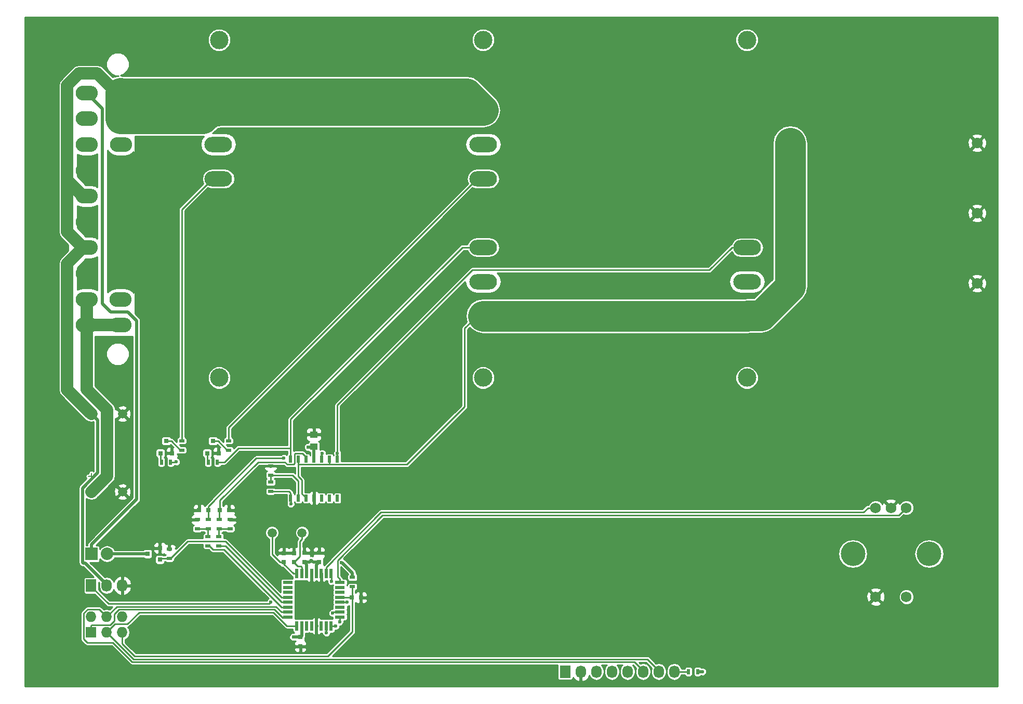
<source format=gbr>
G04 #@! TF.FileFunction,Copper,L1,Top,Signal*
%FSLAX46Y46*%
G04 Gerber Fmt 4.6, Leading zero omitted, Abs format (unit mm)*
G04 Created by KiCad (PCBNEW 0.201507290901+6012~27~ubuntu14.04.1-product) date Fri 31 Jul 2015 15:24:14 CEST*
%MOMM*%
G01*
G04 APERTURE LIST*
%ADD10C,0.100000*%
%ADD11C,0.150000*%
%ADD12O,4.500880X2.499360*%
%ADD13C,3.000000*%
%ADD14O,3.600000X2.400000*%
%ADD15R,0.750000X0.800000*%
%ADD16R,0.550000X1.600000*%
%ADD17R,1.600000X0.550000*%
%ADD18R,0.900000X0.500000*%
%ADD19R,1.250000X1.000000*%
%ADD20R,0.800000X0.750000*%
%ADD21R,0.500000X0.900000*%
%ADD22R,0.508000X1.143000*%
%ADD23C,1.800000*%
%ADD24R,1.727200X1.727200*%
%ADD25O,1.727200X1.727200*%
%ADD26C,1.501140*%
%ADD27C,1.750000*%
%ADD28O,4.000000X4.000000*%
%ADD29R,1.727200X2.032000*%
%ADD30O,1.727200X2.032000*%
%ADD31R,0.800100X0.800100*%
%ADD32R,2.032000X2.032000*%
%ADD33O,2.032000X2.032000*%
%ADD34C,0.600000*%
%ADD35C,0.500000*%
%ADD36C,2.000000*%
%ADD37C,0.250000*%
%ADD38C,5.000000*%
%ADD39C,0.254000*%
G04 APERTURE END LIST*
D10*
D11*
X81526474Y-116775231D02*
X82542474Y-116775231D01*
X82034474Y-116267231D02*
X82034474Y-117283231D01*
X81526474Y-104075231D02*
X82542474Y-104075231D01*
X82034474Y-103567231D02*
X82034474Y-104583231D01*
D12*
X102743000Y-62738000D03*
X102743000Y-68326000D03*
X102743000Y-57150000D03*
D13*
X102870000Y-45720000D03*
X145870000Y-45720000D03*
X188870000Y-45720000D03*
X188870000Y-100720000D03*
X145870000Y-100720000D03*
X102870000Y-100720000D03*
D14*
X81277565Y-92161299D03*
X81277565Y-87961299D03*
X81277565Y-83761299D03*
X81277565Y-79561299D03*
X81277565Y-75361299D03*
X81277565Y-71161299D03*
X81277565Y-66961299D03*
X81277565Y-62761299D03*
X81277565Y-58561299D03*
X81277565Y-54361299D03*
X86777565Y-92161299D03*
X86777565Y-87961299D03*
X86777565Y-83561299D03*
X86777565Y-79361299D03*
X86777565Y-75161299D03*
X86777565Y-71161299D03*
X86777565Y-66961299D03*
X86877565Y-62761299D03*
X86777565Y-58561299D03*
X86777565Y-54361299D03*
D15*
X119142421Y-129259233D03*
X119142421Y-130759233D03*
D16*
X121112421Y-132636233D03*
X120312421Y-132636233D03*
X119512421Y-132636233D03*
X118712421Y-132636233D03*
X117912421Y-132636233D03*
X117112421Y-132636233D03*
X116312421Y-132636233D03*
X115512421Y-132636233D03*
D17*
X114062421Y-134086233D03*
X114062421Y-134886233D03*
X114062421Y-135686233D03*
X114062421Y-136486233D03*
X114062421Y-137286233D03*
X114062421Y-138086233D03*
X114062421Y-138886233D03*
X114062421Y-139686233D03*
D16*
X115512421Y-141136233D03*
X116312421Y-141136233D03*
X117112421Y-141136233D03*
X117912421Y-141136233D03*
X118712421Y-141136233D03*
X119512421Y-141136233D03*
X120312421Y-141136233D03*
X121112421Y-141136233D03*
D17*
X122562421Y-139686233D03*
X122562421Y-138886233D03*
X122562421Y-138086233D03*
X122562421Y-137286233D03*
X122562421Y-136486233D03*
X122562421Y-135686233D03*
X122562421Y-134886233D03*
X122562421Y-134086233D03*
D18*
X96765005Y-111005551D03*
X96765005Y-112505551D03*
D15*
X116729421Y-129259233D03*
X116729421Y-130759233D03*
X116094421Y-144475233D03*
X116094421Y-142975233D03*
D19*
X118297013Y-109969987D03*
X118297013Y-111969987D03*
D20*
X102960047Y-122301000D03*
X104460047Y-122301000D03*
D21*
X179336000Y-148590000D03*
X180836000Y-148590000D03*
D18*
X104385005Y-112505551D03*
X104385005Y-111005551D03*
D22*
X122127747Y-113972119D03*
X120857747Y-113972119D03*
X119587747Y-113972119D03*
X118317747Y-113972119D03*
X117047747Y-113972119D03*
X115777747Y-113972119D03*
X114507747Y-113972119D03*
X114507747Y-120322119D03*
X115777747Y-120322119D03*
X118317747Y-120322119D03*
X119587747Y-120322119D03*
X120857747Y-120322119D03*
X122127747Y-120322119D03*
X117047747Y-120322119D03*
D23*
X195898609Y-85359779D03*
X226378609Y-85359779D03*
D24*
X81992543Y-142188745D03*
D25*
X81992543Y-139648745D03*
X84532543Y-142188745D03*
X84532543Y-139648745D03*
X87072543Y-142188745D03*
X87072543Y-139648745D03*
D18*
X111258789Y-115077949D03*
X111258789Y-116577949D03*
X111258789Y-117744949D03*
X111258789Y-119244949D03*
D20*
X101080000Y-122301000D03*
X99580000Y-122301000D03*
D18*
X102870000Y-123837000D03*
X102870000Y-125337000D03*
X101092000Y-125337000D03*
X101092000Y-123837000D03*
D21*
X93456534Y-114476456D03*
X94956534Y-114476456D03*
X102576534Y-114476456D03*
X101076534Y-114476456D03*
D23*
X195898609Y-62499779D03*
X226378609Y-62499779D03*
X195898609Y-73929779D03*
X226378609Y-73929779D03*
D26*
X87114474Y-119315231D03*
X82034474Y-119315231D03*
D27*
X214844000Y-121913000D03*
X209844000Y-121913000D03*
X212344000Y-121913000D03*
X209844000Y-136413000D03*
X214844000Y-136413000D03*
D28*
X206144000Y-129413000D03*
X218544000Y-129413000D03*
D29*
X159258000Y-148590000D03*
D30*
X161798000Y-148590000D03*
X164338000Y-148590000D03*
X166878000Y-148590000D03*
X169418000Y-148590000D03*
X171958000Y-148590000D03*
X174498000Y-148590000D03*
X177038000Y-148590000D03*
D20*
X124472000Y-136525000D03*
X125972000Y-136525000D03*
D18*
X124587000Y-133235000D03*
X124587000Y-134735000D03*
D31*
X100895005Y-113010311D03*
X102795005Y-113010311D03*
X101845005Y-111011331D03*
X93275005Y-113010311D03*
X95175005Y-113010311D03*
X94225005Y-111011331D03*
D26*
X87114474Y-106615231D03*
X82034474Y-106615231D03*
D12*
X145881471Y-62738000D03*
X145881471Y-68326000D03*
X145881471Y-57150000D03*
X145881471Y-85073160D03*
X145881471Y-79485160D03*
X145881471Y-90661160D03*
X188913609Y-85105779D03*
X188913609Y-79517779D03*
X188913609Y-90693779D03*
D29*
X81992543Y-134568745D03*
D30*
X84532543Y-134568745D03*
X87072543Y-134568745D03*
D32*
X82042000Y-129413000D03*
D33*
X84582000Y-129413000D03*
D31*
X93202760Y-130363000D03*
X93202760Y-128463000D03*
X91203780Y-129413000D03*
D18*
X94742000Y-128663000D03*
X94742000Y-130163000D03*
D15*
X115062000Y-130786000D03*
X115062000Y-129286000D03*
X113411000Y-130786000D03*
X113411000Y-129286000D03*
D18*
X102821047Y-126630271D03*
X102821047Y-128130271D03*
X104648000Y-125337000D03*
X104648000Y-123837000D03*
X99314000Y-125337000D03*
X99314000Y-123837000D03*
X101036463Y-128101680D03*
X101036463Y-126601680D03*
D26*
X111478060Y-125984000D03*
X116359940Y-125984000D03*
D34*
X117898686Y-135158017D03*
X117348000Y-112014000D03*
X123698004Y-137287000D03*
X114529575Y-121292430D03*
X122803203Y-130795380D03*
X114945401Y-142959007D03*
X181609984Y-148590000D03*
X117891488Y-130451819D03*
X113411000Y-113828230D03*
X119634000Y-113030000D03*
X121350253Y-139060221D03*
X120338154Y-142256001D03*
X121836377Y-141157583D03*
X121158000Y-133858000D03*
X111252000Y-137287000D03*
X122495221Y-140475606D03*
X122127747Y-113034366D03*
X95885000Y-114427000D03*
D35*
X117912421Y-132636233D02*
X117912421Y-135144282D01*
D36*
X86577565Y-75361299D02*
X86777565Y-75161299D01*
X86577565Y-83761299D02*
X86777565Y-83561299D01*
D37*
X93275005Y-113010311D02*
X93275005Y-114294927D01*
X93275005Y-114294927D02*
X93456534Y-114476456D01*
X93275005Y-113010311D02*
X93275005Y-114246551D01*
X93275005Y-114246551D02*
X93336005Y-114307551D01*
D36*
X78105000Y-64897000D02*
X78105000Y-53115474D01*
X78105000Y-53115474D02*
X80059175Y-51161299D01*
X80059175Y-51161299D02*
X82977565Y-51161299D01*
X82977565Y-51161299D02*
X86177565Y-54361299D01*
X86177565Y-54361299D02*
X86777565Y-54361299D01*
X81277565Y-71161299D02*
X80677565Y-71161299D01*
X80677565Y-71161299D02*
X78105000Y-68588734D01*
X78105000Y-68588734D02*
X78105000Y-63153652D01*
X80677565Y-79561299D02*
X78105000Y-76988734D01*
X78105000Y-76988734D02*
X78105000Y-63153652D01*
X82034474Y-106615231D02*
X78105000Y-102685757D01*
X78105000Y-102685757D02*
X78105000Y-82133864D01*
X78105000Y-82133864D02*
X80677565Y-79561299D01*
D35*
X84532543Y-134568745D02*
X84532543Y-134416345D01*
X84532543Y-134416345D02*
X80995199Y-130879001D01*
X80995199Y-130879001D02*
X80665999Y-130879001D01*
X80575999Y-118687001D02*
X83058000Y-116205000D01*
X80665999Y-130879001D02*
X80575999Y-130789001D01*
X80575999Y-130789001D02*
X80575999Y-118687001D01*
X83058000Y-116205000D02*
X83058000Y-107638757D01*
X83058000Y-107638757D02*
X82034474Y-106615231D01*
D38*
X86777565Y-54361299D02*
X86777565Y-58280113D01*
X86777565Y-58280113D02*
X86777565Y-58561299D01*
D35*
X117348000Y-112014000D02*
X118253000Y-112014000D01*
X118253000Y-112014000D02*
X118297013Y-111969987D01*
X118317747Y-113972119D02*
X118317747Y-111990721D01*
X118317747Y-111990721D02*
X118297013Y-111969987D01*
D38*
X100464822Y-57237990D02*
X101492004Y-57237990D01*
X101492004Y-57237990D02*
X102655010Y-57237990D01*
X86777565Y-58561299D02*
X100168695Y-58561299D01*
X100168695Y-58561299D02*
X101492004Y-57237990D01*
X145881471Y-57150000D02*
X143157539Y-54426068D01*
X143157539Y-54426068D02*
X86842334Y-54426068D01*
X86842334Y-54426068D02*
X86777565Y-54361299D01*
D36*
X80677565Y-79561299D02*
X81277565Y-79561299D01*
D38*
X102655010Y-57237990D02*
X102743000Y-57150000D01*
X102743000Y-57150000D02*
X95097023Y-57150000D01*
X145881471Y-57150000D02*
X102743000Y-57150000D01*
D37*
X113578376Y-114453250D02*
X113993746Y-114868620D01*
X115198746Y-114691622D02*
X115198746Y-113140618D01*
X113993746Y-114868620D02*
X115021748Y-114868620D01*
X117047747Y-113654619D02*
X117047747Y-113972119D01*
X102960047Y-122301000D02*
X102960047Y-120686953D01*
X102960047Y-120686953D02*
X109193750Y-114453250D01*
X109193750Y-114453250D02*
X113578376Y-114453250D01*
X115021748Y-114868620D02*
X115198746Y-114691622D01*
X115198746Y-113140618D02*
X115263746Y-113075618D01*
X115263746Y-113075618D02*
X116468746Y-113075618D01*
X116468746Y-113075618D02*
X117047747Y-113654619D01*
X102870000Y-123837000D02*
X102870000Y-122391047D01*
X102870000Y-122391047D02*
X102960047Y-122301000D01*
X114062421Y-137286233D02*
X113012421Y-137286233D01*
X113012421Y-137286233D02*
X103856459Y-128130271D01*
X103856459Y-128130271D02*
X103521047Y-128130271D01*
X103521047Y-128130271D02*
X102821047Y-128130271D01*
X103631460Y-128705272D02*
X101840055Y-128705272D01*
X101840055Y-128705272D02*
X101236463Y-128101680D01*
X101236463Y-128101680D02*
X101036463Y-128101680D01*
X114062421Y-138086233D02*
X113012421Y-138086233D01*
X113012421Y-138086233D02*
X103631460Y-128705272D01*
X86171154Y-138010134D02*
X112136322Y-138010134D01*
X112136322Y-138010134D02*
X113012421Y-138886233D01*
X84532543Y-139648745D02*
X86171154Y-138010134D01*
X113012421Y-138886233D02*
X114062421Y-138886233D01*
X83343942Y-138460144D02*
X83668944Y-138785146D01*
X81422014Y-138460144D02*
X83343942Y-138460144D01*
X80803942Y-139078216D02*
X81422014Y-138460144D01*
X80803942Y-143312346D02*
X80803942Y-139078216D01*
X83668944Y-138785146D02*
X84532543Y-139648745D01*
X81382596Y-143891000D02*
X80803942Y-143312346D01*
X85555275Y-143891000D02*
X81382596Y-143891000D01*
X170517868Y-146997468D02*
X88661743Y-146997468D01*
X171958000Y-148437600D02*
X170517868Y-146997468D01*
X88661743Y-146997468D02*
X85555275Y-143891000D01*
X171958000Y-148590000D02*
X171958000Y-148437600D01*
X111868654Y-138460144D02*
X86502014Y-138460144D01*
X81992543Y-141075145D02*
X81992543Y-142188745D01*
X85782991Y-140301887D02*
X85114878Y-140970000D01*
X85114878Y-140970000D02*
X82097688Y-140970000D01*
X85782991Y-139179167D02*
X85782991Y-140301887D01*
X113186710Y-139778200D02*
X111868654Y-138460144D01*
X86502014Y-138460144D02*
X85782991Y-139179167D01*
X114114600Y-139778200D02*
X113186710Y-139778200D01*
X82097688Y-140970000D02*
X81992543Y-141075145D01*
X84532543Y-142188745D02*
X85878288Y-140843000D01*
X85878288Y-140843000D02*
X87884000Y-140843000D01*
X87884000Y-140843000D02*
X89807504Y-138919496D01*
X89807504Y-138919496D02*
X111691596Y-138919496D01*
X111691596Y-138919496D02*
X113908333Y-141136233D01*
X113908333Y-141136233D02*
X115512421Y-141136233D01*
X88891257Y-146547459D02*
X85396142Y-143052344D01*
X174498000Y-148590000D02*
X174498000Y-148437600D01*
X174498000Y-148437600D02*
X172607859Y-146547459D01*
X172607859Y-146547459D02*
X88891257Y-146547459D01*
X85396142Y-143052344D02*
X84532543Y-142188745D01*
X123697237Y-137286233D02*
X123698004Y-137287000D01*
X122562421Y-137286233D02*
X123697237Y-137286233D01*
X114529575Y-121292430D02*
X114529575Y-120343947D01*
X114529575Y-120343947D02*
X114507747Y-120322119D01*
X114507747Y-120322119D02*
X114507747Y-119500619D01*
X114507747Y-119500619D02*
X114252077Y-119244949D01*
X114252077Y-119244949D02*
X111958789Y-119244949D01*
X111958789Y-119244949D02*
X111258789Y-119244949D01*
X120566004Y-146097449D02*
X89101833Y-146097449D01*
X124587000Y-134735000D02*
X124587000Y-136410000D01*
X124587000Y-136410000D02*
X124472000Y-136525000D01*
X124587000Y-134735000D02*
X124587000Y-142076453D01*
X124587000Y-142076453D02*
X120566004Y-146097449D01*
X89101833Y-146097449D02*
X87072543Y-144068159D01*
X87072543Y-144068159D02*
X87072543Y-142188745D01*
X122562421Y-136486233D02*
X124433233Y-136486233D01*
X124433233Y-136486233D02*
X124472000Y-136525000D01*
D36*
X81277565Y-92161299D02*
X81277565Y-102613565D01*
X84582000Y-105918000D02*
X84582000Y-116767705D01*
X81277565Y-102613565D02*
X84582000Y-105918000D01*
X84582000Y-116767705D02*
X82034474Y-119315231D01*
D35*
X122897380Y-130795380D02*
X122803203Y-130795380D01*
X124587000Y-132485000D02*
X122897380Y-130795380D01*
X124587000Y-133235000D02*
X124587000Y-132485000D01*
X114961627Y-142975233D02*
X114945401Y-142959007D01*
X116094421Y-142975233D02*
X114961627Y-142975233D01*
X181609984Y-148590000D02*
X180836000Y-148590000D01*
X119142421Y-130759233D02*
X118198902Y-130759233D01*
X118198902Y-130759233D02*
X117891488Y-130451819D01*
X116729421Y-130759233D02*
X117584074Y-130759233D01*
X117584074Y-130759233D02*
X117891488Y-130451819D01*
X116094421Y-142975233D02*
X116312421Y-142757233D01*
X116312421Y-142757233D02*
X116312421Y-141136233D01*
X117112421Y-132636233D02*
X117112421Y-131142233D01*
X117112421Y-131142233D02*
X116729421Y-130759233D01*
X118712421Y-132636233D02*
X118712421Y-131189233D01*
X118712421Y-131189233D02*
X119142421Y-130759233D01*
D36*
X86777565Y-92161299D02*
X81277565Y-92161299D01*
X81277565Y-87961299D02*
X81277565Y-92161299D01*
D37*
X179336000Y-148590000D02*
X177038000Y-148590000D01*
X177026000Y-148578000D02*
X177038000Y-148590000D01*
X96765005Y-111005551D02*
X96765005Y-73303235D01*
X96765005Y-73303235D02*
X101742240Y-68326000D01*
X101742240Y-68326000D02*
X102743000Y-68326000D01*
X145881471Y-90661160D02*
X144880711Y-90661160D01*
X144880711Y-90661160D02*
X142875000Y-92666871D01*
X142875000Y-92666871D02*
X142875000Y-105430368D01*
X142875000Y-105430368D02*
X133436748Y-114868620D01*
X133436748Y-114868620D02*
X121436748Y-114868620D01*
X121436748Y-114868620D02*
X120782746Y-114868620D01*
X115777747Y-113972119D02*
X115777747Y-114824358D01*
X115822009Y-114868620D02*
X115777747Y-114824358D01*
X115777747Y-114824358D02*
X115777747Y-116806825D01*
X120857747Y-113972119D02*
X120857747Y-114793619D01*
X120857747Y-114793619D02*
X120782746Y-114868620D01*
X120782746Y-114868620D02*
X115822009Y-114868620D01*
X115777747Y-115015747D02*
X115777747Y-113972119D01*
X115777747Y-116806825D02*
X116332000Y-117361078D01*
X116332000Y-117361078D02*
X116332000Y-119606372D01*
X116332000Y-119606372D02*
X117047747Y-120322119D01*
D38*
X195898609Y-73929779D02*
X195898609Y-85898967D01*
X195898609Y-85898967D02*
X191191787Y-90605789D01*
X191191787Y-90605789D02*
X189001599Y-90605789D01*
X189001599Y-90605789D02*
X188913609Y-90693779D01*
X195898609Y-73929779D02*
X195898609Y-85359779D01*
X195898609Y-62499779D02*
X195898609Y-73929779D01*
X188913609Y-90693779D02*
X145914090Y-90693779D01*
X145914090Y-90693779D02*
X145881471Y-90661160D01*
D37*
X104385005Y-111005551D02*
X104385005Y-108821706D01*
X104385005Y-108821706D02*
X144880711Y-68326000D01*
X144880711Y-68326000D02*
X145881471Y-68326000D01*
X100895005Y-113010311D02*
X100895005Y-114294927D01*
X100895005Y-114294927D02*
X101076534Y-114476456D01*
X100895005Y-113010311D02*
X100895005Y-114246551D01*
X100895005Y-114246551D02*
X100956005Y-114307551D01*
X111258789Y-116577949D02*
X114799949Y-116577949D01*
X114799949Y-116577949D02*
X115777747Y-117555747D01*
X115777747Y-117555747D02*
X115777747Y-119500619D01*
X115777747Y-119500619D02*
X115777747Y-120322119D01*
X111258789Y-116577949D02*
X111258789Y-117744949D01*
X112986736Y-113828230D02*
X113411000Y-113828230D01*
X108927770Y-113828230D02*
X112986736Y-113828230D01*
X101080000Y-122301000D02*
X101080000Y-121676000D01*
X101080000Y-121676000D02*
X108927770Y-113828230D01*
X101092000Y-123837000D02*
X101092000Y-122313000D01*
X101092000Y-122313000D02*
X101080000Y-122301000D01*
X119587747Y-113972119D02*
X119587747Y-113076253D01*
X119587747Y-113076253D02*
X119634000Y-113030000D01*
X214844000Y-121913000D02*
X213643999Y-123113001D01*
X213643999Y-123113001D02*
X129494155Y-123113001D01*
X129494155Y-123113001D02*
X122152554Y-130454602D01*
X122152554Y-130454602D02*
X122152554Y-133151366D01*
X122152554Y-133151366D02*
X122562421Y-133561233D01*
X122562421Y-133561233D02*
X122562421Y-134086233D01*
X209844000Y-121913000D02*
X208606564Y-121913000D01*
X208606564Y-121913000D02*
X207863233Y-122656331D01*
X207863233Y-122656331D02*
X129242323Y-122656331D01*
X129242323Y-122656331D02*
X120312421Y-131586233D01*
X120312421Y-131586233D02*
X120312421Y-132636233D01*
X121512421Y-138886233D02*
X121350253Y-139048401D01*
X122562421Y-138886233D02*
X121512421Y-138886233D01*
X121350253Y-139048401D02*
X121350253Y-139060221D01*
X120312421Y-142230268D02*
X120338154Y-142256001D01*
X120312421Y-141136233D02*
X120312421Y-142230268D01*
X121112421Y-141136233D02*
X121815027Y-141136233D01*
X121815027Y-141136233D02*
X121836377Y-141157583D01*
X96765005Y-112505551D02*
X96565005Y-112505551D01*
X96565005Y-112505551D02*
X95070785Y-111011331D01*
X95070785Y-111011331D02*
X94875055Y-111011331D01*
X94875055Y-111011331D02*
X94225005Y-111011331D01*
X104385005Y-112505551D02*
X104185005Y-112505551D01*
X104185005Y-112505551D02*
X102690785Y-111011331D01*
X102690785Y-111011331D02*
X102495055Y-111011331D01*
X102495055Y-111011331D02*
X101845005Y-111011331D01*
X110998000Y-137541000D02*
X84812398Y-137541000D01*
X84812398Y-137541000D02*
X81992543Y-134721145D01*
X81992543Y-134721145D02*
X81992543Y-134568745D01*
X121158000Y-133858000D02*
X121158000Y-132681812D01*
X121158000Y-132681812D02*
X121112421Y-132636233D01*
X108204000Y-137541000D02*
X110998000Y-137541000D01*
X110998000Y-137541000D02*
X111252000Y-137287000D01*
X103886000Y-127381000D02*
X97724000Y-127381000D01*
X97724000Y-127381000D02*
X94942000Y-130163000D01*
X94942000Y-130163000D02*
X94742000Y-130163000D01*
X114062421Y-136486233D02*
X113012421Y-136486233D01*
X113012421Y-136486233D02*
X103907188Y-127381000D01*
X94742000Y-130163000D02*
X93402760Y-130163000D01*
X93402760Y-130163000D02*
X93202760Y-130363000D01*
D35*
X82042000Y-129413000D02*
X82042000Y-127897000D01*
X89408000Y-120531000D02*
X89408000Y-91440000D01*
X82042000Y-127897000D02*
X89408000Y-120531000D01*
X89408000Y-91440000D02*
X88011000Y-90043000D01*
X88011000Y-90043000D02*
X85217000Y-90043000D01*
X85217000Y-90043000D02*
X83827555Y-88653555D01*
X83827555Y-88653555D02*
X83827555Y-56911289D01*
X83827555Y-56911289D02*
X81277565Y-54361299D01*
X91203780Y-129413000D02*
X84582000Y-129413000D01*
D37*
X122562421Y-140408406D02*
X122495221Y-140475606D01*
X122562421Y-139686233D02*
X122562421Y-140408406D01*
X115062000Y-130786000D02*
X115062000Y-130761000D01*
X115062000Y-130761000D02*
X116029420Y-129793580D01*
X116359940Y-127045466D02*
X116359940Y-125984000D01*
X116029420Y-129793580D02*
X116029420Y-127375986D01*
X116029420Y-127375986D02*
X116359940Y-127045466D01*
X116312421Y-132636233D02*
X116312421Y-131586233D01*
X116312421Y-131586233D02*
X116162188Y-131436000D01*
X116162188Y-131436000D02*
X115687000Y-131436000D01*
X115687000Y-131436000D02*
X115062000Y-130811000D01*
X115062000Y-130811000D02*
X115062000Y-130786000D01*
X113411000Y-130786000D02*
X112786000Y-130786000D01*
X112786000Y-130786000D02*
X111478060Y-129478060D01*
X111478060Y-129478060D02*
X111478060Y-127045466D01*
X111478060Y-127045466D02*
X111478060Y-125984000D01*
X115512421Y-132636233D02*
X114987421Y-132636233D01*
X114987421Y-132636233D02*
X113411000Y-131059812D01*
X113411000Y-131059812D02*
X113411000Y-130786000D01*
X104648000Y-125337000D02*
X102870000Y-125337000D01*
X102821047Y-126630271D02*
X102821047Y-125385953D01*
X102821047Y-125385953D02*
X102870000Y-125337000D01*
X99314000Y-125337000D02*
X101092000Y-125337000D01*
X101036463Y-126601680D02*
X101036463Y-125392537D01*
X101036463Y-125392537D02*
X101092000Y-125337000D01*
X114507747Y-113972119D02*
X114507747Y-112217905D01*
X114507747Y-112217905D02*
X114507747Y-107488253D01*
X105970679Y-112204879D02*
X114494721Y-112204879D01*
X114494721Y-112204879D02*
X114507747Y-112217905D01*
X114507747Y-107488253D02*
X142510840Y-79485160D01*
X142510840Y-79485160D02*
X145881471Y-79485160D01*
X103699102Y-114476456D02*
X102576534Y-114476456D01*
X105970679Y-112204879D02*
X103699102Y-114476456D01*
X122127747Y-113034366D02*
X122127747Y-105174912D01*
X122127747Y-105174912D02*
X132922747Y-94379912D01*
X122127747Y-113972119D02*
X122127747Y-113034366D01*
X94956534Y-114476456D02*
X95835544Y-114476456D01*
X95835544Y-114476456D02*
X95885000Y-114427000D01*
X132922747Y-94379912D02*
X144117659Y-83185000D01*
X144117659Y-83185000D02*
X182745948Y-83185000D01*
X186413169Y-79517779D02*
X188913609Y-79517779D01*
X182745948Y-83185000D02*
X186413169Y-79517779D01*
D39*
G36*
X229743000Y-151003000D02*
X71247000Y-151003000D01*
X71247000Y-53115474D01*
X76724000Y-53115474D01*
X76724000Y-76988734D01*
X76829122Y-77517220D01*
X77128486Y-77965248D01*
X78232000Y-79068762D01*
X78232000Y-80053836D01*
X77128486Y-81157350D01*
X76829122Y-81605378D01*
X76724000Y-82133864D01*
X76724000Y-102685757D01*
X76808632Y-103111231D01*
X76829122Y-103214243D01*
X77128486Y-103662271D01*
X81057959Y-107591745D01*
X81505988Y-107891109D01*
X82034474Y-107996230D01*
X82427000Y-107918153D01*
X82427000Y-115943631D01*
X82384523Y-115986108D01*
X82356915Y-115944790D01*
X82208978Y-115845942D01*
X82034474Y-115811231D01*
X81859970Y-115845942D01*
X81712033Y-115944790D01*
X81613185Y-116092727D01*
X81578474Y-116267231D01*
X81578474Y-116319231D01*
X81526474Y-116319231D01*
X81351970Y-116353942D01*
X81204033Y-116452790D01*
X81105185Y-116600727D01*
X81070474Y-116775231D01*
X81105185Y-116949735D01*
X81204033Y-117097672D01*
X81245352Y-117125280D01*
X80129815Y-118240817D01*
X79993031Y-118445528D01*
X79944999Y-118687001D01*
X79944999Y-130789001D01*
X79979133Y-130960602D01*
X79993031Y-131030474D01*
X80129815Y-131235185D01*
X80219814Y-131325185D01*
X80424525Y-131461969D01*
X80464588Y-131469938D01*
X80665999Y-131510001D01*
X80733831Y-131510001D01*
X82388111Y-133164281D01*
X81128943Y-133164281D01*
X80987753Y-133190848D01*
X80858078Y-133274291D01*
X80771084Y-133401611D01*
X80740479Y-133552745D01*
X80740479Y-135584745D01*
X80767046Y-135725935D01*
X80850489Y-135855610D01*
X80977809Y-135942604D01*
X81128943Y-135973209D01*
X82529015Y-135973209D01*
X84454602Y-137898796D01*
X84618760Y-138008483D01*
X84812398Y-138047000D01*
X85418696Y-138047000D01*
X84994120Y-138471576D01*
X84532543Y-138379762D01*
X84070966Y-138471576D01*
X83701738Y-138102348D01*
X83537580Y-137992661D01*
X83343942Y-137954144D01*
X81422014Y-137954144D01*
X81228376Y-137992661D01*
X81064218Y-138102348D01*
X80446146Y-138720420D01*
X80336459Y-138884578D01*
X80297942Y-139078216D01*
X80297942Y-143312346D01*
X80336459Y-143505984D01*
X80446146Y-143670142D01*
X81024800Y-144248796D01*
X81188958Y-144358483D01*
X81382596Y-144397000D01*
X85345683Y-144397000D01*
X88303947Y-147355264D01*
X88468105Y-147464951D01*
X88661743Y-147503468D01*
X158020219Y-147503468D01*
X158005936Y-147574000D01*
X158005936Y-149606000D01*
X158032503Y-149747190D01*
X158115946Y-149876865D01*
X158243266Y-149963859D01*
X158394400Y-149994464D01*
X160121600Y-149994464D01*
X160262790Y-149967897D01*
X160392465Y-149884454D01*
X160479459Y-149757134D01*
X160510064Y-149606000D01*
X160510064Y-149508817D01*
X160895964Y-149940732D01*
X161423209Y-150194709D01*
X161438974Y-150197358D01*
X161671000Y-150076217D01*
X161671000Y-148717000D01*
X161651000Y-148717000D01*
X161651000Y-148463000D01*
X161671000Y-148463000D01*
X161671000Y-148443000D01*
X161925000Y-148443000D01*
X161925000Y-148463000D01*
X161945000Y-148463000D01*
X161945000Y-148717000D01*
X161925000Y-148717000D01*
X161925000Y-150076217D01*
X162157026Y-150197358D01*
X162172791Y-150194709D01*
X162700036Y-149940732D01*
X163089954Y-149504320D01*
X163185296Y-149231757D01*
X163188140Y-149246057D01*
X163457935Y-149649834D01*
X163861712Y-149919629D01*
X164338000Y-150014369D01*
X164814288Y-149919629D01*
X165218065Y-149649834D01*
X165487860Y-149246057D01*
X165582600Y-148769769D01*
X165582600Y-148410231D01*
X165487860Y-147933943D01*
X165218065Y-147530166D01*
X165178109Y-147503468D01*
X166037891Y-147503468D01*
X165997935Y-147530166D01*
X165728140Y-147933943D01*
X165633400Y-148410231D01*
X165633400Y-148769769D01*
X165728140Y-149246057D01*
X165997935Y-149649834D01*
X166401712Y-149919629D01*
X166878000Y-150014369D01*
X167354288Y-149919629D01*
X167758065Y-149649834D01*
X168027860Y-149246057D01*
X168122600Y-148769769D01*
X168122600Y-148410231D01*
X168027860Y-147933943D01*
X167758065Y-147530166D01*
X167718109Y-147503468D01*
X168577891Y-147503468D01*
X168537935Y-147530166D01*
X168268140Y-147933943D01*
X168173400Y-148410231D01*
X168173400Y-148769769D01*
X168268140Y-149246057D01*
X168537935Y-149649834D01*
X168941712Y-149919629D01*
X169418000Y-150014369D01*
X169894288Y-149919629D01*
X170298065Y-149649834D01*
X170567860Y-149246057D01*
X170662600Y-148769769D01*
X170662600Y-148410231D01*
X170567860Y-147933943D01*
X170298065Y-147530166D01*
X170258109Y-147503468D01*
X170308276Y-147503468D01*
X170796628Y-147991820D01*
X170713400Y-148410231D01*
X170713400Y-148769769D01*
X170808140Y-149246057D01*
X171077935Y-149649834D01*
X171481712Y-149919629D01*
X171958000Y-150014369D01*
X172434288Y-149919629D01*
X172838065Y-149649834D01*
X173107860Y-149246057D01*
X173202600Y-148769769D01*
X173202600Y-148410231D01*
X173107860Y-147933943D01*
X172838065Y-147530166D01*
X172434288Y-147260371D01*
X171958000Y-147165631D01*
X171493932Y-147257940D01*
X171289451Y-147053459D01*
X172398267Y-147053459D01*
X173336628Y-147991820D01*
X173253400Y-148410231D01*
X173253400Y-148769769D01*
X173348140Y-149246057D01*
X173617935Y-149649834D01*
X174021712Y-149919629D01*
X174498000Y-150014369D01*
X174974288Y-149919629D01*
X175378065Y-149649834D01*
X175647860Y-149246057D01*
X175742600Y-148769769D01*
X175742600Y-148410231D01*
X175793400Y-148410231D01*
X175793400Y-148769769D01*
X175888140Y-149246057D01*
X176157935Y-149649834D01*
X176561712Y-149919629D01*
X177038000Y-150014369D01*
X177514288Y-149919629D01*
X177918065Y-149649834D01*
X178187860Y-149246057D01*
X178217708Y-149096000D01*
X178708073Y-149096000D01*
X178724103Y-149181190D01*
X178807546Y-149310865D01*
X178934866Y-149397859D01*
X179086000Y-149428464D01*
X179586000Y-149428464D01*
X179727190Y-149401897D01*
X179856865Y-149318454D01*
X179943859Y-149191134D01*
X179974464Y-149040000D01*
X179974464Y-148140000D01*
X180197536Y-148140000D01*
X180197536Y-149040000D01*
X180224103Y-149181190D01*
X180307546Y-149310865D01*
X180434866Y-149397859D01*
X180586000Y-149428464D01*
X181086000Y-149428464D01*
X181227190Y-149401897D01*
X181356865Y-149318454D01*
X181408059Y-149243530D01*
X181473930Y-149270882D01*
X181744849Y-149271118D01*
X181995236Y-149167661D01*
X182186971Y-148976259D01*
X182290866Y-148726054D01*
X182291102Y-148455135D01*
X182187645Y-148204748D01*
X181996243Y-148013013D01*
X181746038Y-147909118D01*
X181475119Y-147908882D01*
X181407902Y-147936655D01*
X181364454Y-147869135D01*
X181237134Y-147782141D01*
X181086000Y-147751536D01*
X180586000Y-147751536D01*
X180444810Y-147778103D01*
X180315135Y-147861546D01*
X180228141Y-147988866D01*
X180197536Y-148140000D01*
X179974464Y-148140000D01*
X179947897Y-147998810D01*
X179864454Y-147869135D01*
X179737134Y-147782141D01*
X179586000Y-147751536D01*
X179086000Y-147751536D01*
X178944810Y-147778103D01*
X178815135Y-147861546D01*
X178728141Y-147988866D01*
X178708876Y-148084000D01*
X178217708Y-148084000D01*
X178187860Y-147933943D01*
X177918065Y-147530166D01*
X177514288Y-147260371D01*
X177038000Y-147165631D01*
X176561712Y-147260371D01*
X176157935Y-147530166D01*
X175888140Y-147933943D01*
X175793400Y-148410231D01*
X175742600Y-148410231D01*
X175647860Y-147933943D01*
X175378065Y-147530166D01*
X174974288Y-147260371D01*
X174498000Y-147165631D01*
X174033932Y-147257940D01*
X172965655Y-146189663D01*
X172801497Y-146079976D01*
X172607859Y-146041459D01*
X121337586Y-146041459D01*
X124944796Y-142434249D01*
X125054483Y-142270091D01*
X125093000Y-142076453D01*
X125093000Y-137319026D01*
X125212302Y-137438327D01*
X125445691Y-137535000D01*
X125686250Y-137535000D01*
X125845000Y-137376250D01*
X125845000Y-136652000D01*
X126099000Y-136652000D01*
X126099000Y-137376250D01*
X126257750Y-137535000D01*
X126498309Y-137535000D01*
X126643016Y-137475060D01*
X208961545Y-137475060D01*
X209044884Y-137728953D01*
X209609306Y-137934590D01*
X210209458Y-137908579D01*
X210643116Y-137728953D01*
X210726455Y-137475060D01*
X209844000Y-136592605D01*
X208961545Y-137475060D01*
X126643016Y-137475060D01*
X126731698Y-137438327D01*
X126910327Y-137259699D01*
X127007000Y-137026310D01*
X127007000Y-136810750D01*
X126848250Y-136652000D01*
X126099000Y-136652000D01*
X125845000Y-136652000D01*
X125825000Y-136652000D01*
X125825000Y-136398000D01*
X125845000Y-136398000D01*
X125845000Y-135673750D01*
X126099000Y-135673750D01*
X126099000Y-136398000D01*
X126848250Y-136398000D01*
X127007000Y-136239250D01*
X127007000Y-136178306D01*
X208322410Y-136178306D01*
X208348421Y-136778458D01*
X208528047Y-137212116D01*
X208781940Y-137295455D01*
X209664395Y-136413000D01*
X210023605Y-136413000D01*
X210906060Y-137295455D01*
X211159953Y-137212116D01*
X211360473Y-136661738D01*
X213587783Y-136661738D01*
X213778595Y-137123537D01*
X214131604Y-137477164D01*
X214593070Y-137668781D01*
X215092738Y-137669217D01*
X215554537Y-137478405D01*
X215908164Y-137125396D01*
X216099781Y-136663930D01*
X216100217Y-136164262D01*
X215909405Y-135702463D01*
X215556396Y-135348836D01*
X215094930Y-135157219D01*
X214595262Y-135156783D01*
X214133463Y-135347595D01*
X213779836Y-135700604D01*
X213588219Y-136162070D01*
X213587783Y-136661738D01*
X211360473Y-136661738D01*
X211365590Y-136647694D01*
X211339579Y-136047542D01*
X211159953Y-135613884D01*
X210906060Y-135530545D01*
X210023605Y-136413000D01*
X209664395Y-136413000D01*
X208781940Y-135530545D01*
X208528047Y-135613884D01*
X208322410Y-136178306D01*
X127007000Y-136178306D01*
X127007000Y-136023690D01*
X126910327Y-135790301D01*
X126731698Y-135611673D01*
X126498309Y-135515000D01*
X126257750Y-135515000D01*
X126099000Y-135673750D01*
X125845000Y-135673750D01*
X125686250Y-135515000D01*
X125445691Y-135515000D01*
X125212302Y-135611673D01*
X125093000Y-135730974D01*
X125093000Y-135362927D01*
X125156703Y-135350940D01*
X208961545Y-135350940D01*
X209844000Y-136233395D01*
X210726455Y-135350940D01*
X210643116Y-135097047D01*
X210078694Y-134891410D01*
X209478542Y-134917421D01*
X209044884Y-135097047D01*
X208961545Y-135350940D01*
X125156703Y-135350940D01*
X125178190Y-135346897D01*
X125307865Y-135263454D01*
X125394859Y-135136134D01*
X125425464Y-134985000D01*
X125425464Y-134485000D01*
X125398897Y-134343810D01*
X125315454Y-134214135D01*
X125188134Y-134127141D01*
X125037000Y-134096536D01*
X124137000Y-134096536D01*
X123995810Y-134123103D01*
X123866135Y-134206546D01*
X123779141Y-134333866D01*
X123748536Y-134485000D01*
X123748536Y-134598749D01*
X123726501Y-134481645D01*
X123750885Y-134361233D01*
X123750885Y-133811233D01*
X123724318Y-133670043D01*
X123640875Y-133540368D01*
X123513555Y-133453374D01*
X123362421Y-133422769D01*
X123040879Y-133422769D01*
X123029904Y-133367595D01*
X122920217Y-133203437D01*
X122658554Y-132941774D01*
X122658554Y-131472693D01*
X122667149Y-131476262D01*
X122685910Y-131476278D01*
X123896584Y-132686953D01*
X123866135Y-132706546D01*
X123779141Y-132833866D01*
X123748536Y-132985000D01*
X123748536Y-133485000D01*
X123775103Y-133626190D01*
X123858546Y-133755865D01*
X123985866Y-133842859D01*
X124137000Y-133873464D01*
X125037000Y-133873464D01*
X125178190Y-133846897D01*
X125307865Y-133763454D01*
X125394859Y-133636134D01*
X125425464Y-133485000D01*
X125425464Y-132985000D01*
X125398897Y-132843810D01*
X125315454Y-132714135D01*
X125218000Y-132647548D01*
X125218000Y-132485000D01*
X125169968Y-132243527D01*
X125033185Y-132038816D01*
X123343564Y-130349196D01*
X123272910Y-130301987D01*
X123189462Y-130218393D01*
X123129326Y-130193422D01*
X123909748Y-129413000D01*
X203716353Y-129413000D01*
X203897596Y-130324169D01*
X204413732Y-131096621D01*
X205186184Y-131612757D01*
X206097353Y-131794000D01*
X206190647Y-131794000D01*
X207101816Y-131612757D01*
X207874268Y-131096621D01*
X208390404Y-130324169D01*
X208571647Y-129413000D01*
X216116353Y-129413000D01*
X216297596Y-130324169D01*
X216813732Y-131096621D01*
X217586184Y-131612757D01*
X218497353Y-131794000D01*
X218590647Y-131794000D01*
X219501816Y-131612757D01*
X220274268Y-131096621D01*
X220790404Y-130324169D01*
X220971647Y-129413000D01*
X220790404Y-128501831D01*
X220274268Y-127729379D01*
X219501816Y-127213243D01*
X218590647Y-127032000D01*
X218497353Y-127032000D01*
X217586184Y-127213243D01*
X216813732Y-127729379D01*
X216297596Y-128501831D01*
X216116353Y-129413000D01*
X208571647Y-129413000D01*
X208390404Y-128501831D01*
X207874268Y-127729379D01*
X207101816Y-127213243D01*
X206190647Y-127032000D01*
X206097353Y-127032000D01*
X205186184Y-127213243D01*
X204413732Y-127729379D01*
X203897596Y-128501831D01*
X203716353Y-129413000D01*
X123909748Y-129413000D01*
X129703747Y-123619001D01*
X213643999Y-123619001D01*
X213837637Y-123580484D01*
X214001795Y-123470797D01*
X214388681Y-123083911D01*
X214593070Y-123168781D01*
X215092738Y-123169217D01*
X215554537Y-122978405D01*
X215908164Y-122625396D01*
X216099781Y-122163930D01*
X216100217Y-121664262D01*
X215909405Y-121202463D01*
X215556396Y-120848836D01*
X215094930Y-120657219D01*
X214595262Y-120656783D01*
X214133463Y-120847595D01*
X213779836Y-121200604D01*
X213737803Y-121301831D01*
X213659953Y-121113884D01*
X213406060Y-121030545D01*
X212523605Y-121913000D01*
X212537748Y-121927143D01*
X212358143Y-122106748D01*
X212344000Y-122092605D01*
X212329858Y-122106748D01*
X212150253Y-121927143D01*
X212164395Y-121913000D01*
X211281940Y-121030545D01*
X211028047Y-121113884D01*
X210955304Y-121313546D01*
X210909405Y-121202463D01*
X210558497Y-120850940D01*
X211461545Y-120850940D01*
X212344000Y-121733395D01*
X213226455Y-120850940D01*
X213143116Y-120597047D01*
X212578694Y-120391410D01*
X211978542Y-120417421D01*
X211544884Y-120597047D01*
X211461545Y-120850940D01*
X210558497Y-120850940D01*
X210556396Y-120848836D01*
X210094930Y-120657219D01*
X209595262Y-120656783D01*
X209133463Y-120847595D01*
X208779836Y-121200604D01*
X208694133Y-121407000D01*
X208606564Y-121407000D01*
X208412926Y-121445517D01*
X208248768Y-121555204D01*
X207653641Y-122150331D01*
X129242323Y-122150331D01*
X129048685Y-122188848D01*
X128884527Y-122298535D01*
X119961884Y-131221178D01*
X119913731Y-131201233D01*
X119897380Y-131201233D01*
X119905885Y-131159233D01*
X119905885Y-130359233D01*
X119879318Y-130218043D01*
X119868449Y-130201152D01*
X119877120Y-130197560D01*
X120055748Y-130018931D01*
X120152421Y-129785542D01*
X120152421Y-129544983D01*
X119993671Y-129386233D01*
X119269421Y-129386233D01*
X119269421Y-129406233D01*
X119015421Y-129406233D01*
X119015421Y-129386233D01*
X118291171Y-129386233D01*
X118132421Y-129544983D01*
X118132421Y-129785542D01*
X118146901Y-129820500D01*
X118027542Y-129770937D01*
X117756623Y-129770701D01*
X117739421Y-129777809D01*
X117739421Y-129544983D01*
X117580671Y-129386233D01*
X116856421Y-129386233D01*
X116856421Y-129406233D01*
X116602421Y-129406233D01*
X116602421Y-129386233D01*
X116582421Y-129386233D01*
X116582421Y-129132233D01*
X116602421Y-129132233D01*
X116602421Y-128382983D01*
X116856421Y-128382983D01*
X116856421Y-129132233D01*
X117580671Y-129132233D01*
X117739421Y-128973483D01*
X117739421Y-128732924D01*
X118132421Y-128732924D01*
X118132421Y-128973483D01*
X118291171Y-129132233D01*
X119015421Y-129132233D01*
X119015421Y-128382983D01*
X119269421Y-128382983D01*
X119269421Y-129132233D01*
X119993671Y-129132233D01*
X120152421Y-128973483D01*
X120152421Y-128732924D01*
X120055748Y-128499535D01*
X119877120Y-128320906D01*
X119643731Y-128224233D01*
X119428171Y-128224233D01*
X119269421Y-128382983D01*
X119015421Y-128382983D01*
X118856671Y-128224233D01*
X118641111Y-128224233D01*
X118407722Y-128320906D01*
X118229094Y-128499535D01*
X118132421Y-128732924D01*
X117739421Y-128732924D01*
X117642748Y-128499535D01*
X117464120Y-128320906D01*
X117230731Y-128224233D01*
X117015171Y-128224233D01*
X116856421Y-128382983D01*
X116602421Y-128382983D01*
X116535420Y-128315982D01*
X116535420Y-127585578D01*
X116717736Y-127403262D01*
X116827423Y-127239104D01*
X116865940Y-127045466D01*
X116865940Y-126999286D01*
X117000086Y-126943858D01*
X117318679Y-126625820D01*
X117491313Y-126210071D01*
X117491706Y-125759904D01*
X117319798Y-125343854D01*
X117001760Y-125025261D01*
X116586011Y-124852627D01*
X116135844Y-124852234D01*
X115719794Y-125024142D01*
X115401201Y-125342180D01*
X115228567Y-125757929D01*
X115228174Y-126208096D01*
X115400082Y-126624146D01*
X115718120Y-126942739D01*
X115738579Y-126951235D01*
X115671624Y-127018190D01*
X115561937Y-127182348D01*
X115523420Y-127375986D01*
X115523420Y-128251000D01*
X115347750Y-128251000D01*
X115189000Y-128409750D01*
X115189000Y-129159000D01*
X115209000Y-129159000D01*
X115209000Y-129413000D01*
X115189000Y-129413000D01*
X115189000Y-129433000D01*
X114935000Y-129433000D01*
X114935000Y-129413000D01*
X113538000Y-129413000D01*
X113538000Y-129433000D01*
X113284000Y-129433000D01*
X113284000Y-129413000D01*
X112559750Y-129413000D01*
X112401000Y-129571750D01*
X112401000Y-129685408D01*
X111984060Y-129268468D01*
X111984060Y-128759691D01*
X112401000Y-128759691D01*
X112401000Y-129000250D01*
X112559750Y-129159000D01*
X113284000Y-129159000D01*
X113284000Y-128409750D01*
X113538000Y-128409750D01*
X113538000Y-129159000D01*
X114935000Y-129159000D01*
X114935000Y-128409750D01*
X114776250Y-128251000D01*
X114560690Y-128251000D01*
X114327301Y-128347673D01*
X114236500Y-128438475D01*
X114145699Y-128347673D01*
X113912310Y-128251000D01*
X113696750Y-128251000D01*
X113538000Y-128409750D01*
X113284000Y-128409750D01*
X113125250Y-128251000D01*
X112909690Y-128251000D01*
X112676301Y-128347673D01*
X112497673Y-128526302D01*
X112401000Y-128759691D01*
X111984060Y-128759691D01*
X111984060Y-126999286D01*
X112118206Y-126943858D01*
X112436799Y-126625820D01*
X112609433Y-126210071D01*
X112609826Y-125759904D01*
X112437918Y-125343854D01*
X112119880Y-125025261D01*
X111704131Y-124852627D01*
X111253964Y-124852234D01*
X110837914Y-125024142D01*
X110519321Y-125342180D01*
X110346687Y-125757929D01*
X110346294Y-126208096D01*
X110518202Y-126624146D01*
X110836240Y-126942739D01*
X110972060Y-126999136D01*
X110972060Y-129478060D01*
X111010577Y-129671698D01*
X111120264Y-129835856D01*
X112428204Y-131143796D01*
X112592362Y-131253483D01*
X112662873Y-131267509D01*
X112674103Y-131327190D01*
X112757546Y-131456865D01*
X112884866Y-131543859D01*
X113036000Y-131574464D01*
X113210060Y-131574464D01*
X114629625Y-132994029D01*
X114793783Y-133103716D01*
X114848957Y-133114691D01*
X114848957Y-133422769D01*
X113262421Y-133422769D01*
X113121231Y-133449336D01*
X112991556Y-133532779D01*
X112904562Y-133660099D01*
X112873957Y-133811233D01*
X112873957Y-134361233D01*
X112898341Y-134490821D01*
X112873957Y-134611233D01*
X112873957Y-135161233D01*
X112898341Y-135290821D01*
X112873957Y-135411233D01*
X112873957Y-135632177D01*
X104264984Y-127023204D01*
X104100826Y-126913517D01*
X103907188Y-126875000D01*
X103896594Y-126877107D01*
X103886000Y-126875000D01*
X103659511Y-126875000D01*
X103659511Y-126380271D01*
X103632944Y-126239081D01*
X103549501Y-126109406D01*
X103422181Y-126022412D01*
X103327047Y-126003147D01*
X103327047Y-125974138D01*
X103461190Y-125948897D01*
X103590865Y-125865454D01*
X103606207Y-125843000D01*
X103909981Y-125843000D01*
X103919546Y-125857865D01*
X104046866Y-125944859D01*
X104198000Y-125975464D01*
X105098000Y-125975464D01*
X105239190Y-125948897D01*
X105368865Y-125865454D01*
X105455859Y-125738134D01*
X105486464Y-125587000D01*
X105486464Y-125087000D01*
X105459897Y-124945810D01*
X105376454Y-124816135D01*
X105249134Y-124729141D01*
X105213870Y-124722000D01*
X105224310Y-124722000D01*
X105457699Y-124625327D01*
X105636327Y-124446698D01*
X105733000Y-124213309D01*
X105733000Y-124120750D01*
X105574250Y-123962000D01*
X104775000Y-123962000D01*
X104775000Y-123984000D01*
X104521000Y-123984000D01*
X104521000Y-123962000D01*
X104501000Y-123962000D01*
X104501000Y-123712000D01*
X104521000Y-123712000D01*
X104521000Y-123690000D01*
X104775000Y-123690000D01*
X104775000Y-123712000D01*
X105574250Y-123712000D01*
X105733000Y-123553250D01*
X105733000Y-123460691D01*
X105636327Y-123227302D01*
X105457699Y-123048673D01*
X105402475Y-123025798D01*
X105495047Y-122802310D01*
X105495047Y-122586750D01*
X105336297Y-122428000D01*
X104587047Y-122428000D01*
X104587047Y-122448000D01*
X104333047Y-122448000D01*
X104333047Y-122428000D01*
X104313047Y-122428000D01*
X104313047Y-122174000D01*
X104333047Y-122174000D01*
X104333047Y-121449750D01*
X104587047Y-121449750D01*
X104587047Y-122174000D01*
X105336297Y-122174000D01*
X105495047Y-122015250D01*
X105495047Y-121799690D01*
X105398374Y-121566301D01*
X105219745Y-121387673D01*
X104986356Y-121291000D01*
X104745797Y-121291000D01*
X104587047Y-121449750D01*
X104333047Y-121449750D01*
X104174297Y-121291000D01*
X103933738Y-121291000D01*
X103700349Y-121387673D01*
X103521720Y-121566301D01*
X103518801Y-121573348D01*
X103511181Y-121568141D01*
X103466047Y-121559001D01*
X103466047Y-120896545D01*
X109403342Y-114959250D01*
X113368784Y-114959250D01*
X113635950Y-115226416D01*
X113800108Y-115336103D01*
X113993746Y-115374620D01*
X115021748Y-115374620D01*
X115215386Y-115336103D01*
X115271747Y-115298444D01*
X115271747Y-116334155D01*
X115157745Y-116220153D01*
X114993587Y-116110466D01*
X114799949Y-116071949D01*
X111996808Y-116071949D01*
X111987243Y-116057084D01*
X111859923Y-115970090D01*
X111824659Y-115962949D01*
X111835099Y-115962949D01*
X112068488Y-115866276D01*
X112247116Y-115687647D01*
X112343789Y-115454258D01*
X112343789Y-115361699D01*
X112185039Y-115202949D01*
X111385789Y-115202949D01*
X111385789Y-115224949D01*
X111131789Y-115224949D01*
X111131789Y-115202949D01*
X110332539Y-115202949D01*
X110173789Y-115361699D01*
X110173789Y-115454258D01*
X110270462Y-115687647D01*
X110449090Y-115866276D01*
X110682479Y-115962949D01*
X110684090Y-115962949D01*
X110667599Y-115966052D01*
X110537924Y-116049495D01*
X110450930Y-116176815D01*
X110420325Y-116327949D01*
X110420325Y-116827949D01*
X110446892Y-116969139D01*
X110530335Y-117098814D01*
X110622714Y-117161934D01*
X110537924Y-117216495D01*
X110450930Y-117343815D01*
X110420325Y-117494949D01*
X110420325Y-117994949D01*
X110446892Y-118136139D01*
X110530335Y-118265814D01*
X110657655Y-118352808D01*
X110808789Y-118383413D01*
X111708789Y-118383413D01*
X111849979Y-118356846D01*
X111979654Y-118273403D01*
X112066648Y-118146083D01*
X112097253Y-117994949D01*
X112097253Y-117494949D01*
X112070686Y-117353759D01*
X111987243Y-117224084D01*
X111894864Y-117160964D01*
X111979654Y-117106403D01*
X111994996Y-117083949D01*
X114590357Y-117083949D01*
X115271747Y-117765339D01*
X115271747Y-119460026D01*
X115252882Y-119472165D01*
X115165888Y-119599485D01*
X115143021Y-119712407D01*
X115123644Y-119609429D01*
X115040201Y-119479754D01*
X115004783Y-119455554D01*
X114975230Y-119306981D01*
X114865543Y-119142823D01*
X114609873Y-118887153D01*
X114445715Y-118777466D01*
X114252077Y-118738949D01*
X111996808Y-118738949D01*
X111987243Y-118724084D01*
X111859923Y-118637090D01*
X111708789Y-118606485D01*
X110808789Y-118606485D01*
X110667599Y-118633052D01*
X110537924Y-118716495D01*
X110450930Y-118843815D01*
X110420325Y-118994949D01*
X110420325Y-119494949D01*
X110446892Y-119636139D01*
X110530335Y-119765814D01*
X110657655Y-119852808D01*
X110808789Y-119883413D01*
X111708789Y-119883413D01*
X111849979Y-119856846D01*
X111979654Y-119773403D01*
X111994996Y-119750949D01*
X113865283Y-119750949D01*
X113865283Y-120893619D01*
X113891850Y-121034809D01*
X113896300Y-121041725D01*
X113848693Y-121156376D01*
X113848457Y-121427295D01*
X113951914Y-121677682D01*
X114143316Y-121869417D01*
X114393521Y-121973312D01*
X114664440Y-121973548D01*
X114914827Y-121870091D01*
X115106562Y-121678689D01*
X115210457Y-121428484D01*
X115210693Y-121157565D01*
X115134234Y-120972518D01*
X115142473Y-120931831D01*
X115161850Y-121034809D01*
X115245293Y-121164484D01*
X115372613Y-121251478D01*
X115523747Y-121282083D01*
X116031747Y-121282083D01*
X116172937Y-121255516D01*
X116302612Y-121172073D01*
X116389606Y-121044753D01*
X116412473Y-120931831D01*
X116431850Y-121034809D01*
X116515293Y-121164484D01*
X116642613Y-121251478D01*
X116793747Y-121282083D01*
X117301747Y-121282083D01*
X117442937Y-121255516D01*
X117508781Y-121213147D01*
X117525420Y-121253318D01*
X117704049Y-121431946D01*
X117937438Y-121528619D01*
X118031997Y-121528619D01*
X118190747Y-121369869D01*
X118190747Y-120449119D01*
X118170747Y-120449119D01*
X118170747Y-120195119D01*
X118190747Y-120195119D01*
X118190747Y-119274369D01*
X118444747Y-119274369D01*
X118444747Y-120195119D01*
X118464747Y-120195119D01*
X118464747Y-120449119D01*
X118444747Y-120449119D01*
X118444747Y-121369869D01*
X118603497Y-121528619D01*
X118698056Y-121528619D01*
X118931445Y-121431946D01*
X119110074Y-121253318D01*
X119126669Y-121213253D01*
X119182613Y-121251478D01*
X119333747Y-121282083D01*
X119841747Y-121282083D01*
X119982937Y-121255516D01*
X120112612Y-121172073D01*
X120199606Y-121044753D01*
X120222473Y-120931831D01*
X120241850Y-121034809D01*
X120325293Y-121164484D01*
X120452613Y-121251478D01*
X120603747Y-121282083D01*
X121111747Y-121282083D01*
X121252937Y-121255516D01*
X121382612Y-121172073D01*
X121469606Y-121044753D01*
X121492473Y-120931831D01*
X121511850Y-121034809D01*
X121595293Y-121164484D01*
X121722613Y-121251478D01*
X121873747Y-121282083D01*
X122381747Y-121282083D01*
X122522937Y-121255516D01*
X122652612Y-121172073D01*
X122739606Y-121044753D01*
X122770211Y-120893619D01*
X122770211Y-119750619D01*
X122743644Y-119609429D01*
X122660201Y-119479754D01*
X122532881Y-119392760D01*
X122381747Y-119362155D01*
X121873747Y-119362155D01*
X121732557Y-119388722D01*
X121602882Y-119472165D01*
X121515888Y-119599485D01*
X121493021Y-119712407D01*
X121473644Y-119609429D01*
X121390201Y-119479754D01*
X121262881Y-119392760D01*
X121111747Y-119362155D01*
X120603747Y-119362155D01*
X120462557Y-119388722D01*
X120332882Y-119472165D01*
X120245888Y-119599485D01*
X120223021Y-119712407D01*
X120203644Y-119609429D01*
X120120201Y-119479754D01*
X119992881Y-119392760D01*
X119841747Y-119362155D01*
X119333747Y-119362155D01*
X119192557Y-119388722D01*
X119126713Y-119431091D01*
X119110074Y-119390920D01*
X118931445Y-119212292D01*
X118698056Y-119115619D01*
X118603497Y-119115619D01*
X118444747Y-119274369D01*
X118190747Y-119274369D01*
X118031997Y-119115619D01*
X117937438Y-119115619D01*
X117704049Y-119212292D01*
X117525420Y-119390920D01*
X117508825Y-119430985D01*
X117452881Y-119392760D01*
X117301747Y-119362155D01*
X116838000Y-119362155D01*
X116838000Y-117361078D01*
X116799483Y-117167440D01*
X116689796Y-117003282D01*
X116283747Y-116597233D01*
X116283747Y-115374620D01*
X133436748Y-115374620D01*
X133630386Y-115336103D01*
X133794544Y-115226416D01*
X143232796Y-105788164D01*
X143342483Y-105624006D01*
X143381000Y-105430368D01*
X143381000Y-101092513D01*
X143988674Y-101092513D01*
X144274436Y-101784109D01*
X144803108Y-102313704D01*
X145494204Y-102600673D01*
X146242513Y-102601326D01*
X146934109Y-102315564D01*
X147463704Y-101786892D01*
X147750673Y-101095796D01*
X147750675Y-101092513D01*
X186988674Y-101092513D01*
X187274436Y-101784109D01*
X187803108Y-102313704D01*
X188494204Y-102600673D01*
X189242513Y-102601326D01*
X189934109Y-102315564D01*
X190463704Y-101786892D01*
X190750673Y-101095796D01*
X190751326Y-100347487D01*
X190465564Y-99655891D01*
X189936892Y-99126296D01*
X189245796Y-98839327D01*
X188497487Y-98838674D01*
X187805891Y-99124436D01*
X187276296Y-99653108D01*
X186989327Y-100344204D01*
X186988674Y-101092513D01*
X147750675Y-101092513D01*
X147751326Y-100347487D01*
X147465564Y-99655891D01*
X146936892Y-99126296D01*
X146245796Y-98839327D01*
X145497487Y-98838674D01*
X144805891Y-99124436D01*
X144276296Y-99653108D01*
X143989327Y-100344204D01*
X143988674Y-101092513D01*
X143381000Y-101092513D01*
X143381000Y-92876463D01*
X143730074Y-92527389D01*
X143844296Y-92698335D01*
X143876913Y-92730951D01*
X143876915Y-92730954D01*
X144811579Y-93355476D01*
X145914090Y-93574779D01*
X188913604Y-93574779D01*
X188913609Y-93574780D01*
X189355968Y-93486789D01*
X191191782Y-93486789D01*
X191191787Y-93486790D01*
X192294298Y-93267486D01*
X193228962Y-92642964D01*
X197935781Y-87936144D01*
X197935784Y-87936142D01*
X198560306Y-87001478D01*
X198598993Y-86806986D01*
X198672003Y-86439938D01*
X225478055Y-86439938D01*
X225564461Y-86696422D01*
X226137945Y-86906237D01*
X226748069Y-86880618D01*
X227192757Y-86696422D01*
X227279163Y-86439938D01*
X226378609Y-85539384D01*
X225478055Y-86439938D01*
X198672003Y-86439938D01*
X198779610Y-85898967D01*
X198779609Y-85898962D01*
X198779609Y-85119115D01*
X224832151Y-85119115D01*
X224857770Y-85729239D01*
X225041966Y-86173927D01*
X225298450Y-86260333D01*
X226199004Y-85359779D01*
X226558214Y-85359779D01*
X227458768Y-86260333D01*
X227715252Y-86173927D01*
X227925067Y-85600443D01*
X227899448Y-84990319D01*
X227715252Y-84545631D01*
X227458768Y-84459225D01*
X226558214Y-85359779D01*
X226199004Y-85359779D01*
X225298450Y-84459225D01*
X225041966Y-84545631D01*
X224832151Y-85119115D01*
X198779609Y-85119115D01*
X198779609Y-84279620D01*
X225478055Y-84279620D01*
X226378609Y-85180174D01*
X227279163Y-84279620D01*
X227192757Y-84023136D01*
X226619273Y-83813321D01*
X226009149Y-83838940D01*
X225564461Y-84023136D01*
X225478055Y-84279620D01*
X198779609Y-84279620D01*
X198779609Y-75009938D01*
X225478055Y-75009938D01*
X225564461Y-75266422D01*
X226137945Y-75476237D01*
X226748069Y-75450618D01*
X227192757Y-75266422D01*
X227279163Y-75009938D01*
X226378609Y-74109384D01*
X225478055Y-75009938D01*
X198779609Y-75009938D01*
X198779609Y-73689115D01*
X224832151Y-73689115D01*
X224857770Y-74299239D01*
X225041966Y-74743927D01*
X225298450Y-74830333D01*
X226199004Y-73929779D01*
X226558214Y-73929779D01*
X227458768Y-74830333D01*
X227715252Y-74743927D01*
X227925067Y-74170443D01*
X227899448Y-73560319D01*
X227715252Y-73115631D01*
X227458768Y-73029225D01*
X226558214Y-73929779D01*
X226199004Y-73929779D01*
X225298450Y-73029225D01*
X225041966Y-73115631D01*
X224832151Y-73689115D01*
X198779609Y-73689115D01*
X198779609Y-72849620D01*
X225478055Y-72849620D01*
X226378609Y-73750174D01*
X227279163Y-72849620D01*
X227192757Y-72593136D01*
X226619273Y-72383321D01*
X226009149Y-72408940D01*
X225564461Y-72593136D01*
X225478055Y-72849620D01*
X198779609Y-72849620D01*
X198779609Y-63579938D01*
X225478055Y-63579938D01*
X225564461Y-63836422D01*
X226137945Y-64046237D01*
X226748069Y-64020618D01*
X227192757Y-63836422D01*
X227279163Y-63579938D01*
X226378609Y-62679384D01*
X225478055Y-63579938D01*
X198779609Y-63579938D01*
X198779609Y-62499779D01*
X198731738Y-62259115D01*
X224832151Y-62259115D01*
X224857770Y-62869239D01*
X225041966Y-63313927D01*
X225298450Y-63400333D01*
X226199004Y-62499779D01*
X226558214Y-62499779D01*
X227458768Y-63400333D01*
X227715252Y-63313927D01*
X227925067Y-62740443D01*
X227899448Y-62130319D01*
X227715252Y-61685631D01*
X227458768Y-61599225D01*
X226558214Y-62499779D01*
X226199004Y-62499779D01*
X225298450Y-61599225D01*
X225041966Y-61685631D01*
X224832151Y-62259115D01*
X198731738Y-62259115D01*
X198564753Y-61419620D01*
X225478055Y-61419620D01*
X226378609Y-62320174D01*
X227279163Y-61419620D01*
X227192757Y-61163136D01*
X226619273Y-60953321D01*
X226009149Y-60978940D01*
X225564461Y-61163136D01*
X225478055Y-61419620D01*
X198564753Y-61419620D01*
X198560306Y-61397268D01*
X197935784Y-60462604D01*
X197001120Y-59838082D01*
X195898609Y-59618779D01*
X194796098Y-59838082D01*
X193861434Y-60462604D01*
X193236912Y-61397268D01*
X193017609Y-62499779D01*
X193017609Y-84705618D01*
X191312493Y-86410733D01*
X191704567Y-85823953D01*
X191847421Y-85105779D01*
X191704567Y-84387605D01*
X191297754Y-83778766D01*
X190688915Y-83371953D01*
X189970741Y-83229099D01*
X187856477Y-83229099D01*
X187138303Y-83371953D01*
X186529464Y-83778766D01*
X186122651Y-84387605D01*
X185979797Y-85105779D01*
X186122651Y-85823953D01*
X186529464Y-86432792D01*
X187138303Y-86839605D01*
X187856477Y-86982459D01*
X189970741Y-86982459D01*
X190688915Y-86839605D01*
X191275695Y-86447531D01*
X189998437Y-87724789D01*
X189001604Y-87724789D01*
X189001599Y-87724788D01*
X188559240Y-87812779D01*
X146045462Y-87812779D01*
X145881471Y-87780159D01*
X144778960Y-87999463D01*
X143844296Y-88623985D01*
X143219774Y-89558649D01*
X143000470Y-90661160D01*
X143193698Y-91632581D01*
X142517204Y-92309075D01*
X142407517Y-92473233D01*
X142369000Y-92666871D01*
X142369000Y-105220776D01*
X133227156Y-114362620D01*
X122770211Y-114362620D01*
X122770211Y-113400619D01*
X122752383Y-113305874D01*
X122808629Y-113170420D01*
X122808865Y-112899501D01*
X122705408Y-112649114D01*
X122633747Y-112577328D01*
X122633747Y-105384504D01*
X142948297Y-85069954D01*
X142947659Y-85073160D01*
X143090513Y-85791334D01*
X143497326Y-86400173D01*
X144106165Y-86806986D01*
X144824339Y-86949840D01*
X146938603Y-86949840D01*
X147656777Y-86806986D01*
X148265616Y-86400173D01*
X148672429Y-85791334D01*
X148815283Y-85073160D01*
X148672429Y-84354986D01*
X148265616Y-83746147D01*
X148183083Y-83691000D01*
X182745948Y-83691000D01*
X182939586Y-83652483D01*
X183103744Y-83542796D01*
X186414819Y-80231721D01*
X186708231Y-80670844D01*
X187237262Y-81024331D01*
X187861296Y-81148459D01*
X189965922Y-81148459D01*
X190589956Y-81024331D01*
X191118987Y-80670844D01*
X191472474Y-80141813D01*
X191596602Y-79517779D01*
X191472474Y-78893745D01*
X191118987Y-78364714D01*
X190589956Y-78011227D01*
X189965922Y-77887099D01*
X187861296Y-77887099D01*
X187237262Y-78011227D01*
X186708231Y-78364714D01*
X186354744Y-78893745D01*
X186327891Y-79028742D01*
X186219531Y-79050296D01*
X186104191Y-79127364D01*
X186055373Y-79159983D01*
X182536356Y-82679000D01*
X144117659Y-82679000D01*
X143924021Y-82717517D01*
X143759863Y-82827204D01*
X121769951Y-104817116D01*
X121660264Y-104981274D01*
X121621747Y-105174912D01*
X121621747Y-112577243D01*
X121550760Y-112648107D01*
X121446865Y-112898312D01*
X121446629Y-113169231D01*
X121504015Y-113308117D01*
X121493021Y-113362407D01*
X121473644Y-113259429D01*
X121390201Y-113129754D01*
X121262881Y-113042760D01*
X121111747Y-113012155D01*
X120603747Y-113012155D01*
X120462557Y-113038722D01*
X120332882Y-113122165D01*
X120314897Y-113148486D01*
X120315118Y-112895135D01*
X120211661Y-112644748D01*
X120020259Y-112453013D01*
X119770054Y-112349118D01*
X119499135Y-112348882D01*
X119310477Y-112426833D01*
X119310477Y-111469987D01*
X119283910Y-111328797D01*
X119200467Y-111199122D01*
X119073147Y-111112128D01*
X119037883Y-111104987D01*
X119048323Y-111104987D01*
X119281712Y-111008314D01*
X119460340Y-110829685D01*
X119557013Y-110596296D01*
X119557013Y-110255737D01*
X119398263Y-110096987D01*
X118424013Y-110096987D01*
X118424013Y-110116987D01*
X118170013Y-110116987D01*
X118170013Y-110096987D01*
X117195763Y-110096987D01*
X117037013Y-110255737D01*
X117037013Y-110596296D01*
X117133686Y-110829685D01*
X117312314Y-111008314D01*
X117545703Y-111104987D01*
X117547314Y-111104987D01*
X117530823Y-111108090D01*
X117401148Y-111191533D01*
X117314154Y-111318853D01*
X117311296Y-111332968D01*
X117213135Y-111332882D01*
X116962748Y-111436339D01*
X116771013Y-111627741D01*
X116667118Y-111877946D01*
X116666882Y-112148865D01*
X116770339Y-112399252D01*
X116961741Y-112590987D01*
X117211946Y-112694882D01*
X117364064Y-112695015D01*
X117393559Y-112740852D01*
X117520879Y-112827846D01*
X117672013Y-112858451D01*
X117686747Y-112858451D01*
X117686747Y-113344007D01*
X117683021Y-113362407D01*
X117663644Y-113259429D01*
X117580201Y-113129754D01*
X117452881Y-113042760D01*
X117301747Y-113012155D01*
X117120875Y-113012155D01*
X116826542Y-112717822D01*
X116662384Y-112608135D01*
X116468746Y-112569618D01*
X115263746Y-112569618D01*
X115070108Y-112608135D01*
X115013747Y-112645794D01*
X115013747Y-109343678D01*
X117037013Y-109343678D01*
X117037013Y-109684237D01*
X117195763Y-109842987D01*
X118170013Y-109842987D01*
X118170013Y-108993737D01*
X118424013Y-108993737D01*
X118424013Y-109842987D01*
X119398263Y-109842987D01*
X119557013Y-109684237D01*
X119557013Y-109343678D01*
X119460340Y-109110289D01*
X119281712Y-108931660D01*
X119048323Y-108834987D01*
X118582763Y-108834987D01*
X118424013Y-108993737D01*
X118170013Y-108993737D01*
X118011263Y-108834987D01*
X117545703Y-108834987D01*
X117312314Y-108931660D01*
X117133686Y-109110289D01*
X117037013Y-109343678D01*
X115013747Y-109343678D01*
X115013747Y-107697845D01*
X142720432Y-79991160D01*
X143299128Y-79991160D01*
X143322606Y-80109194D01*
X143676093Y-80638225D01*
X144205124Y-80991712D01*
X144829158Y-81115840D01*
X146933784Y-81115840D01*
X147557818Y-80991712D01*
X148086849Y-80638225D01*
X148440336Y-80109194D01*
X148564464Y-79485160D01*
X148440336Y-78861126D01*
X148086849Y-78332095D01*
X147557818Y-77978608D01*
X146933784Y-77854480D01*
X144829158Y-77854480D01*
X144205124Y-77978608D01*
X143676093Y-78332095D01*
X143322606Y-78861126D01*
X143299128Y-78979160D01*
X142510840Y-78979160D01*
X142317202Y-79017677D01*
X142153044Y-79127364D01*
X114149951Y-107130457D01*
X114040264Y-107294615D01*
X114001747Y-107488253D01*
X114001747Y-111698879D01*
X105970679Y-111698879D01*
X105777041Y-111737396D01*
X105612883Y-111847083D01*
X105220451Y-112239515D01*
X105196902Y-112114361D01*
X105113459Y-111984686D01*
X104986139Y-111897692D01*
X104835005Y-111867087D01*
X104262133Y-111867087D01*
X104039061Y-111644015D01*
X104835005Y-111644015D01*
X104976195Y-111617448D01*
X105105870Y-111534005D01*
X105192864Y-111406685D01*
X105223469Y-111255551D01*
X105223469Y-110755551D01*
X105196902Y-110614361D01*
X105113459Y-110484686D01*
X104986139Y-110397692D01*
X104891005Y-110378427D01*
X104891005Y-109031298D01*
X144135963Y-69786340D01*
X144205124Y-69832552D01*
X144829158Y-69956680D01*
X146933784Y-69956680D01*
X147557818Y-69832552D01*
X148086849Y-69479065D01*
X148440336Y-68950034D01*
X148564464Y-68326000D01*
X148440336Y-67701966D01*
X148086849Y-67172935D01*
X147557818Y-66819448D01*
X146933784Y-66695320D01*
X144829158Y-66695320D01*
X144205124Y-66819448D01*
X143676093Y-67172935D01*
X143322606Y-67701966D01*
X143198478Y-68326000D01*
X143322606Y-68950034D01*
X143410116Y-69081003D01*
X104027209Y-108463910D01*
X103917522Y-108628068D01*
X103879005Y-108821706D01*
X103879005Y-110377624D01*
X103793815Y-110393654D01*
X103664140Y-110477097D01*
X103577146Y-110604417D01*
X103546541Y-110755551D01*
X103546541Y-111151495D01*
X103048581Y-110653535D01*
X102884423Y-110543848D01*
X102690785Y-110505331D01*
X102613583Y-110505331D01*
X102606952Y-110470091D01*
X102523509Y-110340416D01*
X102396189Y-110253422D01*
X102245055Y-110222817D01*
X101444955Y-110222817D01*
X101303765Y-110249384D01*
X101174090Y-110332827D01*
X101087096Y-110460147D01*
X101056491Y-110611281D01*
X101056491Y-111411381D01*
X101083058Y-111552571D01*
X101166501Y-111682246D01*
X101293821Y-111769240D01*
X101444955Y-111799845D01*
X102245055Y-111799845D01*
X102386245Y-111773278D01*
X102515920Y-111689835D01*
X102571846Y-111607984D01*
X103009939Y-112046077D01*
X102922005Y-112134011D01*
X102922005Y-112883311D01*
X102942005Y-112883311D01*
X102942005Y-113137311D01*
X102922005Y-113137311D01*
X102922005Y-113157311D01*
X102668005Y-113157311D01*
X102668005Y-113137311D01*
X101918705Y-113137311D01*
X101759955Y-113296061D01*
X101759955Y-113536671D01*
X101856628Y-113770060D01*
X101967533Y-113880964D01*
X101938070Y-114026456D01*
X101938070Y-114926456D01*
X101964637Y-115067646D01*
X102048080Y-115197321D01*
X102175400Y-115284315D01*
X102326534Y-115314920D01*
X102826534Y-115314920D01*
X102967724Y-115288353D01*
X103097399Y-115204910D01*
X103184393Y-115077590D01*
X103203658Y-114982456D01*
X103699102Y-114982456D01*
X103892740Y-114943939D01*
X104056898Y-114834252D01*
X106180271Y-112710879D01*
X114001747Y-112710879D01*
X114001747Y-113110026D01*
X113982882Y-113122165D01*
X113895888Y-113249485D01*
X113878959Y-113333085D01*
X113797259Y-113251243D01*
X113547054Y-113147348D01*
X113276135Y-113147112D01*
X113025748Y-113250569D01*
X112953962Y-113322230D01*
X108927770Y-113322230D01*
X108734132Y-113360747D01*
X108624428Y-113434049D01*
X108569974Y-113470434D01*
X100722204Y-121318204D01*
X100612517Y-121482362D01*
X100598491Y-121552873D01*
X100538810Y-121564103D01*
X100521919Y-121574972D01*
X100518327Y-121566301D01*
X100339698Y-121387673D01*
X100106309Y-121291000D01*
X99865750Y-121291000D01*
X99707000Y-121449750D01*
X99707000Y-122174000D01*
X99727000Y-122174000D01*
X99727000Y-122428000D01*
X99707000Y-122428000D01*
X99707000Y-122448000D01*
X99453000Y-122448000D01*
X99453000Y-122428000D01*
X98703750Y-122428000D01*
X98545000Y-122586750D01*
X98545000Y-122802310D01*
X98626142Y-122998205D01*
X98504301Y-123048673D01*
X98325673Y-123227302D01*
X98229000Y-123460691D01*
X98229000Y-123553250D01*
X98387750Y-123712000D01*
X99187000Y-123712000D01*
X99187000Y-123690000D01*
X99441000Y-123690000D01*
X99441000Y-123712000D01*
X99461000Y-123712000D01*
X99461000Y-123962000D01*
X99441000Y-123962000D01*
X99441000Y-123984000D01*
X99187000Y-123984000D01*
X99187000Y-123962000D01*
X98387750Y-123962000D01*
X98229000Y-124120750D01*
X98229000Y-124213309D01*
X98325673Y-124446698D01*
X98504301Y-124625327D01*
X98737690Y-124722000D01*
X98739301Y-124722000D01*
X98722810Y-124725103D01*
X98593135Y-124808546D01*
X98506141Y-124935866D01*
X98475536Y-125087000D01*
X98475536Y-125587000D01*
X98502103Y-125728190D01*
X98585546Y-125857865D01*
X98712866Y-125944859D01*
X98864000Y-125975464D01*
X99764000Y-125975464D01*
X99905190Y-125948897D01*
X100034865Y-125865454D01*
X100050207Y-125843000D01*
X100353981Y-125843000D01*
X100363546Y-125857865D01*
X100490866Y-125944859D01*
X100530463Y-125952877D01*
X100530463Y-125973753D01*
X100445273Y-125989783D01*
X100315598Y-126073226D01*
X100228604Y-126200546D01*
X100197999Y-126351680D01*
X100197999Y-126851680D01*
X100202387Y-126875000D01*
X97724000Y-126875000D01*
X97530362Y-126913517D01*
X97366204Y-127023204D01*
X95827000Y-128562408D01*
X95827000Y-128535998D01*
X95670252Y-128535998D01*
X95827000Y-128379250D01*
X95827000Y-128286691D01*
X95730327Y-128053302D01*
X95551699Y-127874673D01*
X95318310Y-127778000D01*
X95027750Y-127778000D01*
X94869000Y-127936750D01*
X94869000Y-128538000D01*
X94889000Y-128538000D01*
X94889000Y-128788000D01*
X94869000Y-128788000D01*
X94869000Y-128810000D01*
X94615000Y-128810000D01*
X94615000Y-128788000D01*
X94595000Y-128788000D01*
X94595000Y-128538000D01*
X94615000Y-128538000D01*
X94615000Y-127936750D01*
X94456250Y-127778000D01*
X94172099Y-127778000D01*
X94141137Y-127703252D01*
X93962509Y-127524623D01*
X93729120Y-127427950D01*
X93488510Y-127427950D01*
X93329760Y-127586700D01*
X93329760Y-128336000D01*
X93349760Y-128336000D01*
X93349760Y-128590000D01*
X93329760Y-128590000D01*
X93329760Y-129339300D01*
X93488510Y-129498050D01*
X93729120Y-129498050D01*
X93905829Y-129424855D01*
X93932301Y-129451327D01*
X94165690Y-129548000D01*
X94167301Y-129548000D01*
X94150810Y-129551103D01*
X94021135Y-129634546D01*
X94005793Y-129657000D01*
X93829915Y-129657000D01*
X93753944Y-129605091D01*
X93602810Y-129574486D01*
X92802710Y-129574486D01*
X92661520Y-129601053D01*
X92531845Y-129684496D01*
X92444851Y-129811816D01*
X92414246Y-129962950D01*
X92414246Y-130763050D01*
X92440813Y-130904240D01*
X92524256Y-131033915D01*
X92651576Y-131120909D01*
X92802710Y-131151514D01*
X93602810Y-131151514D01*
X93744000Y-131124947D01*
X93873675Y-131041504D01*
X93960669Y-130914184D01*
X93991274Y-130763050D01*
X93991274Y-130669000D01*
X94003981Y-130669000D01*
X94013546Y-130683865D01*
X94140866Y-130770859D01*
X94292000Y-130801464D01*
X95192000Y-130801464D01*
X95333190Y-130774897D01*
X95462865Y-130691454D01*
X95549859Y-130564134D01*
X95580464Y-130413000D01*
X95580464Y-130240128D01*
X97933592Y-127887000D01*
X100197999Y-127887000D01*
X100197999Y-128351680D01*
X100224566Y-128492870D01*
X100308009Y-128622545D01*
X100435329Y-128709539D01*
X100586463Y-128740144D01*
X101159335Y-128740144D01*
X101482259Y-129063068D01*
X101646417Y-129172755D01*
X101840055Y-129211272D01*
X103421868Y-129211272D01*
X110904384Y-136693788D01*
X110866748Y-136709339D01*
X110675013Y-136900741D01*
X110619263Y-137035000D01*
X85021990Y-137035000D01*
X83244607Y-135257617D01*
X83244607Y-134020777D01*
X83341841Y-134118011D01*
X83287943Y-134388976D01*
X83287943Y-134748514D01*
X83382683Y-135224802D01*
X83652478Y-135628579D01*
X84056255Y-135898374D01*
X84532543Y-135993114D01*
X85008831Y-135898374D01*
X85412608Y-135628579D01*
X85682403Y-135224802D01*
X85685247Y-135210502D01*
X85780589Y-135483065D01*
X86170507Y-135919477D01*
X86697752Y-136173454D01*
X86713517Y-136176103D01*
X86945543Y-136054962D01*
X86945543Y-134695745D01*
X87199543Y-134695745D01*
X87199543Y-136054962D01*
X87431569Y-136176103D01*
X87447334Y-136173454D01*
X87974579Y-135919477D01*
X88364497Y-135483065D01*
X88557727Y-134930658D01*
X88413467Y-134695745D01*
X87199543Y-134695745D01*
X86945543Y-134695745D01*
X86925543Y-134695745D01*
X86925543Y-134441745D01*
X86945543Y-134441745D01*
X86945543Y-133082528D01*
X87199543Y-133082528D01*
X87199543Y-134441745D01*
X88413467Y-134441745D01*
X88557727Y-134206832D01*
X88364497Y-133654425D01*
X87974579Y-133218013D01*
X87447334Y-132964036D01*
X87431569Y-132961387D01*
X87199543Y-133082528D01*
X86945543Y-133082528D01*
X86713517Y-132961387D01*
X86697752Y-132964036D01*
X86170507Y-133218013D01*
X85780589Y-133654425D01*
X85685247Y-133926988D01*
X85682403Y-133912688D01*
X85412608Y-133508911D01*
X85008831Y-133239116D01*
X84532543Y-133144376D01*
X84215922Y-133207356D01*
X81826030Y-130817464D01*
X83058000Y-130817464D01*
X83199190Y-130790897D01*
X83328865Y-130707454D01*
X83415859Y-130580134D01*
X83446464Y-130429000D01*
X83446464Y-130207137D01*
X83594172Y-130428197D01*
X84047391Y-130731029D01*
X84582000Y-130837369D01*
X85116609Y-130731029D01*
X85569828Y-130428197D01*
X85826541Y-130044000D01*
X90499592Y-130044000D01*
X90525276Y-130083915D01*
X90652596Y-130170909D01*
X90803730Y-130201514D01*
X91603830Y-130201514D01*
X91745020Y-130174947D01*
X91874695Y-130091504D01*
X91961689Y-129964184D01*
X91992294Y-129813050D01*
X91992294Y-129012950D01*
X91965727Y-128871760D01*
X91886573Y-128748750D01*
X92167710Y-128748750D01*
X92167710Y-128989359D01*
X92264383Y-129222748D01*
X92443011Y-129401377D01*
X92676400Y-129498050D01*
X92917010Y-129498050D01*
X93075760Y-129339300D01*
X93075760Y-128590000D01*
X92326460Y-128590000D01*
X92167710Y-128748750D01*
X91886573Y-128748750D01*
X91882284Y-128742085D01*
X91754964Y-128655091D01*
X91603830Y-128624486D01*
X90803730Y-128624486D01*
X90662540Y-128651053D01*
X90532865Y-128734496D01*
X90500407Y-128782000D01*
X85826541Y-128782000D01*
X85569828Y-128397803D01*
X85116609Y-128094971D01*
X84582000Y-127988631D01*
X84047391Y-128094971D01*
X83594172Y-128397803D01*
X83446464Y-128618863D01*
X83446464Y-128397000D01*
X83419897Y-128255810D01*
X83336454Y-128126135D01*
X83209134Y-128039141D01*
X83058000Y-128008536D01*
X82822832Y-128008536D01*
X82894727Y-127936641D01*
X92167710Y-127936641D01*
X92167710Y-128177250D01*
X92326460Y-128336000D01*
X93075760Y-128336000D01*
X93075760Y-127586700D01*
X92917010Y-127427950D01*
X92676400Y-127427950D01*
X92443011Y-127524623D01*
X92264383Y-127703252D01*
X92167710Y-127936641D01*
X82894727Y-127936641D01*
X89031678Y-121799690D01*
X98545000Y-121799690D01*
X98545000Y-122015250D01*
X98703750Y-122174000D01*
X99453000Y-122174000D01*
X99453000Y-121449750D01*
X99294250Y-121291000D01*
X99053691Y-121291000D01*
X98820302Y-121387673D01*
X98641673Y-121566301D01*
X98545000Y-121799690D01*
X89031678Y-121799690D01*
X89854184Y-120977184D01*
X89990968Y-120772474D01*
X90013980Y-120656783D01*
X90039000Y-120531000D01*
X90039000Y-112610261D01*
X92486491Y-112610261D01*
X92486491Y-113410361D01*
X92513058Y-113551551D01*
X92596501Y-113681226D01*
X92723821Y-113768220D01*
X92769005Y-113777370D01*
X92769005Y-114294927D01*
X92807522Y-114488565D01*
X92818070Y-114504351D01*
X92818070Y-114926456D01*
X92844637Y-115067646D01*
X92928080Y-115197321D01*
X93055400Y-115284315D01*
X93206534Y-115314920D01*
X93706534Y-115314920D01*
X93847724Y-115288353D01*
X93977399Y-115204910D01*
X94064393Y-115077590D01*
X94094998Y-114926456D01*
X94094998Y-114026456D01*
X94068431Y-113885266D01*
X93984988Y-113755591D01*
X93915709Y-113708255D01*
X93945920Y-113688815D01*
X94032914Y-113561495D01*
X94063519Y-113410361D01*
X94063519Y-112610261D01*
X94039752Y-112483951D01*
X94139955Y-112483951D01*
X94139955Y-112724561D01*
X94298705Y-112883311D01*
X95048005Y-112883311D01*
X95048005Y-112134011D01*
X94889255Y-111975261D01*
X94648646Y-111975261D01*
X94415257Y-112071934D01*
X94236628Y-112250562D01*
X94139955Y-112483951D01*
X94039752Y-112483951D01*
X94036952Y-112469071D01*
X93953509Y-112339396D01*
X93826189Y-112252402D01*
X93675055Y-112221797D01*
X92874955Y-112221797D01*
X92733765Y-112248364D01*
X92604090Y-112331807D01*
X92517096Y-112459127D01*
X92486491Y-112610261D01*
X90039000Y-112610261D01*
X90039000Y-110611281D01*
X93436491Y-110611281D01*
X93436491Y-111411381D01*
X93463058Y-111552571D01*
X93546501Y-111682246D01*
X93673821Y-111769240D01*
X93824955Y-111799845D01*
X94625055Y-111799845D01*
X94766245Y-111773278D01*
X94895920Y-111689835D01*
X94951846Y-111607984D01*
X95389939Y-112046077D01*
X95302005Y-112134011D01*
X95302005Y-112883311D01*
X95322005Y-112883311D01*
X95322005Y-113137311D01*
X95302005Y-113137311D01*
X95302005Y-113157311D01*
X95048005Y-113157311D01*
X95048005Y-113137311D01*
X94298705Y-113137311D01*
X94139955Y-113296061D01*
X94139955Y-113536671D01*
X94236628Y-113770060D01*
X94347533Y-113880964D01*
X94318070Y-114026456D01*
X94318070Y-114926456D01*
X94344637Y-115067646D01*
X94428080Y-115197321D01*
X94555400Y-115284315D01*
X94706534Y-115314920D01*
X95206534Y-115314920D01*
X95347724Y-115288353D01*
X95477399Y-115204910D01*
X95564393Y-115077590D01*
X95573049Y-115034843D01*
X95748946Y-115107882D01*
X96019865Y-115108118D01*
X96270252Y-115004661D01*
X96461987Y-114813259D01*
X96565882Y-114563054D01*
X96566118Y-114292135D01*
X96462661Y-114041748D01*
X96271259Y-113850013D01*
X96103210Y-113780232D01*
X96113382Y-113770060D01*
X96210055Y-113536671D01*
X96210055Y-113296061D01*
X96051307Y-113137313D01*
X96210055Y-113137313D01*
X96210055Y-113122762D01*
X96315005Y-113144015D01*
X97215005Y-113144015D01*
X97356195Y-113117448D01*
X97485870Y-113034005D01*
X97572864Y-112906685D01*
X97603469Y-112755551D01*
X97603469Y-112610261D01*
X100106491Y-112610261D01*
X100106491Y-113410361D01*
X100133058Y-113551551D01*
X100216501Y-113681226D01*
X100343821Y-113768220D01*
X100389005Y-113777370D01*
X100389005Y-114294927D01*
X100427522Y-114488565D01*
X100438070Y-114504351D01*
X100438070Y-114926456D01*
X100464637Y-115067646D01*
X100548080Y-115197321D01*
X100675400Y-115284315D01*
X100826534Y-115314920D01*
X101326534Y-115314920D01*
X101467724Y-115288353D01*
X101597399Y-115204910D01*
X101684393Y-115077590D01*
X101714998Y-114926456D01*
X101714998Y-114026456D01*
X101688431Y-113885266D01*
X101604988Y-113755591D01*
X101535709Y-113708255D01*
X101565920Y-113688815D01*
X101652914Y-113561495D01*
X101683519Y-113410361D01*
X101683519Y-112610261D01*
X101659752Y-112483951D01*
X101759955Y-112483951D01*
X101759955Y-112724561D01*
X101918705Y-112883311D01*
X102668005Y-112883311D01*
X102668005Y-112134011D01*
X102509255Y-111975261D01*
X102268646Y-111975261D01*
X102035257Y-112071934D01*
X101856628Y-112250562D01*
X101759955Y-112483951D01*
X101659752Y-112483951D01*
X101656952Y-112469071D01*
X101573509Y-112339396D01*
X101446189Y-112252402D01*
X101295055Y-112221797D01*
X100494955Y-112221797D01*
X100353765Y-112248364D01*
X100224090Y-112331807D01*
X100137096Y-112459127D01*
X100106491Y-112610261D01*
X97603469Y-112610261D01*
X97603469Y-112255551D01*
X97576902Y-112114361D01*
X97493459Y-111984686D01*
X97366139Y-111897692D01*
X97215005Y-111867087D01*
X96642133Y-111867087D01*
X96419061Y-111644015D01*
X97215005Y-111644015D01*
X97356195Y-111617448D01*
X97485870Y-111534005D01*
X97572864Y-111406685D01*
X97603469Y-111255551D01*
X97603469Y-110755551D01*
X97576902Y-110614361D01*
X97493459Y-110484686D01*
X97366139Y-110397692D01*
X97271005Y-110378427D01*
X97271005Y-101092513D01*
X100988674Y-101092513D01*
X101274436Y-101784109D01*
X101803108Y-102313704D01*
X102494204Y-102600673D01*
X103242513Y-102601326D01*
X103934109Y-102315564D01*
X104463704Y-101786892D01*
X104750673Y-101095796D01*
X104751326Y-100347487D01*
X104465564Y-99655891D01*
X103936892Y-99126296D01*
X103245796Y-98839327D01*
X102497487Y-98838674D01*
X101805891Y-99124436D01*
X101276296Y-99653108D01*
X100989327Y-100344204D01*
X100988674Y-101092513D01*
X97271005Y-101092513D01*
X97271005Y-73512827D01*
X100997492Y-69786340D01*
X101066653Y-69832552D01*
X101690687Y-69956680D01*
X103795313Y-69956680D01*
X104419347Y-69832552D01*
X104948378Y-69479065D01*
X105301865Y-68950034D01*
X105425993Y-68326000D01*
X105301865Y-67701966D01*
X104948378Y-67172935D01*
X104419347Y-66819448D01*
X103795313Y-66695320D01*
X101690687Y-66695320D01*
X101066653Y-66819448D01*
X100537622Y-67172935D01*
X100184135Y-67701966D01*
X100060007Y-68326000D01*
X100184135Y-68950034D01*
X100271645Y-69081003D01*
X96407209Y-72945439D01*
X96297522Y-73109597D01*
X96259005Y-73303235D01*
X96259005Y-110377624D01*
X96173815Y-110393654D01*
X96044140Y-110477097D01*
X95957146Y-110604417D01*
X95926541Y-110755551D01*
X95926541Y-111151495D01*
X95428581Y-110653535D01*
X95264423Y-110543848D01*
X95070785Y-110505331D01*
X94993583Y-110505331D01*
X94986952Y-110470091D01*
X94903509Y-110340416D01*
X94776189Y-110253422D01*
X94625055Y-110222817D01*
X93824955Y-110222817D01*
X93683765Y-110249384D01*
X93554090Y-110332827D01*
X93467096Y-110460147D01*
X93436491Y-110611281D01*
X90039000Y-110611281D01*
X90039000Y-91440000D01*
X89990968Y-91198527D01*
X89990968Y-91198526D01*
X89854184Y-90993815D01*
X89154000Y-90293632D01*
X89154000Y-84019078D01*
X89165760Y-83973104D01*
X89154000Y-83944419D01*
X89154000Y-83178179D01*
X89165760Y-83149494D01*
X89154000Y-83103520D01*
X89154000Y-79819078D01*
X89165760Y-79773104D01*
X89154000Y-79744419D01*
X89154000Y-78978179D01*
X89165760Y-78949494D01*
X89154000Y-78903520D01*
X89154000Y-75619078D01*
X89165760Y-75573104D01*
X89154000Y-75544419D01*
X89154000Y-74778179D01*
X89165760Y-74749494D01*
X89154000Y-74703520D01*
X89154000Y-71619078D01*
X89165760Y-71573104D01*
X89154000Y-71544419D01*
X89154000Y-70778179D01*
X89165760Y-70749494D01*
X89154000Y-70703520D01*
X89154000Y-67419078D01*
X89165760Y-67373104D01*
X89154000Y-67344419D01*
X89154000Y-66578179D01*
X89165760Y-66549494D01*
X89154000Y-66503520D01*
X89154000Y-61442299D01*
X100168690Y-61442299D01*
X100168695Y-61442300D01*
X100372733Y-61401714D01*
X100358855Y-61410987D01*
X99952042Y-62019826D01*
X99809188Y-62738000D01*
X99952042Y-63456174D01*
X100358855Y-64065013D01*
X100967694Y-64471826D01*
X101685868Y-64614680D01*
X103800132Y-64614680D01*
X104518306Y-64471826D01*
X105127145Y-64065013D01*
X105533958Y-63456174D01*
X105676812Y-62738000D01*
X142947659Y-62738000D01*
X143090513Y-63456174D01*
X143497326Y-64065013D01*
X144106165Y-64471826D01*
X144824339Y-64614680D01*
X146938603Y-64614680D01*
X147656777Y-64471826D01*
X148265616Y-64065013D01*
X148672429Y-63456174D01*
X148815283Y-62738000D01*
X148672429Y-62019826D01*
X148265616Y-61410987D01*
X147656777Y-61004174D01*
X146938603Y-60861320D01*
X144824339Y-60861320D01*
X144106165Y-61004174D01*
X143497326Y-61410987D01*
X143090513Y-62019826D01*
X142947659Y-62738000D01*
X105676812Y-62738000D01*
X105533958Y-62019826D01*
X105127145Y-61410987D01*
X104518306Y-61004174D01*
X103800132Y-60861320D01*
X101812493Y-60861320D01*
X102205870Y-60598474D01*
X102692887Y-60111457D01*
X103097369Y-60031000D01*
X145881466Y-60031000D01*
X145881471Y-60031001D01*
X146983982Y-59811697D01*
X147918646Y-59187175D01*
X148543168Y-58252511D01*
X148762472Y-57150000D01*
X148543168Y-56047489D01*
X148339246Y-55742298D01*
X147918646Y-55112825D01*
X147918643Y-55112823D01*
X145194714Y-52388893D01*
X144260050Y-51764371D01*
X143157539Y-51545067D01*
X143157534Y-51545068D01*
X87103184Y-51545068D01*
X86820332Y-51488805D01*
X87381674Y-51256863D01*
X87911269Y-50728191D01*
X88198238Y-50037095D01*
X88198891Y-49288786D01*
X87913129Y-48597190D01*
X87384457Y-48067595D01*
X86693361Y-47780626D01*
X85945052Y-47779973D01*
X85253456Y-48065735D01*
X84723861Y-48594407D01*
X84436892Y-49285503D01*
X84436239Y-50033812D01*
X84722001Y-50725408D01*
X85250673Y-51255003D01*
X85941769Y-51541972D01*
X86465214Y-51542429D01*
X85675054Y-51699602D01*
X85551472Y-51782177D01*
X83954079Y-50184785D01*
X83506051Y-49885421D01*
X82977565Y-49780299D01*
X80059175Y-49780299D01*
X79530689Y-49885421D01*
X79082661Y-50184784D01*
X77128486Y-52138960D01*
X76829122Y-52586988D01*
X76724000Y-53115474D01*
X71247000Y-53115474D01*
X71247000Y-46092513D01*
X100988674Y-46092513D01*
X101274436Y-46784109D01*
X101803108Y-47313704D01*
X102494204Y-47600673D01*
X103242513Y-47601326D01*
X103934109Y-47315564D01*
X104463704Y-46786892D01*
X104750673Y-46095796D01*
X104750675Y-46092513D01*
X143988674Y-46092513D01*
X144274436Y-46784109D01*
X144803108Y-47313704D01*
X145494204Y-47600673D01*
X146242513Y-47601326D01*
X146934109Y-47315564D01*
X147463704Y-46786892D01*
X147750673Y-46095796D01*
X147750675Y-46092513D01*
X186988674Y-46092513D01*
X187274436Y-46784109D01*
X187803108Y-47313704D01*
X188494204Y-47600673D01*
X189242513Y-47601326D01*
X189934109Y-47315564D01*
X190463704Y-46786892D01*
X190750673Y-46095796D01*
X190751326Y-45347487D01*
X190465564Y-44655891D01*
X189936892Y-44126296D01*
X189245796Y-43839327D01*
X188497487Y-43838674D01*
X187805891Y-44124436D01*
X187276296Y-44653108D01*
X186989327Y-45344204D01*
X186988674Y-46092513D01*
X147750675Y-46092513D01*
X147751326Y-45347487D01*
X147465564Y-44655891D01*
X146936892Y-44126296D01*
X146245796Y-43839327D01*
X145497487Y-43838674D01*
X144805891Y-44124436D01*
X144276296Y-44653108D01*
X143989327Y-45344204D01*
X143988674Y-46092513D01*
X104750675Y-46092513D01*
X104751326Y-45347487D01*
X104465564Y-44655891D01*
X103936892Y-44126296D01*
X103245796Y-43839327D01*
X102497487Y-43838674D01*
X101805891Y-44124436D01*
X101276296Y-44653108D01*
X100989327Y-45344204D01*
X100988674Y-46092513D01*
X71247000Y-46092513D01*
X71247000Y-42037000D01*
X229743000Y-42037000D01*
X229743000Y-151003000D01*
X229743000Y-151003000D01*
G37*
X229743000Y-151003000D02*
X71247000Y-151003000D01*
X71247000Y-53115474D01*
X76724000Y-53115474D01*
X76724000Y-76988734D01*
X76829122Y-77517220D01*
X77128486Y-77965248D01*
X78232000Y-79068762D01*
X78232000Y-80053836D01*
X77128486Y-81157350D01*
X76829122Y-81605378D01*
X76724000Y-82133864D01*
X76724000Y-102685757D01*
X76808632Y-103111231D01*
X76829122Y-103214243D01*
X77128486Y-103662271D01*
X81057959Y-107591745D01*
X81505988Y-107891109D01*
X82034474Y-107996230D01*
X82427000Y-107918153D01*
X82427000Y-115943631D01*
X82384523Y-115986108D01*
X82356915Y-115944790D01*
X82208978Y-115845942D01*
X82034474Y-115811231D01*
X81859970Y-115845942D01*
X81712033Y-115944790D01*
X81613185Y-116092727D01*
X81578474Y-116267231D01*
X81578474Y-116319231D01*
X81526474Y-116319231D01*
X81351970Y-116353942D01*
X81204033Y-116452790D01*
X81105185Y-116600727D01*
X81070474Y-116775231D01*
X81105185Y-116949735D01*
X81204033Y-117097672D01*
X81245352Y-117125280D01*
X80129815Y-118240817D01*
X79993031Y-118445528D01*
X79944999Y-118687001D01*
X79944999Y-130789001D01*
X79979133Y-130960602D01*
X79993031Y-131030474D01*
X80129815Y-131235185D01*
X80219814Y-131325185D01*
X80424525Y-131461969D01*
X80464588Y-131469938D01*
X80665999Y-131510001D01*
X80733831Y-131510001D01*
X82388111Y-133164281D01*
X81128943Y-133164281D01*
X80987753Y-133190848D01*
X80858078Y-133274291D01*
X80771084Y-133401611D01*
X80740479Y-133552745D01*
X80740479Y-135584745D01*
X80767046Y-135725935D01*
X80850489Y-135855610D01*
X80977809Y-135942604D01*
X81128943Y-135973209D01*
X82529015Y-135973209D01*
X84454602Y-137898796D01*
X84618760Y-138008483D01*
X84812398Y-138047000D01*
X85418696Y-138047000D01*
X84994120Y-138471576D01*
X84532543Y-138379762D01*
X84070966Y-138471576D01*
X83701738Y-138102348D01*
X83537580Y-137992661D01*
X83343942Y-137954144D01*
X81422014Y-137954144D01*
X81228376Y-137992661D01*
X81064218Y-138102348D01*
X80446146Y-138720420D01*
X80336459Y-138884578D01*
X80297942Y-139078216D01*
X80297942Y-143312346D01*
X80336459Y-143505984D01*
X80446146Y-143670142D01*
X81024800Y-144248796D01*
X81188958Y-144358483D01*
X81382596Y-144397000D01*
X85345683Y-144397000D01*
X88303947Y-147355264D01*
X88468105Y-147464951D01*
X88661743Y-147503468D01*
X158020219Y-147503468D01*
X158005936Y-147574000D01*
X158005936Y-149606000D01*
X158032503Y-149747190D01*
X158115946Y-149876865D01*
X158243266Y-149963859D01*
X158394400Y-149994464D01*
X160121600Y-149994464D01*
X160262790Y-149967897D01*
X160392465Y-149884454D01*
X160479459Y-149757134D01*
X160510064Y-149606000D01*
X160510064Y-149508817D01*
X160895964Y-149940732D01*
X161423209Y-150194709D01*
X161438974Y-150197358D01*
X161671000Y-150076217D01*
X161671000Y-148717000D01*
X161651000Y-148717000D01*
X161651000Y-148463000D01*
X161671000Y-148463000D01*
X161671000Y-148443000D01*
X161925000Y-148443000D01*
X161925000Y-148463000D01*
X161945000Y-148463000D01*
X161945000Y-148717000D01*
X161925000Y-148717000D01*
X161925000Y-150076217D01*
X162157026Y-150197358D01*
X162172791Y-150194709D01*
X162700036Y-149940732D01*
X163089954Y-149504320D01*
X163185296Y-149231757D01*
X163188140Y-149246057D01*
X163457935Y-149649834D01*
X163861712Y-149919629D01*
X164338000Y-150014369D01*
X164814288Y-149919629D01*
X165218065Y-149649834D01*
X165487860Y-149246057D01*
X165582600Y-148769769D01*
X165582600Y-148410231D01*
X165487860Y-147933943D01*
X165218065Y-147530166D01*
X165178109Y-147503468D01*
X166037891Y-147503468D01*
X165997935Y-147530166D01*
X165728140Y-147933943D01*
X165633400Y-148410231D01*
X165633400Y-148769769D01*
X165728140Y-149246057D01*
X165997935Y-149649834D01*
X166401712Y-149919629D01*
X166878000Y-150014369D01*
X167354288Y-149919629D01*
X167758065Y-149649834D01*
X168027860Y-149246057D01*
X168122600Y-148769769D01*
X168122600Y-148410231D01*
X168027860Y-147933943D01*
X167758065Y-147530166D01*
X167718109Y-147503468D01*
X168577891Y-147503468D01*
X168537935Y-147530166D01*
X168268140Y-147933943D01*
X168173400Y-148410231D01*
X168173400Y-148769769D01*
X168268140Y-149246057D01*
X168537935Y-149649834D01*
X168941712Y-149919629D01*
X169418000Y-150014369D01*
X169894288Y-149919629D01*
X170298065Y-149649834D01*
X170567860Y-149246057D01*
X170662600Y-148769769D01*
X170662600Y-148410231D01*
X170567860Y-147933943D01*
X170298065Y-147530166D01*
X170258109Y-147503468D01*
X170308276Y-147503468D01*
X170796628Y-147991820D01*
X170713400Y-148410231D01*
X170713400Y-148769769D01*
X170808140Y-149246057D01*
X171077935Y-149649834D01*
X171481712Y-149919629D01*
X171958000Y-150014369D01*
X172434288Y-149919629D01*
X172838065Y-149649834D01*
X173107860Y-149246057D01*
X173202600Y-148769769D01*
X173202600Y-148410231D01*
X173107860Y-147933943D01*
X172838065Y-147530166D01*
X172434288Y-147260371D01*
X171958000Y-147165631D01*
X171493932Y-147257940D01*
X171289451Y-147053459D01*
X172398267Y-147053459D01*
X173336628Y-147991820D01*
X173253400Y-148410231D01*
X173253400Y-148769769D01*
X173348140Y-149246057D01*
X173617935Y-149649834D01*
X174021712Y-149919629D01*
X174498000Y-150014369D01*
X174974288Y-149919629D01*
X175378065Y-149649834D01*
X175647860Y-149246057D01*
X175742600Y-148769769D01*
X175742600Y-148410231D01*
X175793400Y-148410231D01*
X175793400Y-148769769D01*
X175888140Y-149246057D01*
X176157935Y-149649834D01*
X176561712Y-149919629D01*
X177038000Y-150014369D01*
X177514288Y-149919629D01*
X177918065Y-149649834D01*
X178187860Y-149246057D01*
X178217708Y-149096000D01*
X178708073Y-149096000D01*
X178724103Y-149181190D01*
X178807546Y-149310865D01*
X178934866Y-149397859D01*
X179086000Y-149428464D01*
X179586000Y-149428464D01*
X179727190Y-149401897D01*
X179856865Y-149318454D01*
X179943859Y-149191134D01*
X179974464Y-149040000D01*
X179974464Y-148140000D01*
X180197536Y-148140000D01*
X180197536Y-149040000D01*
X180224103Y-149181190D01*
X180307546Y-149310865D01*
X180434866Y-149397859D01*
X180586000Y-149428464D01*
X181086000Y-149428464D01*
X181227190Y-149401897D01*
X181356865Y-149318454D01*
X181408059Y-149243530D01*
X181473930Y-149270882D01*
X181744849Y-149271118D01*
X181995236Y-149167661D01*
X182186971Y-148976259D01*
X182290866Y-148726054D01*
X182291102Y-148455135D01*
X182187645Y-148204748D01*
X181996243Y-148013013D01*
X181746038Y-147909118D01*
X181475119Y-147908882D01*
X181407902Y-147936655D01*
X181364454Y-147869135D01*
X181237134Y-147782141D01*
X181086000Y-147751536D01*
X180586000Y-147751536D01*
X180444810Y-147778103D01*
X180315135Y-147861546D01*
X180228141Y-147988866D01*
X180197536Y-148140000D01*
X179974464Y-148140000D01*
X179947897Y-147998810D01*
X179864454Y-147869135D01*
X179737134Y-147782141D01*
X179586000Y-147751536D01*
X179086000Y-147751536D01*
X178944810Y-147778103D01*
X178815135Y-147861546D01*
X178728141Y-147988866D01*
X178708876Y-148084000D01*
X178217708Y-148084000D01*
X178187860Y-147933943D01*
X177918065Y-147530166D01*
X177514288Y-147260371D01*
X177038000Y-147165631D01*
X176561712Y-147260371D01*
X176157935Y-147530166D01*
X175888140Y-147933943D01*
X175793400Y-148410231D01*
X175742600Y-148410231D01*
X175647860Y-147933943D01*
X175378065Y-147530166D01*
X174974288Y-147260371D01*
X174498000Y-147165631D01*
X174033932Y-147257940D01*
X172965655Y-146189663D01*
X172801497Y-146079976D01*
X172607859Y-146041459D01*
X121337586Y-146041459D01*
X124944796Y-142434249D01*
X125054483Y-142270091D01*
X125093000Y-142076453D01*
X125093000Y-137319026D01*
X125212302Y-137438327D01*
X125445691Y-137535000D01*
X125686250Y-137535000D01*
X125845000Y-137376250D01*
X125845000Y-136652000D01*
X126099000Y-136652000D01*
X126099000Y-137376250D01*
X126257750Y-137535000D01*
X126498309Y-137535000D01*
X126643016Y-137475060D01*
X208961545Y-137475060D01*
X209044884Y-137728953D01*
X209609306Y-137934590D01*
X210209458Y-137908579D01*
X210643116Y-137728953D01*
X210726455Y-137475060D01*
X209844000Y-136592605D01*
X208961545Y-137475060D01*
X126643016Y-137475060D01*
X126731698Y-137438327D01*
X126910327Y-137259699D01*
X127007000Y-137026310D01*
X127007000Y-136810750D01*
X126848250Y-136652000D01*
X126099000Y-136652000D01*
X125845000Y-136652000D01*
X125825000Y-136652000D01*
X125825000Y-136398000D01*
X125845000Y-136398000D01*
X125845000Y-135673750D01*
X126099000Y-135673750D01*
X126099000Y-136398000D01*
X126848250Y-136398000D01*
X127007000Y-136239250D01*
X127007000Y-136178306D01*
X208322410Y-136178306D01*
X208348421Y-136778458D01*
X208528047Y-137212116D01*
X208781940Y-137295455D01*
X209664395Y-136413000D01*
X210023605Y-136413000D01*
X210906060Y-137295455D01*
X211159953Y-137212116D01*
X211360473Y-136661738D01*
X213587783Y-136661738D01*
X213778595Y-137123537D01*
X214131604Y-137477164D01*
X214593070Y-137668781D01*
X215092738Y-137669217D01*
X215554537Y-137478405D01*
X215908164Y-137125396D01*
X216099781Y-136663930D01*
X216100217Y-136164262D01*
X215909405Y-135702463D01*
X215556396Y-135348836D01*
X215094930Y-135157219D01*
X214595262Y-135156783D01*
X214133463Y-135347595D01*
X213779836Y-135700604D01*
X213588219Y-136162070D01*
X213587783Y-136661738D01*
X211360473Y-136661738D01*
X211365590Y-136647694D01*
X211339579Y-136047542D01*
X211159953Y-135613884D01*
X210906060Y-135530545D01*
X210023605Y-136413000D01*
X209664395Y-136413000D01*
X208781940Y-135530545D01*
X208528047Y-135613884D01*
X208322410Y-136178306D01*
X127007000Y-136178306D01*
X127007000Y-136023690D01*
X126910327Y-135790301D01*
X126731698Y-135611673D01*
X126498309Y-135515000D01*
X126257750Y-135515000D01*
X126099000Y-135673750D01*
X125845000Y-135673750D01*
X125686250Y-135515000D01*
X125445691Y-135515000D01*
X125212302Y-135611673D01*
X125093000Y-135730974D01*
X125093000Y-135362927D01*
X125156703Y-135350940D01*
X208961545Y-135350940D01*
X209844000Y-136233395D01*
X210726455Y-135350940D01*
X210643116Y-135097047D01*
X210078694Y-134891410D01*
X209478542Y-134917421D01*
X209044884Y-135097047D01*
X208961545Y-135350940D01*
X125156703Y-135350940D01*
X125178190Y-135346897D01*
X125307865Y-135263454D01*
X125394859Y-135136134D01*
X125425464Y-134985000D01*
X125425464Y-134485000D01*
X125398897Y-134343810D01*
X125315454Y-134214135D01*
X125188134Y-134127141D01*
X125037000Y-134096536D01*
X124137000Y-134096536D01*
X123995810Y-134123103D01*
X123866135Y-134206546D01*
X123779141Y-134333866D01*
X123748536Y-134485000D01*
X123748536Y-134598749D01*
X123726501Y-134481645D01*
X123750885Y-134361233D01*
X123750885Y-133811233D01*
X123724318Y-133670043D01*
X123640875Y-133540368D01*
X123513555Y-133453374D01*
X123362421Y-133422769D01*
X123040879Y-133422769D01*
X123029904Y-133367595D01*
X122920217Y-133203437D01*
X122658554Y-132941774D01*
X122658554Y-131472693D01*
X122667149Y-131476262D01*
X122685910Y-131476278D01*
X123896584Y-132686953D01*
X123866135Y-132706546D01*
X123779141Y-132833866D01*
X123748536Y-132985000D01*
X123748536Y-133485000D01*
X123775103Y-133626190D01*
X123858546Y-133755865D01*
X123985866Y-133842859D01*
X124137000Y-133873464D01*
X125037000Y-133873464D01*
X125178190Y-133846897D01*
X125307865Y-133763454D01*
X125394859Y-133636134D01*
X125425464Y-133485000D01*
X125425464Y-132985000D01*
X125398897Y-132843810D01*
X125315454Y-132714135D01*
X125218000Y-132647548D01*
X125218000Y-132485000D01*
X125169968Y-132243527D01*
X125033185Y-132038816D01*
X123343564Y-130349196D01*
X123272910Y-130301987D01*
X123189462Y-130218393D01*
X123129326Y-130193422D01*
X123909748Y-129413000D01*
X203716353Y-129413000D01*
X203897596Y-130324169D01*
X204413732Y-131096621D01*
X205186184Y-131612757D01*
X206097353Y-131794000D01*
X206190647Y-131794000D01*
X207101816Y-131612757D01*
X207874268Y-131096621D01*
X208390404Y-130324169D01*
X208571647Y-129413000D01*
X216116353Y-129413000D01*
X216297596Y-130324169D01*
X216813732Y-131096621D01*
X217586184Y-131612757D01*
X218497353Y-131794000D01*
X218590647Y-131794000D01*
X219501816Y-131612757D01*
X220274268Y-131096621D01*
X220790404Y-130324169D01*
X220971647Y-129413000D01*
X220790404Y-128501831D01*
X220274268Y-127729379D01*
X219501816Y-127213243D01*
X218590647Y-127032000D01*
X218497353Y-127032000D01*
X217586184Y-127213243D01*
X216813732Y-127729379D01*
X216297596Y-128501831D01*
X216116353Y-129413000D01*
X208571647Y-129413000D01*
X208390404Y-128501831D01*
X207874268Y-127729379D01*
X207101816Y-127213243D01*
X206190647Y-127032000D01*
X206097353Y-127032000D01*
X205186184Y-127213243D01*
X204413732Y-127729379D01*
X203897596Y-128501831D01*
X203716353Y-129413000D01*
X123909748Y-129413000D01*
X129703747Y-123619001D01*
X213643999Y-123619001D01*
X213837637Y-123580484D01*
X214001795Y-123470797D01*
X214388681Y-123083911D01*
X214593070Y-123168781D01*
X215092738Y-123169217D01*
X215554537Y-122978405D01*
X215908164Y-122625396D01*
X216099781Y-122163930D01*
X216100217Y-121664262D01*
X215909405Y-121202463D01*
X215556396Y-120848836D01*
X215094930Y-120657219D01*
X214595262Y-120656783D01*
X214133463Y-120847595D01*
X213779836Y-121200604D01*
X213737803Y-121301831D01*
X213659953Y-121113884D01*
X213406060Y-121030545D01*
X212523605Y-121913000D01*
X212537748Y-121927143D01*
X212358143Y-122106748D01*
X212344000Y-122092605D01*
X212329858Y-122106748D01*
X212150253Y-121927143D01*
X212164395Y-121913000D01*
X211281940Y-121030545D01*
X211028047Y-121113884D01*
X210955304Y-121313546D01*
X210909405Y-121202463D01*
X210558497Y-120850940D01*
X211461545Y-120850940D01*
X212344000Y-121733395D01*
X213226455Y-120850940D01*
X213143116Y-120597047D01*
X212578694Y-120391410D01*
X211978542Y-120417421D01*
X211544884Y-120597047D01*
X211461545Y-120850940D01*
X210558497Y-120850940D01*
X210556396Y-120848836D01*
X210094930Y-120657219D01*
X209595262Y-120656783D01*
X209133463Y-120847595D01*
X208779836Y-121200604D01*
X208694133Y-121407000D01*
X208606564Y-121407000D01*
X208412926Y-121445517D01*
X208248768Y-121555204D01*
X207653641Y-122150331D01*
X129242323Y-122150331D01*
X129048685Y-122188848D01*
X128884527Y-122298535D01*
X119961884Y-131221178D01*
X119913731Y-131201233D01*
X119897380Y-131201233D01*
X119905885Y-131159233D01*
X119905885Y-130359233D01*
X119879318Y-130218043D01*
X119868449Y-130201152D01*
X119877120Y-130197560D01*
X120055748Y-130018931D01*
X120152421Y-129785542D01*
X120152421Y-129544983D01*
X119993671Y-129386233D01*
X119269421Y-129386233D01*
X119269421Y-129406233D01*
X119015421Y-129406233D01*
X119015421Y-129386233D01*
X118291171Y-129386233D01*
X118132421Y-129544983D01*
X118132421Y-129785542D01*
X118146901Y-129820500D01*
X118027542Y-129770937D01*
X117756623Y-129770701D01*
X117739421Y-129777809D01*
X117739421Y-129544983D01*
X117580671Y-129386233D01*
X116856421Y-129386233D01*
X116856421Y-129406233D01*
X116602421Y-129406233D01*
X116602421Y-129386233D01*
X116582421Y-129386233D01*
X116582421Y-129132233D01*
X116602421Y-129132233D01*
X116602421Y-128382983D01*
X116856421Y-128382983D01*
X116856421Y-129132233D01*
X117580671Y-129132233D01*
X117739421Y-128973483D01*
X117739421Y-128732924D01*
X118132421Y-128732924D01*
X118132421Y-128973483D01*
X118291171Y-129132233D01*
X119015421Y-129132233D01*
X119015421Y-128382983D01*
X119269421Y-128382983D01*
X119269421Y-129132233D01*
X119993671Y-129132233D01*
X120152421Y-128973483D01*
X120152421Y-128732924D01*
X120055748Y-128499535D01*
X119877120Y-128320906D01*
X119643731Y-128224233D01*
X119428171Y-128224233D01*
X119269421Y-128382983D01*
X119015421Y-128382983D01*
X118856671Y-128224233D01*
X118641111Y-128224233D01*
X118407722Y-128320906D01*
X118229094Y-128499535D01*
X118132421Y-128732924D01*
X117739421Y-128732924D01*
X117642748Y-128499535D01*
X117464120Y-128320906D01*
X117230731Y-128224233D01*
X117015171Y-128224233D01*
X116856421Y-128382983D01*
X116602421Y-128382983D01*
X116535420Y-128315982D01*
X116535420Y-127585578D01*
X116717736Y-127403262D01*
X116827423Y-127239104D01*
X116865940Y-127045466D01*
X116865940Y-126999286D01*
X117000086Y-126943858D01*
X117318679Y-126625820D01*
X117491313Y-126210071D01*
X117491706Y-125759904D01*
X117319798Y-125343854D01*
X117001760Y-125025261D01*
X116586011Y-124852627D01*
X116135844Y-124852234D01*
X115719794Y-125024142D01*
X115401201Y-125342180D01*
X115228567Y-125757929D01*
X115228174Y-126208096D01*
X115400082Y-126624146D01*
X115718120Y-126942739D01*
X115738579Y-126951235D01*
X115671624Y-127018190D01*
X115561937Y-127182348D01*
X115523420Y-127375986D01*
X115523420Y-128251000D01*
X115347750Y-128251000D01*
X115189000Y-128409750D01*
X115189000Y-129159000D01*
X115209000Y-129159000D01*
X115209000Y-129413000D01*
X115189000Y-129413000D01*
X115189000Y-129433000D01*
X114935000Y-129433000D01*
X114935000Y-129413000D01*
X113538000Y-129413000D01*
X113538000Y-129433000D01*
X113284000Y-129433000D01*
X113284000Y-129413000D01*
X112559750Y-129413000D01*
X112401000Y-129571750D01*
X112401000Y-129685408D01*
X111984060Y-129268468D01*
X111984060Y-128759691D01*
X112401000Y-128759691D01*
X112401000Y-129000250D01*
X112559750Y-129159000D01*
X113284000Y-129159000D01*
X113284000Y-128409750D01*
X113538000Y-128409750D01*
X113538000Y-129159000D01*
X114935000Y-129159000D01*
X114935000Y-128409750D01*
X114776250Y-128251000D01*
X114560690Y-128251000D01*
X114327301Y-128347673D01*
X114236500Y-128438475D01*
X114145699Y-128347673D01*
X113912310Y-128251000D01*
X113696750Y-128251000D01*
X113538000Y-128409750D01*
X113284000Y-128409750D01*
X113125250Y-128251000D01*
X112909690Y-128251000D01*
X112676301Y-128347673D01*
X112497673Y-128526302D01*
X112401000Y-128759691D01*
X111984060Y-128759691D01*
X111984060Y-126999286D01*
X112118206Y-126943858D01*
X112436799Y-126625820D01*
X112609433Y-126210071D01*
X112609826Y-125759904D01*
X112437918Y-125343854D01*
X112119880Y-125025261D01*
X111704131Y-124852627D01*
X111253964Y-124852234D01*
X110837914Y-125024142D01*
X110519321Y-125342180D01*
X110346687Y-125757929D01*
X110346294Y-126208096D01*
X110518202Y-126624146D01*
X110836240Y-126942739D01*
X110972060Y-126999136D01*
X110972060Y-129478060D01*
X111010577Y-129671698D01*
X111120264Y-129835856D01*
X112428204Y-131143796D01*
X112592362Y-131253483D01*
X112662873Y-131267509D01*
X112674103Y-131327190D01*
X112757546Y-131456865D01*
X112884866Y-131543859D01*
X113036000Y-131574464D01*
X113210060Y-131574464D01*
X114629625Y-132994029D01*
X114793783Y-133103716D01*
X114848957Y-133114691D01*
X114848957Y-133422769D01*
X113262421Y-133422769D01*
X113121231Y-133449336D01*
X112991556Y-133532779D01*
X112904562Y-133660099D01*
X112873957Y-133811233D01*
X112873957Y-134361233D01*
X112898341Y-134490821D01*
X112873957Y-134611233D01*
X112873957Y-135161233D01*
X112898341Y-135290821D01*
X112873957Y-135411233D01*
X112873957Y-135632177D01*
X104264984Y-127023204D01*
X104100826Y-126913517D01*
X103907188Y-126875000D01*
X103896594Y-126877107D01*
X103886000Y-126875000D01*
X103659511Y-126875000D01*
X103659511Y-126380271D01*
X103632944Y-126239081D01*
X103549501Y-126109406D01*
X103422181Y-126022412D01*
X103327047Y-126003147D01*
X103327047Y-125974138D01*
X103461190Y-125948897D01*
X103590865Y-125865454D01*
X103606207Y-125843000D01*
X103909981Y-125843000D01*
X103919546Y-125857865D01*
X104046866Y-125944859D01*
X104198000Y-125975464D01*
X105098000Y-125975464D01*
X105239190Y-125948897D01*
X105368865Y-125865454D01*
X105455859Y-125738134D01*
X105486464Y-125587000D01*
X105486464Y-125087000D01*
X105459897Y-124945810D01*
X105376454Y-124816135D01*
X105249134Y-124729141D01*
X105213870Y-124722000D01*
X105224310Y-124722000D01*
X105457699Y-124625327D01*
X105636327Y-124446698D01*
X105733000Y-124213309D01*
X105733000Y-124120750D01*
X105574250Y-123962000D01*
X104775000Y-123962000D01*
X104775000Y-123984000D01*
X104521000Y-123984000D01*
X104521000Y-123962000D01*
X104501000Y-123962000D01*
X104501000Y-123712000D01*
X104521000Y-123712000D01*
X104521000Y-123690000D01*
X104775000Y-123690000D01*
X104775000Y-123712000D01*
X105574250Y-123712000D01*
X105733000Y-123553250D01*
X105733000Y-123460691D01*
X105636327Y-123227302D01*
X105457699Y-123048673D01*
X105402475Y-123025798D01*
X105495047Y-122802310D01*
X105495047Y-122586750D01*
X105336297Y-122428000D01*
X104587047Y-122428000D01*
X104587047Y-122448000D01*
X104333047Y-122448000D01*
X104333047Y-122428000D01*
X104313047Y-122428000D01*
X104313047Y-122174000D01*
X104333047Y-122174000D01*
X104333047Y-121449750D01*
X104587047Y-121449750D01*
X104587047Y-122174000D01*
X105336297Y-122174000D01*
X105495047Y-122015250D01*
X105495047Y-121799690D01*
X105398374Y-121566301D01*
X105219745Y-121387673D01*
X104986356Y-121291000D01*
X104745797Y-121291000D01*
X104587047Y-121449750D01*
X104333047Y-121449750D01*
X104174297Y-121291000D01*
X103933738Y-121291000D01*
X103700349Y-121387673D01*
X103521720Y-121566301D01*
X103518801Y-121573348D01*
X103511181Y-121568141D01*
X103466047Y-121559001D01*
X103466047Y-120896545D01*
X109403342Y-114959250D01*
X113368784Y-114959250D01*
X113635950Y-115226416D01*
X113800108Y-115336103D01*
X113993746Y-115374620D01*
X115021748Y-115374620D01*
X115215386Y-115336103D01*
X115271747Y-115298444D01*
X115271747Y-116334155D01*
X115157745Y-116220153D01*
X114993587Y-116110466D01*
X114799949Y-116071949D01*
X111996808Y-116071949D01*
X111987243Y-116057084D01*
X111859923Y-115970090D01*
X111824659Y-115962949D01*
X111835099Y-115962949D01*
X112068488Y-115866276D01*
X112247116Y-115687647D01*
X112343789Y-115454258D01*
X112343789Y-115361699D01*
X112185039Y-115202949D01*
X111385789Y-115202949D01*
X111385789Y-115224949D01*
X111131789Y-115224949D01*
X111131789Y-115202949D01*
X110332539Y-115202949D01*
X110173789Y-115361699D01*
X110173789Y-115454258D01*
X110270462Y-115687647D01*
X110449090Y-115866276D01*
X110682479Y-115962949D01*
X110684090Y-115962949D01*
X110667599Y-115966052D01*
X110537924Y-116049495D01*
X110450930Y-116176815D01*
X110420325Y-116327949D01*
X110420325Y-116827949D01*
X110446892Y-116969139D01*
X110530335Y-117098814D01*
X110622714Y-117161934D01*
X110537924Y-117216495D01*
X110450930Y-117343815D01*
X110420325Y-117494949D01*
X110420325Y-117994949D01*
X110446892Y-118136139D01*
X110530335Y-118265814D01*
X110657655Y-118352808D01*
X110808789Y-118383413D01*
X111708789Y-118383413D01*
X111849979Y-118356846D01*
X111979654Y-118273403D01*
X112066648Y-118146083D01*
X112097253Y-117994949D01*
X112097253Y-117494949D01*
X112070686Y-117353759D01*
X111987243Y-117224084D01*
X111894864Y-117160964D01*
X111979654Y-117106403D01*
X111994996Y-117083949D01*
X114590357Y-117083949D01*
X115271747Y-117765339D01*
X115271747Y-119460026D01*
X115252882Y-119472165D01*
X115165888Y-119599485D01*
X115143021Y-119712407D01*
X115123644Y-119609429D01*
X115040201Y-119479754D01*
X115004783Y-119455554D01*
X114975230Y-119306981D01*
X114865543Y-119142823D01*
X114609873Y-118887153D01*
X114445715Y-118777466D01*
X114252077Y-118738949D01*
X111996808Y-118738949D01*
X111987243Y-118724084D01*
X111859923Y-118637090D01*
X111708789Y-118606485D01*
X110808789Y-118606485D01*
X110667599Y-118633052D01*
X110537924Y-118716495D01*
X110450930Y-118843815D01*
X110420325Y-118994949D01*
X110420325Y-119494949D01*
X110446892Y-119636139D01*
X110530335Y-119765814D01*
X110657655Y-119852808D01*
X110808789Y-119883413D01*
X111708789Y-119883413D01*
X111849979Y-119856846D01*
X111979654Y-119773403D01*
X111994996Y-119750949D01*
X113865283Y-119750949D01*
X113865283Y-120893619D01*
X113891850Y-121034809D01*
X113896300Y-121041725D01*
X113848693Y-121156376D01*
X113848457Y-121427295D01*
X113951914Y-121677682D01*
X114143316Y-121869417D01*
X114393521Y-121973312D01*
X114664440Y-121973548D01*
X114914827Y-121870091D01*
X115106562Y-121678689D01*
X115210457Y-121428484D01*
X115210693Y-121157565D01*
X115134234Y-120972518D01*
X115142473Y-120931831D01*
X115161850Y-121034809D01*
X115245293Y-121164484D01*
X115372613Y-121251478D01*
X115523747Y-121282083D01*
X116031747Y-121282083D01*
X116172937Y-121255516D01*
X116302612Y-121172073D01*
X116389606Y-121044753D01*
X116412473Y-120931831D01*
X116431850Y-121034809D01*
X116515293Y-121164484D01*
X116642613Y-121251478D01*
X116793747Y-121282083D01*
X117301747Y-121282083D01*
X117442937Y-121255516D01*
X117508781Y-121213147D01*
X117525420Y-121253318D01*
X117704049Y-121431946D01*
X117937438Y-121528619D01*
X118031997Y-121528619D01*
X118190747Y-121369869D01*
X118190747Y-120449119D01*
X118170747Y-120449119D01*
X118170747Y-120195119D01*
X118190747Y-120195119D01*
X118190747Y-119274369D01*
X118444747Y-119274369D01*
X118444747Y-120195119D01*
X118464747Y-120195119D01*
X118464747Y-120449119D01*
X118444747Y-120449119D01*
X118444747Y-121369869D01*
X118603497Y-121528619D01*
X118698056Y-121528619D01*
X118931445Y-121431946D01*
X119110074Y-121253318D01*
X119126669Y-121213253D01*
X119182613Y-121251478D01*
X119333747Y-121282083D01*
X119841747Y-121282083D01*
X119982937Y-121255516D01*
X120112612Y-121172073D01*
X120199606Y-121044753D01*
X120222473Y-120931831D01*
X120241850Y-121034809D01*
X120325293Y-121164484D01*
X120452613Y-121251478D01*
X120603747Y-121282083D01*
X121111747Y-121282083D01*
X121252937Y-121255516D01*
X121382612Y-121172073D01*
X121469606Y-121044753D01*
X121492473Y-120931831D01*
X121511850Y-121034809D01*
X121595293Y-121164484D01*
X121722613Y-121251478D01*
X121873747Y-121282083D01*
X122381747Y-121282083D01*
X122522937Y-121255516D01*
X122652612Y-121172073D01*
X122739606Y-121044753D01*
X122770211Y-120893619D01*
X122770211Y-119750619D01*
X122743644Y-119609429D01*
X122660201Y-119479754D01*
X122532881Y-119392760D01*
X122381747Y-119362155D01*
X121873747Y-119362155D01*
X121732557Y-119388722D01*
X121602882Y-119472165D01*
X121515888Y-119599485D01*
X121493021Y-119712407D01*
X121473644Y-119609429D01*
X121390201Y-119479754D01*
X121262881Y-119392760D01*
X121111747Y-119362155D01*
X120603747Y-119362155D01*
X120462557Y-119388722D01*
X120332882Y-119472165D01*
X120245888Y-119599485D01*
X120223021Y-119712407D01*
X120203644Y-119609429D01*
X120120201Y-119479754D01*
X119992881Y-119392760D01*
X119841747Y-119362155D01*
X119333747Y-119362155D01*
X119192557Y-119388722D01*
X119126713Y-119431091D01*
X119110074Y-119390920D01*
X118931445Y-119212292D01*
X118698056Y-119115619D01*
X118603497Y-119115619D01*
X118444747Y-119274369D01*
X118190747Y-119274369D01*
X118031997Y-119115619D01*
X117937438Y-119115619D01*
X117704049Y-119212292D01*
X117525420Y-119390920D01*
X117508825Y-119430985D01*
X117452881Y-119392760D01*
X117301747Y-119362155D01*
X116838000Y-119362155D01*
X116838000Y-117361078D01*
X116799483Y-117167440D01*
X116689796Y-117003282D01*
X116283747Y-116597233D01*
X116283747Y-115374620D01*
X133436748Y-115374620D01*
X133630386Y-115336103D01*
X133794544Y-115226416D01*
X143232796Y-105788164D01*
X143342483Y-105624006D01*
X143381000Y-105430368D01*
X143381000Y-101092513D01*
X143988674Y-101092513D01*
X144274436Y-101784109D01*
X144803108Y-102313704D01*
X145494204Y-102600673D01*
X146242513Y-102601326D01*
X146934109Y-102315564D01*
X147463704Y-101786892D01*
X147750673Y-101095796D01*
X147750675Y-101092513D01*
X186988674Y-101092513D01*
X187274436Y-101784109D01*
X187803108Y-102313704D01*
X188494204Y-102600673D01*
X189242513Y-102601326D01*
X189934109Y-102315564D01*
X190463704Y-101786892D01*
X190750673Y-101095796D01*
X190751326Y-100347487D01*
X190465564Y-99655891D01*
X189936892Y-99126296D01*
X189245796Y-98839327D01*
X188497487Y-98838674D01*
X187805891Y-99124436D01*
X187276296Y-99653108D01*
X186989327Y-100344204D01*
X186988674Y-101092513D01*
X147750675Y-101092513D01*
X147751326Y-100347487D01*
X147465564Y-99655891D01*
X146936892Y-99126296D01*
X146245796Y-98839327D01*
X145497487Y-98838674D01*
X144805891Y-99124436D01*
X144276296Y-99653108D01*
X143989327Y-100344204D01*
X143988674Y-101092513D01*
X143381000Y-101092513D01*
X143381000Y-92876463D01*
X143730074Y-92527389D01*
X143844296Y-92698335D01*
X143876913Y-92730951D01*
X143876915Y-92730954D01*
X144811579Y-93355476D01*
X145914090Y-93574779D01*
X188913604Y-93574779D01*
X188913609Y-93574780D01*
X189355968Y-93486789D01*
X191191782Y-93486789D01*
X191191787Y-93486790D01*
X192294298Y-93267486D01*
X193228962Y-92642964D01*
X197935781Y-87936144D01*
X197935784Y-87936142D01*
X198560306Y-87001478D01*
X198598993Y-86806986D01*
X198672003Y-86439938D01*
X225478055Y-86439938D01*
X225564461Y-86696422D01*
X226137945Y-86906237D01*
X226748069Y-86880618D01*
X227192757Y-86696422D01*
X227279163Y-86439938D01*
X226378609Y-85539384D01*
X225478055Y-86439938D01*
X198672003Y-86439938D01*
X198779610Y-85898967D01*
X198779609Y-85898962D01*
X198779609Y-85119115D01*
X224832151Y-85119115D01*
X224857770Y-85729239D01*
X225041966Y-86173927D01*
X225298450Y-86260333D01*
X226199004Y-85359779D01*
X226558214Y-85359779D01*
X227458768Y-86260333D01*
X227715252Y-86173927D01*
X227925067Y-85600443D01*
X227899448Y-84990319D01*
X227715252Y-84545631D01*
X227458768Y-84459225D01*
X226558214Y-85359779D01*
X226199004Y-85359779D01*
X225298450Y-84459225D01*
X225041966Y-84545631D01*
X224832151Y-85119115D01*
X198779609Y-85119115D01*
X198779609Y-84279620D01*
X225478055Y-84279620D01*
X226378609Y-85180174D01*
X227279163Y-84279620D01*
X227192757Y-84023136D01*
X226619273Y-83813321D01*
X226009149Y-83838940D01*
X225564461Y-84023136D01*
X225478055Y-84279620D01*
X198779609Y-84279620D01*
X198779609Y-75009938D01*
X225478055Y-75009938D01*
X225564461Y-75266422D01*
X226137945Y-75476237D01*
X226748069Y-75450618D01*
X227192757Y-75266422D01*
X227279163Y-75009938D01*
X226378609Y-74109384D01*
X225478055Y-75009938D01*
X198779609Y-75009938D01*
X198779609Y-73689115D01*
X224832151Y-73689115D01*
X224857770Y-74299239D01*
X225041966Y-74743927D01*
X225298450Y-74830333D01*
X226199004Y-73929779D01*
X226558214Y-73929779D01*
X227458768Y-74830333D01*
X227715252Y-74743927D01*
X227925067Y-74170443D01*
X227899448Y-73560319D01*
X227715252Y-73115631D01*
X227458768Y-73029225D01*
X226558214Y-73929779D01*
X226199004Y-73929779D01*
X225298450Y-73029225D01*
X225041966Y-73115631D01*
X224832151Y-73689115D01*
X198779609Y-73689115D01*
X198779609Y-72849620D01*
X225478055Y-72849620D01*
X226378609Y-73750174D01*
X227279163Y-72849620D01*
X227192757Y-72593136D01*
X226619273Y-72383321D01*
X226009149Y-72408940D01*
X225564461Y-72593136D01*
X225478055Y-72849620D01*
X198779609Y-72849620D01*
X198779609Y-63579938D01*
X225478055Y-63579938D01*
X225564461Y-63836422D01*
X226137945Y-64046237D01*
X226748069Y-64020618D01*
X227192757Y-63836422D01*
X227279163Y-63579938D01*
X226378609Y-62679384D01*
X225478055Y-63579938D01*
X198779609Y-63579938D01*
X198779609Y-62499779D01*
X198731738Y-62259115D01*
X224832151Y-62259115D01*
X224857770Y-62869239D01*
X225041966Y-63313927D01*
X225298450Y-63400333D01*
X226199004Y-62499779D01*
X226558214Y-62499779D01*
X227458768Y-63400333D01*
X227715252Y-63313927D01*
X227925067Y-62740443D01*
X227899448Y-62130319D01*
X227715252Y-61685631D01*
X227458768Y-61599225D01*
X226558214Y-62499779D01*
X226199004Y-62499779D01*
X225298450Y-61599225D01*
X225041966Y-61685631D01*
X224832151Y-62259115D01*
X198731738Y-62259115D01*
X198564753Y-61419620D01*
X225478055Y-61419620D01*
X226378609Y-62320174D01*
X227279163Y-61419620D01*
X227192757Y-61163136D01*
X226619273Y-60953321D01*
X226009149Y-60978940D01*
X225564461Y-61163136D01*
X225478055Y-61419620D01*
X198564753Y-61419620D01*
X198560306Y-61397268D01*
X197935784Y-60462604D01*
X197001120Y-59838082D01*
X195898609Y-59618779D01*
X194796098Y-59838082D01*
X193861434Y-60462604D01*
X193236912Y-61397268D01*
X193017609Y-62499779D01*
X193017609Y-84705618D01*
X191312493Y-86410733D01*
X191704567Y-85823953D01*
X191847421Y-85105779D01*
X191704567Y-84387605D01*
X191297754Y-83778766D01*
X190688915Y-83371953D01*
X189970741Y-83229099D01*
X187856477Y-83229099D01*
X187138303Y-83371953D01*
X186529464Y-83778766D01*
X186122651Y-84387605D01*
X185979797Y-85105779D01*
X186122651Y-85823953D01*
X186529464Y-86432792D01*
X187138303Y-86839605D01*
X187856477Y-86982459D01*
X189970741Y-86982459D01*
X190688915Y-86839605D01*
X191275695Y-86447531D01*
X189998437Y-87724789D01*
X189001604Y-87724789D01*
X189001599Y-87724788D01*
X188559240Y-87812779D01*
X146045462Y-87812779D01*
X145881471Y-87780159D01*
X144778960Y-87999463D01*
X143844296Y-88623985D01*
X143219774Y-89558649D01*
X143000470Y-90661160D01*
X143193698Y-91632581D01*
X142517204Y-92309075D01*
X142407517Y-92473233D01*
X142369000Y-92666871D01*
X142369000Y-105220776D01*
X133227156Y-114362620D01*
X122770211Y-114362620D01*
X122770211Y-113400619D01*
X122752383Y-113305874D01*
X122808629Y-113170420D01*
X122808865Y-112899501D01*
X122705408Y-112649114D01*
X122633747Y-112577328D01*
X122633747Y-105384504D01*
X142948297Y-85069954D01*
X142947659Y-85073160D01*
X143090513Y-85791334D01*
X143497326Y-86400173D01*
X144106165Y-86806986D01*
X144824339Y-86949840D01*
X146938603Y-86949840D01*
X147656777Y-86806986D01*
X148265616Y-86400173D01*
X148672429Y-85791334D01*
X148815283Y-85073160D01*
X148672429Y-84354986D01*
X148265616Y-83746147D01*
X148183083Y-83691000D01*
X182745948Y-83691000D01*
X182939586Y-83652483D01*
X183103744Y-83542796D01*
X186414819Y-80231721D01*
X186708231Y-80670844D01*
X187237262Y-81024331D01*
X187861296Y-81148459D01*
X189965922Y-81148459D01*
X190589956Y-81024331D01*
X191118987Y-80670844D01*
X191472474Y-80141813D01*
X191596602Y-79517779D01*
X191472474Y-78893745D01*
X191118987Y-78364714D01*
X190589956Y-78011227D01*
X189965922Y-77887099D01*
X187861296Y-77887099D01*
X187237262Y-78011227D01*
X186708231Y-78364714D01*
X186354744Y-78893745D01*
X186327891Y-79028742D01*
X186219531Y-79050296D01*
X186104191Y-79127364D01*
X186055373Y-79159983D01*
X182536356Y-82679000D01*
X144117659Y-82679000D01*
X143924021Y-82717517D01*
X143759863Y-82827204D01*
X121769951Y-104817116D01*
X121660264Y-104981274D01*
X121621747Y-105174912D01*
X121621747Y-112577243D01*
X121550760Y-112648107D01*
X121446865Y-112898312D01*
X121446629Y-113169231D01*
X121504015Y-113308117D01*
X121493021Y-113362407D01*
X121473644Y-113259429D01*
X121390201Y-113129754D01*
X121262881Y-113042760D01*
X121111747Y-113012155D01*
X120603747Y-113012155D01*
X120462557Y-113038722D01*
X120332882Y-113122165D01*
X120314897Y-113148486D01*
X120315118Y-112895135D01*
X120211661Y-112644748D01*
X120020259Y-112453013D01*
X119770054Y-112349118D01*
X119499135Y-112348882D01*
X119310477Y-112426833D01*
X119310477Y-111469987D01*
X119283910Y-111328797D01*
X119200467Y-111199122D01*
X119073147Y-111112128D01*
X119037883Y-111104987D01*
X119048323Y-111104987D01*
X119281712Y-111008314D01*
X119460340Y-110829685D01*
X119557013Y-110596296D01*
X119557013Y-110255737D01*
X119398263Y-110096987D01*
X118424013Y-110096987D01*
X118424013Y-110116987D01*
X118170013Y-110116987D01*
X118170013Y-110096987D01*
X117195763Y-110096987D01*
X117037013Y-110255737D01*
X117037013Y-110596296D01*
X117133686Y-110829685D01*
X117312314Y-111008314D01*
X117545703Y-111104987D01*
X117547314Y-111104987D01*
X117530823Y-111108090D01*
X117401148Y-111191533D01*
X117314154Y-111318853D01*
X117311296Y-111332968D01*
X117213135Y-111332882D01*
X116962748Y-111436339D01*
X116771013Y-111627741D01*
X116667118Y-111877946D01*
X116666882Y-112148865D01*
X116770339Y-112399252D01*
X116961741Y-112590987D01*
X117211946Y-112694882D01*
X117364064Y-112695015D01*
X117393559Y-112740852D01*
X117520879Y-112827846D01*
X117672013Y-112858451D01*
X117686747Y-112858451D01*
X117686747Y-113344007D01*
X117683021Y-113362407D01*
X117663644Y-113259429D01*
X117580201Y-113129754D01*
X117452881Y-113042760D01*
X117301747Y-113012155D01*
X117120875Y-113012155D01*
X116826542Y-112717822D01*
X116662384Y-112608135D01*
X116468746Y-112569618D01*
X115263746Y-112569618D01*
X115070108Y-112608135D01*
X115013747Y-112645794D01*
X115013747Y-109343678D01*
X117037013Y-109343678D01*
X117037013Y-109684237D01*
X117195763Y-109842987D01*
X118170013Y-109842987D01*
X118170013Y-108993737D01*
X118424013Y-108993737D01*
X118424013Y-109842987D01*
X119398263Y-109842987D01*
X119557013Y-109684237D01*
X119557013Y-109343678D01*
X119460340Y-109110289D01*
X119281712Y-108931660D01*
X119048323Y-108834987D01*
X118582763Y-108834987D01*
X118424013Y-108993737D01*
X118170013Y-108993737D01*
X118011263Y-108834987D01*
X117545703Y-108834987D01*
X117312314Y-108931660D01*
X117133686Y-109110289D01*
X117037013Y-109343678D01*
X115013747Y-109343678D01*
X115013747Y-107697845D01*
X142720432Y-79991160D01*
X143299128Y-79991160D01*
X143322606Y-80109194D01*
X143676093Y-80638225D01*
X144205124Y-80991712D01*
X144829158Y-81115840D01*
X146933784Y-81115840D01*
X147557818Y-80991712D01*
X148086849Y-80638225D01*
X148440336Y-80109194D01*
X148564464Y-79485160D01*
X148440336Y-78861126D01*
X148086849Y-78332095D01*
X147557818Y-77978608D01*
X146933784Y-77854480D01*
X144829158Y-77854480D01*
X144205124Y-77978608D01*
X143676093Y-78332095D01*
X143322606Y-78861126D01*
X143299128Y-78979160D01*
X142510840Y-78979160D01*
X142317202Y-79017677D01*
X142153044Y-79127364D01*
X114149951Y-107130457D01*
X114040264Y-107294615D01*
X114001747Y-107488253D01*
X114001747Y-111698879D01*
X105970679Y-111698879D01*
X105777041Y-111737396D01*
X105612883Y-111847083D01*
X105220451Y-112239515D01*
X105196902Y-112114361D01*
X105113459Y-111984686D01*
X104986139Y-111897692D01*
X104835005Y-111867087D01*
X104262133Y-111867087D01*
X104039061Y-111644015D01*
X104835005Y-111644015D01*
X104976195Y-111617448D01*
X105105870Y-111534005D01*
X105192864Y-111406685D01*
X105223469Y-111255551D01*
X105223469Y-110755551D01*
X105196902Y-110614361D01*
X105113459Y-110484686D01*
X104986139Y-110397692D01*
X104891005Y-110378427D01*
X104891005Y-109031298D01*
X144135963Y-69786340D01*
X144205124Y-69832552D01*
X144829158Y-69956680D01*
X146933784Y-69956680D01*
X147557818Y-69832552D01*
X148086849Y-69479065D01*
X148440336Y-68950034D01*
X148564464Y-68326000D01*
X148440336Y-67701966D01*
X148086849Y-67172935D01*
X147557818Y-66819448D01*
X146933784Y-66695320D01*
X144829158Y-66695320D01*
X144205124Y-66819448D01*
X143676093Y-67172935D01*
X143322606Y-67701966D01*
X143198478Y-68326000D01*
X143322606Y-68950034D01*
X143410116Y-69081003D01*
X104027209Y-108463910D01*
X103917522Y-108628068D01*
X103879005Y-108821706D01*
X103879005Y-110377624D01*
X103793815Y-110393654D01*
X103664140Y-110477097D01*
X103577146Y-110604417D01*
X103546541Y-110755551D01*
X103546541Y-111151495D01*
X103048581Y-110653535D01*
X102884423Y-110543848D01*
X102690785Y-110505331D01*
X102613583Y-110505331D01*
X102606952Y-110470091D01*
X102523509Y-110340416D01*
X102396189Y-110253422D01*
X102245055Y-110222817D01*
X101444955Y-110222817D01*
X101303765Y-110249384D01*
X101174090Y-110332827D01*
X101087096Y-110460147D01*
X101056491Y-110611281D01*
X101056491Y-111411381D01*
X101083058Y-111552571D01*
X101166501Y-111682246D01*
X101293821Y-111769240D01*
X101444955Y-111799845D01*
X102245055Y-111799845D01*
X102386245Y-111773278D01*
X102515920Y-111689835D01*
X102571846Y-111607984D01*
X103009939Y-112046077D01*
X102922005Y-112134011D01*
X102922005Y-112883311D01*
X102942005Y-112883311D01*
X102942005Y-113137311D01*
X102922005Y-113137311D01*
X102922005Y-113157311D01*
X102668005Y-113157311D01*
X102668005Y-113137311D01*
X101918705Y-113137311D01*
X101759955Y-113296061D01*
X101759955Y-113536671D01*
X101856628Y-113770060D01*
X101967533Y-113880964D01*
X101938070Y-114026456D01*
X101938070Y-114926456D01*
X101964637Y-115067646D01*
X102048080Y-115197321D01*
X102175400Y-115284315D01*
X102326534Y-115314920D01*
X102826534Y-115314920D01*
X102967724Y-115288353D01*
X103097399Y-115204910D01*
X103184393Y-115077590D01*
X103203658Y-114982456D01*
X103699102Y-114982456D01*
X103892740Y-114943939D01*
X104056898Y-114834252D01*
X106180271Y-112710879D01*
X114001747Y-112710879D01*
X114001747Y-113110026D01*
X113982882Y-113122165D01*
X113895888Y-113249485D01*
X113878959Y-113333085D01*
X113797259Y-113251243D01*
X113547054Y-113147348D01*
X113276135Y-113147112D01*
X113025748Y-113250569D01*
X112953962Y-113322230D01*
X108927770Y-113322230D01*
X108734132Y-113360747D01*
X108624428Y-113434049D01*
X108569974Y-113470434D01*
X100722204Y-121318204D01*
X100612517Y-121482362D01*
X100598491Y-121552873D01*
X100538810Y-121564103D01*
X100521919Y-121574972D01*
X100518327Y-121566301D01*
X100339698Y-121387673D01*
X100106309Y-121291000D01*
X99865750Y-121291000D01*
X99707000Y-121449750D01*
X99707000Y-122174000D01*
X99727000Y-122174000D01*
X99727000Y-122428000D01*
X99707000Y-122428000D01*
X99707000Y-122448000D01*
X99453000Y-122448000D01*
X99453000Y-122428000D01*
X98703750Y-122428000D01*
X98545000Y-122586750D01*
X98545000Y-122802310D01*
X98626142Y-122998205D01*
X98504301Y-123048673D01*
X98325673Y-123227302D01*
X98229000Y-123460691D01*
X98229000Y-123553250D01*
X98387750Y-123712000D01*
X99187000Y-123712000D01*
X99187000Y-123690000D01*
X99441000Y-123690000D01*
X99441000Y-123712000D01*
X99461000Y-123712000D01*
X99461000Y-123962000D01*
X99441000Y-123962000D01*
X99441000Y-123984000D01*
X99187000Y-123984000D01*
X99187000Y-123962000D01*
X98387750Y-123962000D01*
X98229000Y-124120750D01*
X98229000Y-124213309D01*
X98325673Y-124446698D01*
X98504301Y-124625327D01*
X98737690Y-124722000D01*
X98739301Y-124722000D01*
X98722810Y-124725103D01*
X98593135Y-124808546D01*
X98506141Y-124935866D01*
X98475536Y-125087000D01*
X98475536Y-125587000D01*
X98502103Y-125728190D01*
X98585546Y-125857865D01*
X98712866Y-125944859D01*
X98864000Y-125975464D01*
X99764000Y-125975464D01*
X99905190Y-125948897D01*
X100034865Y-125865454D01*
X100050207Y-125843000D01*
X100353981Y-125843000D01*
X100363546Y-125857865D01*
X100490866Y-125944859D01*
X100530463Y-125952877D01*
X100530463Y-125973753D01*
X100445273Y-125989783D01*
X100315598Y-126073226D01*
X100228604Y-126200546D01*
X100197999Y-126351680D01*
X100197999Y-126851680D01*
X100202387Y-126875000D01*
X97724000Y-126875000D01*
X97530362Y-126913517D01*
X97366204Y-127023204D01*
X95827000Y-128562408D01*
X95827000Y-128535998D01*
X95670252Y-128535998D01*
X95827000Y-128379250D01*
X95827000Y-128286691D01*
X95730327Y-128053302D01*
X95551699Y-127874673D01*
X95318310Y-127778000D01*
X95027750Y-127778000D01*
X94869000Y-127936750D01*
X94869000Y-128538000D01*
X94889000Y-128538000D01*
X94889000Y-128788000D01*
X94869000Y-128788000D01*
X94869000Y-128810000D01*
X94615000Y-128810000D01*
X94615000Y-128788000D01*
X94595000Y-128788000D01*
X94595000Y-128538000D01*
X94615000Y-128538000D01*
X94615000Y-127936750D01*
X94456250Y-127778000D01*
X94172099Y-127778000D01*
X94141137Y-127703252D01*
X93962509Y-127524623D01*
X93729120Y-127427950D01*
X93488510Y-127427950D01*
X93329760Y-127586700D01*
X93329760Y-128336000D01*
X93349760Y-128336000D01*
X93349760Y-128590000D01*
X93329760Y-128590000D01*
X93329760Y-129339300D01*
X93488510Y-129498050D01*
X93729120Y-129498050D01*
X93905829Y-129424855D01*
X93932301Y-129451327D01*
X94165690Y-129548000D01*
X94167301Y-129548000D01*
X94150810Y-129551103D01*
X94021135Y-129634546D01*
X94005793Y-129657000D01*
X93829915Y-129657000D01*
X93753944Y-129605091D01*
X93602810Y-129574486D01*
X92802710Y-129574486D01*
X92661520Y-129601053D01*
X92531845Y-129684496D01*
X92444851Y-129811816D01*
X92414246Y-129962950D01*
X92414246Y-130763050D01*
X92440813Y-130904240D01*
X92524256Y-131033915D01*
X92651576Y-131120909D01*
X92802710Y-131151514D01*
X93602810Y-131151514D01*
X93744000Y-131124947D01*
X93873675Y-131041504D01*
X93960669Y-130914184D01*
X93991274Y-130763050D01*
X93991274Y-130669000D01*
X94003981Y-130669000D01*
X94013546Y-130683865D01*
X94140866Y-130770859D01*
X94292000Y-130801464D01*
X95192000Y-130801464D01*
X95333190Y-130774897D01*
X95462865Y-130691454D01*
X95549859Y-130564134D01*
X95580464Y-130413000D01*
X95580464Y-130240128D01*
X97933592Y-127887000D01*
X100197999Y-127887000D01*
X100197999Y-128351680D01*
X100224566Y-128492870D01*
X100308009Y-128622545D01*
X100435329Y-128709539D01*
X100586463Y-128740144D01*
X101159335Y-128740144D01*
X101482259Y-129063068D01*
X101646417Y-129172755D01*
X101840055Y-129211272D01*
X103421868Y-129211272D01*
X110904384Y-136693788D01*
X110866748Y-136709339D01*
X110675013Y-136900741D01*
X110619263Y-137035000D01*
X85021990Y-137035000D01*
X83244607Y-135257617D01*
X83244607Y-134020777D01*
X83341841Y-134118011D01*
X83287943Y-134388976D01*
X83287943Y-134748514D01*
X83382683Y-135224802D01*
X83652478Y-135628579D01*
X84056255Y-135898374D01*
X84532543Y-135993114D01*
X85008831Y-135898374D01*
X85412608Y-135628579D01*
X85682403Y-135224802D01*
X85685247Y-135210502D01*
X85780589Y-135483065D01*
X86170507Y-135919477D01*
X86697752Y-136173454D01*
X86713517Y-136176103D01*
X86945543Y-136054962D01*
X86945543Y-134695745D01*
X87199543Y-134695745D01*
X87199543Y-136054962D01*
X87431569Y-136176103D01*
X87447334Y-136173454D01*
X87974579Y-135919477D01*
X88364497Y-135483065D01*
X88557727Y-134930658D01*
X88413467Y-134695745D01*
X87199543Y-134695745D01*
X86945543Y-134695745D01*
X86925543Y-134695745D01*
X86925543Y-134441745D01*
X86945543Y-134441745D01*
X86945543Y-133082528D01*
X87199543Y-133082528D01*
X87199543Y-134441745D01*
X88413467Y-134441745D01*
X88557727Y-134206832D01*
X88364497Y-133654425D01*
X87974579Y-133218013D01*
X87447334Y-132964036D01*
X87431569Y-132961387D01*
X87199543Y-133082528D01*
X86945543Y-133082528D01*
X86713517Y-132961387D01*
X86697752Y-132964036D01*
X86170507Y-133218013D01*
X85780589Y-133654425D01*
X85685247Y-133926988D01*
X85682403Y-133912688D01*
X85412608Y-133508911D01*
X85008831Y-133239116D01*
X84532543Y-133144376D01*
X84215922Y-133207356D01*
X81826030Y-130817464D01*
X83058000Y-130817464D01*
X83199190Y-130790897D01*
X83328865Y-130707454D01*
X83415859Y-130580134D01*
X83446464Y-130429000D01*
X83446464Y-130207137D01*
X83594172Y-130428197D01*
X84047391Y-130731029D01*
X84582000Y-130837369D01*
X85116609Y-130731029D01*
X85569828Y-130428197D01*
X85826541Y-130044000D01*
X90499592Y-130044000D01*
X90525276Y-130083915D01*
X90652596Y-130170909D01*
X90803730Y-130201514D01*
X91603830Y-130201514D01*
X91745020Y-130174947D01*
X91874695Y-130091504D01*
X91961689Y-129964184D01*
X91992294Y-129813050D01*
X91992294Y-129012950D01*
X91965727Y-128871760D01*
X91886573Y-128748750D01*
X92167710Y-128748750D01*
X92167710Y-128989359D01*
X92264383Y-129222748D01*
X92443011Y-129401377D01*
X92676400Y-129498050D01*
X92917010Y-129498050D01*
X93075760Y-129339300D01*
X93075760Y-128590000D01*
X92326460Y-128590000D01*
X92167710Y-128748750D01*
X91886573Y-128748750D01*
X91882284Y-128742085D01*
X91754964Y-128655091D01*
X91603830Y-128624486D01*
X90803730Y-128624486D01*
X90662540Y-128651053D01*
X90532865Y-128734496D01*
X90500407Y-128782000D01*
X85826541Y-128782000D01*
X85569828Y-128397803D01*
X85116609Y-128094971D01*
X84582000Y-127988631D01*
X84047391Y-128094971D01*
X83594172Y-128397803D01*
X83446464Y-128618863D01*
X83446464Y-128397000D01*
X83419897Y-128255810D01*
X83336454Y-128126135D01*
X83209134Y-128039141D01*
X83058000Y-128008536D01*
X82822832Y-128008536D01*
X82894727Y-127936641D01*
X92167710Y-127936641D01*
X92167710Y-128177250D01*
X92326460Y-128336000D01*
X93075760Y-128336000D01*
X93075760Y-127586700D01*
X92917010Y-127427950D01*
X92676400Y-127427950D01*
X92443011Y-127524623D01*
X92264383Y-127703252D01*
X92167710Y-127936641D01*
X82894727Y-127936641D01*
X89031678Y-121799690D01*
X98545000Y-121799690D01*
X98545000Y-122015250D01*
X98703750Y-122174000D01*
X99453000Y-122174000D01*
X99453000Y-121449750D01*
X99294250Y-121291000D01*
X99053691Y-121291000D01*
X98820302Y-121387673D01*
X98641673Y-121566301D01*
X98545000Y-121799690D01*
X89031678Y-121799690D01*
X89854184Y-120977184D01*
X89990968Y-120772474D01*
X90013980Y-120656783D01*
X90039000Y-120531000D01*
X90039000Y-112610261D01*
X92486491Y-112610261D01*
X92486491Y-113410361D01*
X92513058Y-113551551D01*
X92596501Y-113681226D01*
X92723821Y-113768220D01*
X92769005Y-113777370D01*
X92769005Y-114294927D01*
X92807522Y-114488565D01*
X92818070Y-114504351D01*
X92818070Y-114926456D01*
X92844637Y-115067646D01*
X92928080Y-115197321D01*
X93055400Y-115284315D01*
X93206534Y-115314920D01*
X93706534Y-115314920D01*
X93847724Y-115288353D01*
X93977399Y-115204910D01*
X94064393Y-115077590D01*
X94094998Y-114926456D01*
X94094998Y-114026456D01*
X94068431Y-113885266D01*
X93984988Y-113755591D01*
X93915709Y-113708255D01*
X93945920Y-113688815D01*
X94032914Y-113561495D01*
X94063519Y-113410361D01*
X94063519Y-112610261D01*
X94039752Y-112483951D01*
X94139955Y-112483951D01*
X94139955Y-112724561D01*
X94298705Y-112883311D01*
X95048005Y-112883311D01*
X95048005Y-112134011D01*
X94889255Y-111975261D01*
X94648646Y-111975261D01*
X94415257Y-112071934D01*
X94236628Y-112250562D01*
X94139955Y-112483951D01*
X94039752Y-112483951D01*
X94036952Y-112469071D01*
X93953509Y-112339396D01*
X93826189Y-112252402D01*
X93675055Y-112221797D01*
X92874955Y-112221797D01*
X92733765Y-112248364D01*
X92604090Y-112331807D01*
X92517096Y-112459127D01*
X92486491Y-112610261D01*
X90039000Y-112610261D01*
X90039000Y-110611281D01*
X93436491Y-110611281D01*
X93436491Y-111411381D01*
X93463058Y-111552571D01*
X93546501Y-111682246D01*
X93673821Y-111769240D01*
X93824955Y-111799845D01*
X94625055Y-111799845D01*
X94766245Y-111773278D01*
X94895920Y-111689835D01*
X94951846Y-111607984D01*
X95389939Y-112046077D01*
X95302005Y-112134011D01*
X95302005Y-112883311D01*
X95322005Y-112883311D01*
X95322005Y-113137311D01*
X95302005Y-113137311D01*
X95302005Y-113157311D01*
X95048005Y-113157311D01*
X95048005Y-113137311D01*
X94298705Y-113137311D01*
X94139955Y-113296061D01*
X94139955Y-113536671D01*
X94236628Y-113770060D01*
X94347533Y-113880964D01*
X94318070Y-114026456D01*
X94318070Y-114926456D01*
X94344637Y-115067646D01*
X94428080Y-115197321D01*
X94555400Y-115284315D01*
X94706534Y-115314920D01*
X95206534Y-115314920D01*
X95347724Y-115288353D01*
X95477399Y-115204910D01*
X95564393Y-115077590D01*
X95573049Y-115034843D01*
X95748946Y-115107882D01*
X96019865Y-115108118D01*
X96270252Y-115004661D01*
X96461987Y-114813259D01*
X96565882Y-114563054D01*
X96566118Y-114292135D01*
X96462661Y-114041748D01*
X96271259Y-113850013D01*
X96103210Y-113780232D01*
X96113382Y-113770060D01*
X96210055Y-113536671D01*
X96210055Y-113296061D01*
X96051307Y-113137313D01*
X96210055Y-113137313D01*
X96210055Y-113122762D01*
X96315005Y-113144015D01*
X97215005Y-113144015D01*
X97356195Y-113117448D01*
X97485870Y-113034005D01*
X97572864Y-112906685D01*
X97603469Y-112755551D01*
X97603469Y-112610261D01*
X100106491Y-112610261D01*
X100106491Y-113410361D01*
X100133058Y-113551551D01*
X100216501Y-113681226D01*
X100343821Y-113768220D01*
X100389005Y-113777370D01*
X100389005Y-114294927D01*
X100427522Y-114488565D01*
X100438070Y-114504351D01*
X100438070Y-114926456D01*
X100464637Y-115067646D01*
X100548080Y-115197321D01*
X100675400Y-115284315D01*
X100826534Y-115314920D01*
X101326534Y-115314920D01*
X101467724Y-115288353D01*
X101597399Y-115204910D01*
X101684393Y-115077590D01*
X101714998Y-114926456D01*
X101714998Y-114026456D01*
X101688431Y-113885266D01*
X101604988Y-113755591D01*
X101535709Y-113708255D01*
X101565920Y-113688815D01*
X101652914Y-113561495D01*
X101683519Y-113410361D01*
X101683519Y-112610261D01*
X101659752Y-112483951D01*
X101759955Y-112483951D01*
X101759955Y-112724561D01*
X101918705Y-112883311D01*
X102668005Y-112883311D01*
X102668005Y-112134011D01*
X102509255Y-111975261D01*
X102268646Y-111975261D01*
X102035257Y-112071934D01*
X101856628Y-112250562D01*
X101759955Y-112483951D01*
X101659752Y-112483951D01*
X101656952Y-112469071D01*
X101573509Y-112339396D01*
X101446189Y-112252402D01*
X101295055Y-112221797D01*
X100494955Y-112221797D01*
X100353765Y-112248364D01*
X100224090Y-112331807D01*
X100137096Y-112459127D01*
X100106491Y-112610261D01*
X97603469Y-112610261D01*
X97603469Y-112255551D01*
X97576902Y-112114361D01*
X97493459Y-111984686D01*
X97366139Y-111897692D01*
X97215005Y-111867087D01*
X96642133Y-111867087D01*
X96419061Y-111644015D01*
X97215005Y-111644015D01*
X97356195Y-111617448D01*
X97485870Y-111534005D01*
X97572864Y-111406685D01*
X97603469Y-111255551D01*
X97603469Y-110755551D01*
X97576902Y-110614361D01*
X97493459Y-110484686D01*
X97366139Y-110397692D01*
X97271005Y-110378427D01*
X97271005Y-101092513D01*
X100988674Y-101092513D01*
X101274436Y-101784109D01*
X101803108Y-102313704D01*
X102494204Y-102600673D01*
X103242513Y-102601326D01*
X103934109Y-102315564D01*
X104463704Y-101786892D01*
X104750673Y-101095796D01*
X104751326Y-100347487D01*
X104465564Y-99655891D01*
X103936892Y-99126296D01*
X103245796Y-98839327D01*
X102497487Y-98838674D01*
X101805891Y-99124436D01*
X101276296Y-99653108D01*
X100989327Y-100344204D01*
X100988674Y-101092513D01*
X97271005Y-101092513D01*
X97271005Y-73512827D01*
X100997492Y-69786340D01*
X101066653Y-69832552D01*
X101690687Y-69956680D01*
X103795313Y-69956680D01*
X104419347Y-69832552D01*
X104948378Y-69479065D01*
X105301865Y-68950034D01*
X105425993Y-68326000D01*
X105301865Y-67701966D01*
X104948378Y-67172935D01*
X104419347Y-66819448D01*
X103795313Y-66695320D01*
X101690687Y-66695320D01*
X101066653Y-66819448D01*
X100537622Y-67172935D01*
X100184135Y-67701966D01*
X100060007Y-68326000D01*
X100184135Y-68950034D01*
X100271645Y-69081003D01*
X96407209Y-72945439D01*
X96297522Y-73109597D01*
X96259005Y-73303235D01*
X96259005Y-110377624D01*
X96173815Y-110393654D01*
X96044140Y-110477097D01*
X95957146Y-110604417D01*
X95926541Y-110755551D01*
X95926541Y-111151495D01*
X95428581Y-110653535D01*
X95264423Y-110543848D01*
X95070785Y-110505331D01*
X94993583Y-110505331D01*
X94986952Y-110470091D01*
X94903509Y-110340416D01*
X94776189Y-110253422D01*
X94625055Y-110222817D01*
X93824955Y-110222817D01*
X93683765Y-110249384D01*
X93554090Y-110332827D01*
X93467096Y-110460147D01*
X93436491Y-110611281D01*
X90039000Y-110611281D01*
X90039000Y-91440000D01*
X89990968Y-91198527D01*
X89990968Y-91198526D01*
X89854184Y-90993815D01*
X89154000Y-90293632D01*
X89154000Y-84019078D01*
X89165760Y-83973104D01*
X89154000Y-83944419D01*
X89154000Y-83178179D01*
X89165760Y-83149494D01*
X89154000Y-83103520D01*
X89154000Y-79819078D01*
X89165760Y-79773104D01*
X89154000Y-79744419D01*
X89154000Y-78978179D01*
X89165760Y-78949494D01*
X89154000Y-78903520D01*
X89154000Y-75619078D01*
X89165760Y-75573104D01*
X89154000Y-75544419D01*
X89154000Y-74778179D01*
X89165760Y-74749494D01*
X89154000Y-74703520D01*
X89154000Y-71619078D01*
X89165760Y-71573104D01*
X89154000Y-71544419D01*
X89154000Y-70778179D01*
X89165760Y-70749494D01*
X89154000Y-70703520D01*
X89154000Y-67419078D01*
X89165760Y-67373104D01*
X89154000Y-67344419D01*
X89154000Y-66578179D01*
X89165760Y-66549494D01*
X89154000Y-66503520D01*
X89154000Y-61442299D01*
X100168690Y-61442299D01*
X100168695Y-61442300D01*
X100372733Y-61401714D01*
X100358855Y-61410987D01*
X99952042Y-62019826D01*
X99809188Y-62738000D01*
X99952042Y-63456174D01*
X100358855Y-64065013D01*
X100967694Y-64471826D01*
X101685868Y-64614680D01*
X103800132Y-64614680D01*
X104518306Y-64471826D01*
X105127145Y-64065013D01*
X105533958Y-63456174D01*
X105676812Y-62738000D01*
X142947659Y-62738000D01*
X143090513Y-63456174D01*
X143497326Y-64065013D01*
X144106165Y-64471826D01*
X144824339Y-64614680D01*
X146938603Y-64614680D01*
X147656777Y-64471826D01*
X148265616Y-64065013D01*
X148672429Y-63456174D01*
X148815283Y-62738000D01*
X148672429Y-62019826D01*
X148265616Y-61410987D01*
X147656777Y-61004174D01*
X146938603Y-60861320D01*
X144824339Y-60861320D01*
X144106165Y-61004174D01*
X143497326Y-61410987D01*
X143090513Y-62019826D01*
X142947659Y-62738000D01*
X105676812Y-62738000D01*
X105533958Y-62019826D01*
X105127145Y-61410987D01*
X104518306Y-61004174D01*
X103800132Y-60861320D01*
X101812493Y-60861320D01*
X102205870Y-60598474D01*
X102692887Y-60111457D01*
X103097369Y-60031000D01*
X145881466Y-60031000D01*
X145881471Y-60031001D01*
X146983982Y-59811697D01*
X147918646Y-59187175D01*
X148543168Y-58252511D01*
X148762472Y-57150000D01*
X148543168Y-56047489D01*
X148339246Y-55742298D01*
X147918646Y-55112825D01*
X147918643Y-55112823D01*
X145194714Y-52388893D01*
X144260050Y-51764371D01*
X143157539Y-51545067D01*
X143157534Y-51545068D01*
X87103184Y-51545068D01*
X86820332Y-51488805D01*
X87381674Y-51256863D01*
X87911269Y-50728191D01*
X88198238Y-50037095D01*
X88198891Y-49288786D01*
X87913129Y-48597190D01*
X87384457Y-48067595D01*
X86693361Y-47780626D01*
X85945052Y-47779973D01*
X85253456Y-48065735D01*
X84723861Y-48594407D01*
X84436892Y-49285503D01*
X84436239Y-50033812D01*
X84722001Y-50725408D01*
X85250673Y-51255003D01*
X85941769Y-51541972D01*
X86465214Y-51542429D01*
X85675054Y-51699602D01*
X85551472Y-51782177D01*
X83954079Y-50184785D01*
X83506051Y-49885421D01*
X82977565Y-49780299D01*
X80059175Y-49780299D01*
X79530689Y-49885421D01*
X79082661Y-50184784D01*
X77128486Y-52138960D01*
X76829122Y-52586988D01*
X76724000Y-53115474D01*
X71247000Y-53115474D01*
X71247000Y-46092513D01*
X100988674Y-46092513D01*
X101274436Y-46784109D01*
X101803108Y-47313704D01*
X102494204Y-47600673D01*
X103242513Y-47601326D01*
X103934109Y-47315564D01*
X104463704Y-46786892D01*
X104750673Y-46095796D01*
X104750675Y-46092513D01*
X143988674Y-46092513D01*
X144274436Y-46784109D01*
X144803108Y-47313704D01*
X145494204Y-47600673D01*
X146242513Y-47601326D01*
X146934109Y-47315564D01*
X147463704Y-46786892D01*
X147750673Y-46095796D01*
X147750675Y-46092513D01*
X186988674Y-46092513D01*
X187274436Y-46784109D01*
X187803108Y-47313704D01*
X188494204Y-47600673D01*
X189242513Y-47601326D01*
X189934109Y-47315564D01*
X190463704Y-46786892D01*
X190750673Y-46095796D01*
X190751326Y-45347487D01*
X190465564Y-44655891D01*
X189936892Y-44126296D01*
X189245796Y-43839327D01*
X188497487Y-43838674D01*
X187805891Y-44124436D01*
X187276296Y-44653108D01*
X186989327Y-45344204D01*
X186988674Y-46092513D01*
X147750675Y-46092513D01*
X147751326Y-45347487D01*
X147465564Y-44655891D01*
X146936892Y-44126296D01*
X146245796Y-43839327D01*
X145497487Y-43838674D01*
X144805891Y-44124436D01*
X144276296Y-44653108D01*
X143989327Y-45344204D01*
X143988674Y-46092513D01*
X104750675Y-46092513D01*
X104751326Y-45347487D01*
X104465564Y-44655891D01*
X103936892Y-44126296D01*
X103245796Y-43839327D01*
X102497487Y-43838674D01*
X101805891Y-44124436D01*
X101276296Y-44653108D01*
X100989327Y-45344204D01*
X100988674Y-46092513D01*
X71247000Y-46092513D01*
X71247000Y-42037000D01*
X229743000Y-42037000D01*
X229743000Y-151003000D01*
G36*
X118039421Y-132509233D02*
X118048957Y-132509233D01*
X118048957Y-132763233D01*
X118039421Y-132763233D01*
X118039421Y-133912483D01*
X118198171Y-134071233D01*
X118313731Y-134071233D01*
X118547120Y-133974560D01*
X118696982Y-133824697D01*
X118727860Y-133824697D01*
X118877722Y-133974560D01*
X119111111Y-134071233D01*
X119226671Y-134071233D01*
X119385421Y-133912483D01*
X119385421Y-132763233D01*
X119375885Y-132763233D01*
X119375885Y-132509233D01*
X119385421Y-132509233D01*
X119385421Y-132489233D01*
X119639421Y-132489233D01*
X119639421Y-132509233D01*
X119648957Y-132509233D01*
X119648957Y-132763233D01*
X119639421Y-132763233D01*
X119639421Y-133912483D01*
X119798171Y-134071233D01*
X119913731Y-134071233D01*
X120147120Y-133974560D01*
X120296982Y-133824697D01*
X120477028Y-133824697D01*
X120476882Y-133992865D01*
X120580339Y-134243252D01*
X120771741Y-134434987D01*
X121021946Y-134538882D01*
X121292865Y-134539118D01*
X121397299Y-134495967D01*
X121373957Y-134611233D01*
X121373957Y-135161233D01*
X121398341Y-135290821D01*
X121373957Y-135411233D01*
X121373957Y-135961233D01*
X121398341Y-136090821D01*
X121373957Y-136211233D01*
X121373957Y-136761233D01*
X121398341Y-136890821D01*
X121373957Y-137011233D01*
X121373957Y-137561233D01*
X121398341Y-137690821D01*
X121373957Y-137811233D01*
X121373957Y-138361233D01*
X121377346Y-138379244D01*
X121215388Y-138379103D01*
X120965001Y-138482560D01*
X120773266Y-138673962D01*
X120669371Y-138924167D01*
X120669135Y-139195086D01*
X120772592Y-139445473D01*
X120963994Y-139637208D01*
X121214199Y-139741103D01*
X121373957Y-139741242D01*
X121373957Y-139947769D01*
X120837421Y-139947769D01*
X120707833Y-139972153D01*
X120587421Y-139947769D01*
X120037421Y-139947769D01*
X119907833Y-139972153D01*
X119787421Y-139947769D01*
X119496982Y-139947769D01*
X119347120Y-139797906D01*
X119113731Y-139701233D01*
X118998171Y-139701233D01*
X118839421Y-139859983D01*
X118839421Y-141009233D01*
X118848957Y-141009233D01*
X118848957Y-141263233D01*
X118839421Y-141263233D01*
X118839421Y-142412483D01*
X118998171Y-142571233D01*
X119113731Y-142571233D01*
X119347120Y-142474560D01*
X119496982Y-142324697D01*
X119657094Y-142324697D01*
X119657036Y-142390866D01*
X119760493Y-142641253D01*
X119951895Y-142832988D01*
X120202100Y-142936883D01*
X120473019Y-142937119D01*
X120723406Y-142833662D01*
X120915141Y-142642260D01*
X121019036Y-142392055D01*
X121019095Y-142324697D01*
X121387421Y-142324697D01*
X121528611Y-142298130D01*
X121658286Y-142214687D01*
X121745280Y-142087367D01*
X121775885Y-141936233D01*
X121775885Y-141838531D01*
X121971242Y-141838701D01*
X122221629Y-141735244D01*
X122413364Y-141543842D01*
X122517259Y-141293637D01*
X122517378Y-141156626D01*
X122630086Y-141156724D01*
X122880473Y-141053267D01*
X123072208Y-140861865D01*
X123176103Y-140611660D01*
X123176331Y-140349697D01*
X123362421Y-140349697D01*
X123503611Y-140323130D01*
X123633286Y-140239687D01*
X123720280Y-140112367D01*
X123750885Y-139961233D01*
X123750885Y-139411233D01*
X123726501Y-139281645D01*
X123750885Y-139161233D01*
X123750885Y-138611233D01*
X123726501Y-138481645D01*
X123750885Y-138361233D01*
X123750885Y-137968047D01*
X123832869Y-137968118D01*
X124081000Y-137865593D01*
X124081000Y-141866861D01*
X120356412Y-145591449D01*
X89311425Y-145591449D01*
X88480959Y-144760983D01*
X115084421Y-144760983D01*
X115084421Y-145001542D01*
X115181094Y-145234931D01*
X115359722Y-145413560D01*
X115593111Y-145510233D01*
X115808671Y-145510233D01*
X115967421Y-145351483D01*
X115967421Y-144602233D01*
X116221421Y-144602233D01*
X116221421Y-145351483D01*
X116380171Y-145510233D01*
X116595731Y-145510233D01*
X116829120Y-145413560D01*
X117007748Y-145234931D01*
X117104421Y-145001542D01*
X117104421Y-144760983D01*
X116945671Y-144602233D01*
X116221421Y-144602233D01*
X115967421Y-144602233D01*
X115243171Y-144602233D01*
X115084421Y-144760983D01*
X88480959Y-144760983D01*
X87578543Y-143858567D01*
X87578543Y-143343135D01*
X87952608Y-143093193D01*
X88222403Y-142689416D01*
X88317143Y-142213128D01*
X88317143Y-142164362D01*
X88222403Y-141688074D01*
X87982720Y-141329363D01*
X88077638Y-141310483D01*
X88241796Y-141200796D01*
X90017096Y-139425496D01*
X111482004Y-139425496D01*
X113550537Y-141494029D01*
X113714695Y-141603716D01*
X113908333Y-141642233D01*
X114848957Y-141642233D01*
X114848957Y-141936233D01*
X114875524Y-142077423D01*
X114958967Y-142207098D01*
X115062895Y-142278109D01*
X114810536Y-142277889D01*
X114560149Y-142381346D01*
X114368414Y-142572748D01*
X114264519Y-142822953D01*
X114264283Y-143093872D01*
X114367740Y-143344259D01*
X114559142Y-143535994D01*
X114809347Y-143639889D01*
X115080266Y-143640125D01*
X115162292Y-143606233D01*
X115290395Y-143606233D01*
X115181094Y-143715535D01*
X115084421Y-143948924D01*
X115084421Y-144189483D01*
X115243171Y-144348233D01*
X115967421Y-144348233D01*
X115967421Y-144328233D01*
X116221421Y-144328233D01*
X116221421Y-144348233D01*
X116945671Y-144348233D01*
X117104421Y-144189483D01*
X117104421Y-143948924D01*
X117007748Y-143715535D01*
X116829120Y-143536906D01*
X116822073Y-143533987D01*
X116827280Y-143526367D01*
X116857885Y-143375233D01*
X116857885Y-143054835D01*
X116895389Y-142998706D01*
X116943421Y-142757233D01*
X116943421Y-142324697D01*
X117387421Y-142324697D01*
X117517009Y-142300313D01*
X117637421Y-142324697D01*
X117927860Y-142324697D01*
X118077722Y-142474560D01*
X118311111Y-142571233D01*
X118426671Y-142571233D01*
X118585421Y-142412483D01*
X118585421Y-141263233D01*
X118575885Y-141263233D01*
X118575885Y-141009233D01*
X118585421Y-141009233D01*
X118585421Y-139859983D01*
X118426671Y-139701233D01*
X118311111Y-139701233D01*
X118077722Y-139797906D01*
X117927860Y-139947769D01*
X117637421Y-139947769D01*
X117507833Y-139972153D01*
X117387421Y-139947769D01*
X116837421Y-139947769D01*
X116707833Y-139972153D01*
X116587421Y-139947769D01*
X116037421Y-139947769D01*
X115907833Y-139972153D01*
X115787421Y-139947769D01*
X115250885Y-139947769D01*
X115250885Y-139411233D01*
X115226501Y-139281645D01*
X115250885Y-139161233D01*
X115250885Y-138611233D01*
X115226501Y-138481645D01*
X115250885Y-138361233D01*
X115250885Y-137811233D01*
X115226501Y-137681645D01*
X115250885Y-137561233D01*
X115250885Y-137011233D01*
X115226501Y-136881645D01*
X115250885Y-136761233D01*
X115250885Y-136211233D01*
X115226501Y-136081645D01*
X115250885Y-135961233D01*
X115250885Y-135411233D01*
X115226501Y-135281645D01*
X115250885Y-135161233D01*
X115250885Y-134611233D01*
X115226501Y-134481645D01*
X115250885Y-134361233D01*
X115250885Y-133824697D01*
X115787421Y-133824697D01*
X115917009Y-133800313D01*
X116037421Y-133824697D01*
X116587421Y-133824697D01*
X116717009Y-133800313D01*
X116837421Y-133824697D01*
X117127860Y-133824697D01*
X117277722Y-133974560D01*
X117511111Y-134071233D01*
X117626671Y-134071233D01*
X117785421Y-133912483D01*
X117785421Y-132763233D01*
X117775885Y-132763233D01*
X117775885Y-132509233D01*
X117785421Y-132509233D01*
X117785421Y-132489233D01*
X118039421Y-132489233D01*
X118039421Y-132509233D01*
X118039421Y-132509233D01*
G37*
X118039421Y-132509233D02*
X118048957Y-132509233D01*
X118048957Y-132763233D01*
X118039421Y-132763233D01*
X118039421Y-133912483D01*
X118198171Y-134071233D01*
X118313731Y-134071233D01*
X118547120Y-133974560D01*
X118696982Y-133824697D01*
X118727860Y-133824697D01*
X118877722Y-133974560D01*
X119111111Y-134071233D01*
X119226671Y-134071233D01*
X119385421Y-133912483D01*
X119385421Y-132763233D01*
X119375885Y-132763233D01*
X119375885Y-132509233D01*
X119385421Y-132509233D01*
X119385421Y-132489233D01*
X119639421Y-132489233D01*
X119639421Y-132509233D01*
X119648957Y-132509233D01*
X119648957Y-132763233D01*
X119639421Y-132763233D01*
X119639421Y-133912483D01*
X119798171Y-134071233D01*
X119913731Y-134071233D01*
X120147120Y-133974560D01*
X120296982Y-133824697D01*
X120477028Y-133824697D01*
X120476882Y-133992865D01*
X120580339Y-134243252D01*
X120771741Y-134434987D01*
X121021946Y-134538882D01*
X121292865Y-134539118D01*
X121397299Y-134495967D01*
X121373957Y-134611233D01*
X121373957Y-135161233D01*
X121398341Y-135290821D01*
X121373957Y-135411233D01*
X121373957Y-135961233D01*
X121398341Y-136090821D01*
X121373957Y-136211233D01*
X121373957Y-136761233D01*
X121398341Y-136890821D01*
X121373957Y-137011233D01*
X121373957Y-137561233D01*
X121398341Y-137690821D01*
X121373957Y-137811233D01*
X121373957Y-138361233D01*
X121377346Y-138379244D01*
X121215388Y-138379103D01*
X120965001Y-138482560D01*
X120773266Y-138673962D01*
X120669371Y-138924167D01*
X120669135Y-139195086D01*
X120772592Y-139445473D01*
X120963994Y-139637208D01*
X121214199Y-139741103D01*
X121373957Y-139741242D01*
X121373957Y-139947769D01*
X120837421Y-139947769D01*
X120707833Y-139972153D01*
X120587421Y-139947769D01*
X120037421Y-139947769D01*
X119907833Y-139972153D01*
X119787421Y-139947769D01*
X119496982Y-139947769D01*
X119347120Y-139797906D01*
X119113731Y-139701233D01*
X118998171Y-139701233D01*
X118839421Y-139859983D01*
X118839421Y-141009233D01*
X118848957Y-141009233D01*
X118848957Y-141263233D01*
X118839421Y-141263233D01*
X118839421Y-142412483D01*
X118998171Y-142571233D01*
X119113731Y-142571233D01*
X119347120Y-142474560D01*
X119496982Y-142324697D01*
X119657094Y-142324697D01*
X119657036Y-142390866D01*
X119760493Y-142641253D01*
X119951895Y-142832988D01*
X120202100Y-142936883D01*
X120473019Y-142937119D01*
X120723406Y-142833662D01*
X120915141Y-142642260D01*
X121019036Y-142392055D01*
X121019095Y-142324697D01*
X121387421Y-142324697D01*
X121528611Y-142298130D01*
X121658286Y-142214687D01*
X121745280Y-142087367D01*
X121775885Y-141936233D01*
X121775885Y-141838531D01*
X121971242Y-141838701D01*
X122221629Y-141735244D01*
X122413364Y-141543842D01*
X122517259Y-141293637D01*
X122517378Y-141156626D01*
X122630086Y-141156724D01*
X122880473Y-141053267D01*
X123072208Y-140861865D01*
X123176103Y-140611660D01*
X123176331Y-140349697D01*
X123362421Y-140349697D01*
X123503611Y-140323130D01*
X123633286Y-140239687D01*
X123720280Y-140112367D01*
X123750885Y-139961233D01*
X123750885Y-139411233D01*
X123726501Y-139281645D01*
X123750885Y-139161233D01*
X123750885Y-138611233D01*
X123726501Y-138481645D01*
X123750885Y-138361233D01*
X123750885Y-137968047D01*
X123832869Y-137968118D01*
X124081000Y-137865593D01*
X124081000Y-141866861D01*
X120356412Y-145591449D01*
X89311425Y-145591449D01*
X88480959Y-144760983D01*
X115084421Y-144760983D01*
X115084421Y-145001542D01*
X115181094Y-145234931D01*
X115359722Y-145413560D01*
X115593111Y-145510233D01*
X115808671Y-145510233D01*
X115967421Y-145351483D01*
X115967421Y-144602233D01*
X116221421Y-144602233D01*
X116221421Y-145351483D01*
X116380171Y-145510233D01*
X116595731Y-145510233D01*
X116829120Y-145413560D01*
X117007748Y-145234931D01*
X117104421Y-145001542D01*
X117104421Y-144760983D01*
X116945671Y-144602233D01*
X116221421Y-144602233D01*
X115967421Y-144602233D01*
X115243171Y-144602233D01*
X115084421Y-144760983D01*
X88480959Y-144760983D01*
X87578543Y-143858567D01*
X87578543Y-143343135D01*
X87952608Y-143093193D01*
X88222403Y-142689416D01*
X88317143Y-142213128D01*
X88317143Y-142164362D01*
X88222403Y-141688074D01*
X87982720Y-141329363D01*
X88077638Y-141310483D01*
X88241796Y-141200796D01*
X90017096Y-139425496D01*
X111482004Y-139425496D01*
X113550537Y-141494029D01*
X113714695Y-141603716D01*
X113908333Y-141642233D01*
X114848957Y-141642233D01*
X114848957Y-141936233D01*
X114875524Y-142077423D01*
X114958967Y-142207098D01*
X115062895Y-142278109D01*
X114810536Y-142277889D01*
X114560149Y-142381346D01*
X114368414Y-142572748D01*
X114264519Y-142822953D01*
X114264283Y-143093872D01*
X114367740Y-143344259D01*
X114559142Y-143535994D01*
X114809347Y-143639889D01*
X115080266Y-143640125D01*
X115162292Y-143606233D01*
X115290395Y-143606233D01*
X115181094Y-143715535D01*
X115084421Y-143948924D01*
X115084421Y-144189483D01*
X115243171Y-144348233D01*
X115967421Y-144348233D01*
X115967421Y-144328233D01*
X116221421Y-144328233D01*
X116221421Y-144348233D01*
X116945671Y-144348233D01*
X117104421Y-144189483D01*
X117104421Y-143948924D01*
X117007748Y-143715535D01*
X116829120Y-143536906D01*
X116822073Y-143533987D01*
X116827280Y-143526367D01*
X116857885Y-143375233D01*
X116857885Y-143054835D01*
X116895389Y-142998706D01*
X116943421Y-142757233D01*
X116943421Y-142324697D01*
X117387421Y-142324697D01*
X117517009Y-142300313D01*
X117637421Y-142324697D01*
X117927860Y-142324697D01*
X118077722Y-142474560D01*
X118311111Y-142571233D01*
X118426671Y-142571233D01*
X118585421Y-142412483D01*
X118585421Y-141263233D01*
X118575885Y-141263233D01*
X118575885Y-141009233D01*
X118585421Y-141009233D01*
X118585421Y-139859983D01*
X118426671Y-139701233D01*
X118311111Y-139701233D01*
X118077722Y-139797906D01*
X117927860Y-139947769D01*
X117637421Y-139947769D01*
X117507833Y-139972153D01*
X117387421Y-139947769D01*
X116837421Y-139947769D01*
X116707833Y-139972153D01*
X116587421Y-139947769D01*
X116037421Y-139947769D01*
X115907833Y-139972153D01*
X115787421Y-139947769D01*
X115250885Y-139947769D01*
X115250885Y-139411233D01*
X115226501Y-139281645D01*
X115250885Y-139161233D01*
X115250885Y-138611233D01*
X115226501Y-138481645D01*
X115250885Y-138361233D01*
X115250885Y-137811233D01*
X115226501Y-137681645D01*
X115250885Y-137561233D01*
X115250885Y-137011233D01*
X115226501Y-136881645D01*
X115250885Y-136761233D01*
X115250885Y-136211233D01*
X115226501Y-136081645D01*
X115250885Y-135961233D01*
X115250885Y-135411233D01*
X115226501Y-135281645D01*
X115250885Y-135161233D01*
X115250885Y-134611233D01*
X115226501Y-134481645D01*
X115250885Y-134361233D01*
X115250885Y-133824697D01*
X115787421Y-133824697D01*
X115917009Y-133800313D01*
X116037421Y-133824697D01*
X116587421Y-133824697D01*
X116717009Y-133800313D01*
X116837421Y-133824697D01*
X117127860Y-133824697D01*
X117277722Y-133974560D01*
X117511111Y-134071233D01*
X117626671Y-134071233D01*
X117785421Y-133912483D01*
X117785421Y-132763233D01*
X117775885Y-132763233D01*
X117775885Y-132509233D01*
X117785421Y-132509233D01*
X117785421Y-132489233D01*
X118039421Y-132489233D01*
X118039421Y-132509233D01*
G36*
X87199543Y-139521745D02*
X87219543Y-139521745D01*
X87219543Y-139775745D01*
X87199543Y-139775745D01*
X87199543Y-139795745D01*
X86945543Y-139795745D01*
X86945543Y-139775745D01*
X86925543Y-139775745D01*
X86925543Y-139521745D01*
X86945543Y-139521745D01*
X86945543Y-139501745D01*
X87199543Y-139501745D01*
X87199543Y-139521745D01*
X87199543Y-139521745D01*
G37*
X87199543Y-139521745D02*
X87219543Y-139521745D01*
X87219543Y-139775745D01*
X87199543Y-139775745D01*
X87199543Y-139795745D01*
X86945543Y-139795745D01*
X86945543Y-139775745D01*
X86925543Y-139775745D01*
X86925543Y-139521745D01*
X86945543Y-139521745D01*
X86945543Y-139501745D01*
X87199543Y-139501745D01*
X87199543Y-139521745D01*
G36*
X88777000Y-120269632D02*
X81595816Y-127450816D01*
X81459032Y-127655527D01*
X81411000Y-127897000D01*
X81411000Y-128008536D01*
X81206999Y-128008536D01*
X81206999Y-120391330D01*
X81505988Y-120591109D01*
X82034474Y-120696230D01*
X82562960Y-120591109D01*
X83010988Y-120291745D01*
X83015572Y-120287161D01*
X86322149Y-120287161D01*
X86390209Y-120528162D01*
X86909508Y-120712998D01*
X87460012Y-120685036D01*
X87838739Y-120528162D01*
X87906799Y-120287161D01*
X87114474Y-119494836D01*
X86322149Y-120287161D01*
X83015572Y-120287161D01*
X84192468Y-119110265D01*
X85716707Y-119110265D01*
X85744669Y-119660769D01*
X85901543Y-120039496D01*
X86142544Y-120107556D01*
X86934869Y-119315231D01*
X87294079Y-119315231D01*
X88086404Y-120107556D01*
X88327405Y-120039496D01*
X88512241Y-119520197D01*
X88484279Y-118969693D01*
X88327405Y-118590966D01*
X88086404Y-118522906D01*
X87294079Y-119315231D01*
X86934869Y-119315231D01*
X86142544Y-118522906D01*
X85901543Y-118590966D01*
X85716707Y-119110265D01*
X84192468Y-119110265D01*
X84959432Y-118343301D01*
X86322149Y-118343301D01*
X87114474Y-119135626D01*
X87906799Y-118343301D01*
X87838739Y-118102300D01*
X87319440Y-117917464D01*
X86768936Y-117945426D01*
X86390209Y-118102300D01*
X86322149Y-118343301D01*
X84959432Y-118343301D01*
X85558515Y-117744219D01*
X85857878Y-117296191D01*
X85890328Y-117133052D01*
X85963000Y-116767705D01*
X85963000Y-107587161D01*
X86322149Y-107587161D01*
X86390209Y-107828162D01*
X86909508Y-108012998D01*
X87460012Y-107985036D01*
X87838739Y-107828162D01*
X87906799Y-107587161D01*
X87114474Y-106794836D01*
X86322149Y-107587161D01*
X85963000Y-107587161D01*
X85963000Y-107356852D01*
X86142544Y-107407556D01*
X86934869Y-106615231D01*
X87294079Y-106615231D01*
X88086404Y-107407556D01*
X88327405Y-107339496D01*
X88512241Y-106820197D01*
X88484279Y-106269693D01*
X88327405Y-105890966D01*
X88086404Y-105822906D01*
X87294079Y-106615231D01*
X86934869Y-106615231D01*
X86142544Y-105822906D01*
X85954640Y-105875971D01*
X85908360Y-105643301D01*
X86322149Y-105643301D01*
X87114474Y-106435626D01*
X87906799Y-105643301D01*
X87838739Y-105402300D01*
X87319440Y-105217464D01*
X86768936Y-105245426D01*
X86390209Y-105402300D01*
X86322149Y-105643301D01*
X85908360Y-105643301D01*
X85857878Y-105389514D01*
X85755791Y-105236730D01*
X85558515Y-104941486D01*
X82658565Y-102041537D01*
X82658565Y-97233812D01*
X84436239Y-97233812D01*
X84722001Y-97925408D01*
X85250673Y-98455003D01*
X85941769Y-98741972D01*
X86690078Y-98742625D01*
X87381674Y-98456863D01*
X87911269Y-97928191D01*
X88198238Y-97237095D01*
X88198891Y-96488786D01*
X87913129Y-95797190D01*
X87384457Y-95267595D01*
X86693361Y-94980626D01*
X85945052Y-94979973D01*
X85253456Y-95265735D01*
X84723861Y-95794407D01*
X84436892Y-96485503D01*
X84436239Y-97233812D01*
X82658565Y-97233812D01*
X82658565Y-93980000D01*
X88777000Y-93980000D01*
X88777000Y-120269632D01*
X88777000Y-120269632D01*
G37*
X88777000Y-120269632D02*
X81595816Y-127450816D01*
X81459032Y-127655527D01*
X81411000Y-127897000D01*
X81411000Y-128008536D01*
X81206999Y-128008536D01*
X81206999Y-120391330D01*
X81505988Y-120591109D01*
X82034474Y-120696230D01*
X82562960Y-120591109D01*
X83010988Y-120291745D01*
X83015572Y-120287161D01*
X86322149Y-120287161D01*
X86390209Y-120528162D01*
X86909508Y-120712998D01*
X87460012Y-120685036D01*
X87838739Y-120528162D01*
X87906799Y-120287161D01*
X87114474Y-119494836D01*
X86322149Y-120287161D01*
X83015572Y-120287161D01*
X84192468Y-119110265D01*
X85716707Y-119110265D01*
X85744669Y-119660769D01*
X85901543Y-120039496D01*
X86142544Y-120107556D01*
X86934869Y-119315231D01*
X87294079Y-119315231D01*
X88086404Y-120107556D01*
X88327405Y-120039496D01*
X88512241Y-119520197D01*
X88484279Y-118969693D01*
X88327405Y-118590966D01*
X88086404Y-118522906D01*
X87294079Y-119315231D01*
X86934869Y-119315231D01*
X86142544Y-118522906D01*
X85901543Y-118590966D01*
X85716707Y-119110265D01*
X84192468Y-119110265D01*
X84959432Y-118343301D01*
X86322149Y-118343301D01*
X87114474Y-119135626D01*
X87906799Y-118343301D01*
X87838739Y-118102300D01*
X87319440Y-117917464D01*
X86768936Y-117945426D01*
X86390209Y-118102300D01*
X86322149Y-118343301D01*
X84959432Y-118343301D01*
X85558515Y-117744219D01*
X85857878Y-117296191D01*
X85890328Y-117133052D01*
X85963000Y-116767705D01*
X85963000Y-107587161D01*
X86322149Y-107587161D01*
X86390209Y-107828162D01*
X86909508Y-108012998D01*
X87460012Y-107985036D01*
X87838739Y-107828162D01*
X87906799Y-107587161D01*
X87114474Y-106794836D01*
X86322149Y-107587161D01*
X85963000Y-107587161D01*
X85963000Y-107356852D01*
X86142544Y-107407556D01*
X86934869Y-106615231D01*
X87294079Y-106615231D01*
X88086404Y-107407556D01*
X88327405Y-107339496D01*
X88512241Y-106820197D01*
X88484279Y-106269693D01*
X88327405Y-105890966D01*
X88086404Y-105822906D01*
X87294079Y-106615231D01*
X86934869Y-106615231D01*
X86142544Y-105822906D01*
X85954640Y-105875971D01*
X85908360Y-105643301D01*
X86322149Y-105643301D01*
X87114474Y-106435626D01*
X87906799Y-105643301D01*
X87838739Y-105402300D01*
X87319440Y-105217464D01*
X86768936Y-105245426D01*
X86390209Y-105402300D01*
X86322149Y-105643301D01*
X85908360Y-105643301D01*
X85857878Y-105389514D01*
X85755791Y-105236730D01*
X85558515Y-104941486D01*
X82658565Y-102041537D01*
X82658565Y-97233812D01*
X84436239Y-97233812D01*
X84722001Y-97925408D01*
X85250673Y-98455003D01*
X85941769Y-98741972D01*
X86690078Y-98742625D01*
X87381674Y-98456863D01*
X87911269Y-97928191D01*
X88198238Y-97237095D01*
X88198891Y-96488786D01*
X87913129Y-95797190D01*
X87384457Y-95267595D01*
X86693361Y-94980626D01*
X85945052Y-94979973D01*
X85253456Y-95265735D01*
X84723861Y-95794407D01*
X84436892Y-96485503D01*
X84436239Y-97233812D01*
X82658565Y-97233812D01*
X82658565Y-93980000D01*
X88777000Y-93980000D01*
X88777000Y-120269632D01*
G36*
X84932320Y-64058840D02*
X85527637Y-64456618D01*
X86229861Y-64596299D01*
X87525269Y-64596299D01*
X88227493Y-64456618D01*
X88822810Y-64058840D01*
X88900000Y-63943317D01*
X88900000Y-86928942D01*
X88722810Y-86663758D01*
X88127493Y-86265980D01*
X87425269Y-86126299D01*
X86129861Y-86126299D01*
X85427637Y-86265980D01*
X84832320Y-86663758D01*
X84712555Y-86842999D01*
X84712555Y-63729938D01*
X84932320Y-64058840D01*
X84932320Y-64058840D01*
G37*
X84932320Y-64058840D02*
X85527637Y-64456618D01*
X86229861Y-64596299D01*
X87525269Y-64596299D01*
X88227493Y-64456618D01*
X88822810Y-64058840D01*
X88900000Y-63943317D01*
X88900000Y-86928942D01*
X88722810Y-86663758D01*
X88127493Y-86265980D01*
X87425269Y-86126299D01*
X86129861Y-86126299D01*
X85427637Y-86265980D01*
X84832320Y-86663758D01*
X84712555Y-86842999D01*
X84712555Y-63729938D01*
X84932320Y-64058840D01*
G36*
X82942555Y-86476498D02*
X82627493Y-86265980D01*
X81925269Y-86126299D01*
X80629861Y-86126299D01*
X79927637Y-86265980D01*
X79740000Y-86391355D01*
X79740000Y-82811104D01*
X81154804Y-81396299D01*
X81925269Y-81396299D01*
X82627493Y-81256618D01*
X82942555Y-81046100D01*
X82942555Y-86476498D01*
X82942555Y-86476498D01*
G37*
X82942555Y-86476498D02*
X82627493Y-86265980D01*
X81925269Y-86126299D01*
X80629861Y-86126299D01*
X79927637Y-86265980D01*
X79740000Y-86391355D01*
X79740000Y-82811104D01*
X81154804Y-81396299D01*
X81925269Y-81396299D01*
X82627493Y-81256618D01*
X82942555Y-81046100D01*
X82942555Y-86476498D01*
G36*
X82942555Y-78076498D02*
X82627493Y-77865980D01*
X81925269Y-77726299D01*
X81154804Y-77726299D01*
X79740000Y-76311494D01*
X79740000Y-72731243D01*
X79927637Y-72856618D01*
X80629861Y-72996299D01*
X81925269Y-72996299D01*
X82627493Y-72856618D01*
X82942555Y-72646100D01*
X82942555Y-78076498D01*
X82942555Y-78076498D01*
G37*
X82942555Y-78076498D02*
X82627493Y-77865980D01*
X81925269Y-77726299D01*
X81154804Y-77726299D01*
X79740000Y-76311494D01*
X79740000Y-72731243D01*
X79927637Y-72856618D01*
X80629861Y-72996299D01*
X81925269Y-72996299D01*
X82627493Y-72856618D01*
X82942555Y-72646100D01*
X82942555Y-78076498D01*
G36*
X82942555Y-69676498D02*
X82627493Y-69465980D01*
X81925269Y-69326299D01*
X81154804Y-69326299D01*
X79740000Y-67911494D01*
X79740000Y-64331243D01*
X79927637Y-64456618D01*
X80629861Y-64596299D01*
X81925269Y-64596299D01*
X82627493Y-64456618D01*
X82942555Y-64246100D01*
X82942555Y-69676498D01*
X82942555Y-69676498D01*
G37*
X82942555Y-69676498D02*
X82627493Y-69465980D01*
X81925269Y-69326299D01*
X81154804Y-69326299D01*
X79740000Y-67911494D01*
X79740000Y-64331243D01*
X79927637Y-64456618D01*
X80629861Y-64596299D01*
X81925269Y-64596299D01*
X82627493Y-64456618D01*
X82942555Y-64246100D01*
X82942555Y-69676498D01*
M02*

</source>
